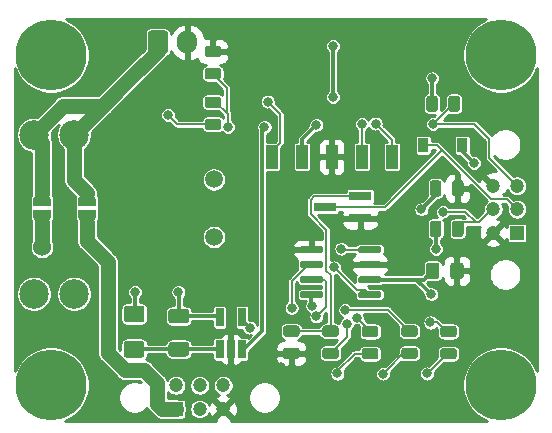
<source format=gbl>
G04 #@! TF.GenerationSoftware,KiCad,Pcbnew,(5.1.6)-1*
G04 #@! TF.CreationDate,2021-02-16T02:40:24-05:00*
G04 #@! TF.ProjectId,vent,76656e74-2e6b-4696-9361-645f70636258,rev?*
G04 #@! TF.SameCoordinates,Original*
G04 #@! TF.FileFunction,Copper,L2,Bot*
G04 #@! TF.FilePolarity,Positive*
%FSLAX46Y46*%
G04 Gerber Fmt 4.6, Leading zero omitted, Abs format (unit mm)*
G04 Created by KiCad (PCBNEW (5.1.6)-1) date 2021-02-16 02:40:24*
%MOMM*%
%LPD*%
G01*
G04 APERTURE LIST*
G04 #@! TA.AperFunction,ComponentPad*
%ADD10C,6.000000*%
G04 #@! TD*
G04 #@! TA.AperFunction,ComponentPad*
%ADD11C,2.500000*%
G04 #@! TD*
G04 #@! TA.AperFunction,SMDPad,CuDef*
%ADD12R,1.900000X0.800000*%
G04 #@! TD*
G04 #@! TA.AperFunction,ComponentPad*
%ADD13C,1.500000*%
G04 #@! TD*
G04 #@! TA.AperFunction,SMDPad,CuDef*
%ADD14R,0.650000X1.560000*%
G04 #@! TD*
G04 #@! TA.AperFunction,ComponentPad*
%ADD15C,1.200000*%
G04 #@! TD*
G04 #@! TA.AperFunction,ComponentPad*
%ADD16R,1.200000X1.200000*%
G04 #@! TD*
G04 #@! TA.AperFunction,SMDPad,CuDef*
%ADD17R,1.000000X2.000000*%
G04 #@! TD*
G04 #@! TA.AperFunction,ComponentPad*
%ADD18O,1.700000X2.000000*%
G04 #@! TD*
G04 #@! TA.AperFunction,SMDPad,CuDef*
%ADD19R,0.900000X1.200000*%
G04 #@! TD*
G04 #@! TA.AperFunction,SMDPad,CuDef*
%ADD20C,0.100000*%
G04 #@! TD*
G04 #@! TA.AperFunction,ViaPad*
%ADD21C,0.800000*%
G04 #@! TD*
G04 #@! TA.AperFunction,ViaPad*
%ADD22C,1.524000*%
G04 #@! TD*
G04 #@! TA.AperFunction,Conductor*
%ADD23C,0.304800*%
G04 #@! TD*
G04 #@! TA.AperFunction,Conductor*
%ADD24C,1.270000*%
G04 #@! TD*
G04 #@! TA.AperFunction,Conductor*
%ADD25C,0.203200*%
G04 #@! TD*
G04 #@! TA.AperFunction,Conductor*
%ADD26C,0.254000*%
G04 #@! TD*
G04 APERTURE END LIST*
D10*
X109220000Y-104140000D03*
G04 #@! TA.AperFunction,SMDPad,CuDef*
G36*
G01*
X123392250Y-104348100D02*
X122479750Y-104348100D01*
G75*
G02*
X122236000Y-104104350I0J243750D01*
G01*
X122236000Y-103616850D01*
G75*
G02*
X122479750Y-103373100I243750J0D01*
G01*
X123392250Y-103373100D01*
G75*
G02*
X123636000Y-103616850I0J-243750D01*
G01*
X123636000Y-104104350D01*
G75*
G02*
X123392250Y-104348100I-243750J0D01*
G01*
G37*
G04 #@! TD.AperFunction*
G04 #@! TA.AperFunction,SMDPad,CuDef*
G36*
G01*
X123392250Y-106223100D02*
X122479750Y-106223100D01*
G75*
G02*
X122236000Y-105979350I0J243750D01*
G01*
X122236000Y-105491850D01*
G75*
G02*
X122479750Y-105248100I243750J0D01*
G01*
X123392250Y-105248100D01*
G75*
G02*
X123636000Y-105491850I0J-243750D01*
G01*
X123636000Y-105979350D01*
G75*
G02*
X123392250Y-106223100I-243750J0D01*
G01*
G37*
G04 #@! TD.AperFunction*
D11*
X107775800Y-110896400D03*
X111175800Y-110896400D03*
X111175800Y-124366400D03*
X107775800Y-124366400D03*
D12*
X132407400Y-117033000D03*
X135407400Y-117983000D03*
X135407400Y-116083000D03*
D10*
X147320000Y-104140000D03*
X147320000Y-132080000D03*
X109220000Y-132080000D03*
D13*
X123012200Y-119561000D03*
X123012200Y-114681000D03*
G04 #@! TA.AperFunction,SMDPad,CuDef*
G36*
G01*
X132242200Y-120474600D02*
X132242200Y-120774600D01*
G75*
G02*
X132092200Y-120924600I-150000J0D01*
G01*
X130442200Y-120924600D01*
G75*
G02*
X130292200Y-120774600I0J150000D01*
G01*
X130292200Y-120474600D01*
G75*
G02*
X130442200Y-120324600I150000J0D01*
G01*
X132092200Y-120324600D01*
G75*
G02*
X132242200Y-120474600I0J-150000D01*
G01*
G37*
G04 #@! TD.AperFunction*
G04 #@! TA.AperFunction,SMDPad,CuDef*
G36*
G01*
X132242200Y-121744600D02*
X132242200Y-122044600D01*
G75*
G02*
X132092200Y-122194600I-150000J0D01*
G01*
X130442200Y-122194600D01*
G75*
G02*
X130292200Y-122044600I0J150000D01*
G01*
X130292200Y-121744600D01*
G75*
G02*
X130442200Y-121594600I150000J0D01*
G01*
X132092200Y-121594600D01*
G75*
G02*
X132242200Y-121744600I0J-150000D01*
G01*
G37*
G04 #@! TD.AperFunction*
G04 #@! TA.AperFunction,SMDPad,CuDef*
G36*
G01*
X132242200Y-123014600D02*
X132242200Y-123314600D01*
G75*
G02*
X132092200Y-123464600I-150000J0D01*
G01*
X130442200Y-123464600D01*
G75*
G02*
X130292200Y-123314600I0J150000D01*
G01*
X130292200Y-123014600D01*
G75*
G02*
X130442200Y-122864600I150000J0D01*
G01*
X132092200Y-122864600D01*
G75*
G02*
X132242200Y-123014600I0J-150000D01*
G01*
G37*
G04 #@! TD.AperFunction*
G04 #@! TA.AperFunction,SMDPad,CuDef*
G36*
G01*
X132242200Y-124284600D02*
X132242200Y-124584600D01*
G75*
G02*
X132092200Y-124734600I-150000J0D01*
G01*
X130442200Y-124734600D01*
G75*
G02*
X130292200Y-124584600I0J150000D01*
G01*
X130292200Y-124284600D01*
G75*
G02*
X130442200Y-124134600I150000J0D01*
G01*
X132092200Y-124134600D01*
G75*
G02*
X132242200Y-124284600I0J-150000D01*
G01*
G37*
G04 #@! TD.AperFunction*
G04 #@! TA.AperFunction,SMDPad,CuDef*
G36*
G01*
X137192200Y-124284600D02*
X137192200Y-124584600D01*
G75*
G02*
X137042200Y-124734600I-150000J0D01*
G01*
X135392200Y-124734600D01*
G75*
G02*
X135242200Y-124584600I0J150000D01*
G01*
X135242200Y-124284600D01*
G75*
G02*
X135392200Y-124134600I150000J0D01*
G01*
X137042200Y-124134600D01*
G75*
G02*
X137192200Y-124284600I0J-150000D01*
G01*
G37*
G04 #@! TD.AperFunction*
G04 #@! TA.AperFunction,SMDPad,CuDef*
G36*
G01*
X137192200Y-123014600D02*
X137192200Y-123314600D01*
G75*
G02*
X137042200Y-123464600I-150000J0D01*
G01*
X135392200Y-123464600D01*
G75*
G02*
X135242200Y-123314600I0J150000D01*
G01*
X135242200Y-123014600D01*
G75*
G02*
X135392200Y-122864600I150000J0D01*
G01*
X137042200Y-122864600D01*
G75*
G02*
X137192200Y-123014600I0J-150000D01*
G01*
G37*
G04 #@! TD.AperFunction*
G04 #@! TA.AperFunction,SMDPad,CuDef*
G36*
G01*
X137192200Y-121744600D02*
X137192200Y-122044600D01*
G75*
G02*
X137042200Y-122194600I-150000J0D01*
G01*
X135392200Y-122194600D01*
G75*
G02*
X135242200Y-122044600I0J150000D01*
G01*
X135242200Y-121744600D01*
G75*
G02*
X135392200Y-121594600I150000J0D01*
G01*
X137042200Y-121594600D01*
G75*
G02*
X137192200Y-121744600I0J-150000D01*
G01*
G37*
G04 #@! TD.AperFunction*
G04 #@! TA.AperFunction,SMDPad,CuDef*
G36*
G01*
X137192200Y-120474600D02*
X137192200Y-120774600D01*
G75*
G02*
X137042200Y-120924600I-150000J0D01*
G01*
X135392200Y-120924600D01*
G75*
G02*
X135242200Y-120774600I0J150000D01*
G01*
X135242200Y-120474600D01*
G75*
G02*
X135392200Y-120324600I150000J0D01*
G01*
X137042200Y-120324600D01*
G75*
G02*
X137192200Y-120474600I0J-150000D01*
G01*
G37*
G04 #@! TD.AperFunction*
D14*
X125399800Y-126357400D03*
X123499800Y-126357400D03*
X123499800Y-129057400D03*
X124449800Y-129057400D03*
X125399800Y-129057400D03*
G04 #@! TA.AperFunction,SMDPad,CuDef*
G36*
G01*
X143174900Y-119328250D02*
X143174900Y-118415750D01*
G75*
G02*
X143418650Y-118172000I243750J0D01*
G01*
X143906150Y-118172000D01*
G75*
G02*
X144149900Y-118415750I0J-243750D01*
G01*
X144149900Y-119328250D01*
G75*
G02*
X143906150Y-119572000I-243750J0D01*
G01*
X143418650Y-119572000D01*
G75*
G02*
X143174900Y-119328250I0J243750D01*
G01*
G37*
G04 #@! TD.AperFunction*
G04 #@! TA.AperFunction,SMDPad,CuDef*
G36*
G01*
X141299900Y-119328250D02*
X141299900Y-118415750D01*
G75*
G02*
X141543650Y-118172000I243750J0D01*
G01*
X142031150Y-118172000D01*
G75*
G02*
X142274900Y-118415750I0J-243750D01*
G01*
X142274900Y-119328250D01*
G75*
G02*
X142031150Y-119572000I-243750J0D01*
G01*
X141543650Y-119572000D01*
G75*
G02*
X141299900Y-119328250I0J243750D01*
G01*
G37*
G04 #@! TD.AperFunction*
G04 #@! TA.AperFunction,SMDPad,CuDef*
G36*
G01*
X142870100Y-108736450D02*
X142870100Y-107823950D01*
G75*
G02*
X143113850Y-107580200I243750J0D01*
G01*
X143601350Y-107580200D01*
G75*
G02*
X143845100Y-107823950I0J-243750D01*
G01*
X143845100Y-108736450D01*
G75*
G02*
X143601350Y-108980200I-243750J0D01*
G01*
X143113850Y-108980200D01*
G75*
G02*
X142870100Y-108736450I0J243750D01*
G01*
G37*
G04 #@! TD.AperFunction*
G04 #@! TA.AperFunction,SMDPad,CuDef*
G36*
G01*
X140995100Y-108736450D02*
X140995100Y-107823950D01*
G75*
G02*
X141238850Y-107580200I243750J0D01*
G01*
X141726350Y-107580200D01*
G75*
G02*
X141970100Y-107823950I0J-243750D01*
G01*
X141970100Y-108736450D01*
G75*
G02*
X141726350Y-108980200I-243750J0D01*
G01*
X141238850Y-108980200D01*
G75*
G02*
X140995100Y-108736450I0J243750D01*
G01*
G37*
G04 #@! TD.AperFunction*
G04 #@! TA.AperFunction,SMDPad,CuDef*
G36*
G01*
X129109150Y-128925500D02*
X130021650Y-128925500D01*
G75*
G02*
X130265400Y-129169250I0J-243750D01*
G01*
X130265400Y-129656750D01*
G75*
G02*
X130021650Y-129900500I-243750J0D01*
G01*
X129109150Y-129900500D01*
G75*
G02*
X128865400Y-129656750I0J243750D01*
G01*
X128865400Y-129169250D01*
G75*
G02*
X129109150Y-128925500I243750J0D01*
G01*
G37*
G04 #@! TD.AperFunction*
G04 #@! TA.AperFunction,SMDPad,CuDef*
G36*
G01*
X129109150Y-127050500D02*
X130021650Y-127050500D01*
G75*
G02*
X130265400Y-127294250I0J-243750D01*
G01*
X130265400Y-127781750D01*
G75*
G02*
X130021650Y-128025500I-243750J0D01*
G01*
X129109150Y-128025500D01*
G75*
G02*
X128865400Y-127781750I0J243750D01*
G01*
X128865400Y-127294250D01*
G75*
G02*
X129109150Y-127050500I243750J0D01*
G01*
G37*
G04 #@! TD.AperFunction*
G04 #@! TA.AperFunction,SMDPad,CuDef*
G36*
G01*
X132436550Y-128925500D02*
X133349050Y-128925500D01*
G75*
G02*
X133592800Y-129169250I0J-243750D01*
G01*
X133592800Y-129656750D01*
G75*
G02*
X133349050Y-129900500I-243750J0D01*
G01*
X132436550Y-129900500D01*
G75*
G02*
X132192800Y-129656750I0J243750D01*
G01*
X132192800Y-129169250D01*
G75*
G02*
X132436550Y-128925500I243750J0D01*
G01*
G37*
G04 #@! TD.AperFunction*
G04 #@! TA.AperFunction,SMDPad,CuDef*
G36*
G01*
X132436550Y-127050500D02*
X133349050Y-127050500D01*
G75*
G02*
X133592800Y-127294250I0J-243750D01*
G01*
X133592800Y-127781750D01*
G75*
G02*
X133349050Y-128025500I-243750J0D01*
G01*
X132436550Y-128025500D01*
G75*
G02*
X132192800Y-127781750I0J243750D01*
G01*
X132192800Y-127294250D01*
G75*
G02*
X132436550Y-127050500I243750J0D01*
G01*
G37*
G04 #@! TD.AperFunction*
G04 #@! TA.AperFunction,SMDPad,CuDef*
G36*
G01*
X136701850Y-128048600D02*
X135789350Y-128048600D01*
G75*
G02*
X135545600Y-127804850I0J243750D01*
G01*
X135545600Y-127317350D01*
G75*
G02*
X135789350Y-127073600I243750J0D01*
G01*
X136701850Y-127073600D01*
G75*
G02*
X136945600Y-127317350I0J-243750D01*
G01*
X136945600Y-127804850D01*
G75*
G02*
X136701850Y-128048600I-243750J0D01*
G01*
G37*
G04 #@! TD.AperFunction*
G04 #@! TA.AperFunction,SMDPad,CuDef*
G36*
G01*
X136701850Y-129923600D02*
X135789350Y-129923600D01*
G75*
G02*
X135545600Y-129679850I0J243750D01*
G01*
X135545600Y-129192350D01*
G75*
G02*
X135789350Y-128948600I243750J0D01*
G01*
X136701850Y-128948600D01*
G75*
G02*
X136945600Y-129192350I0J-243750D01*
G01*
X136945600Y-129679850D01*
G75*
G02*
X136701850Y-129923600I-243750J0D01*
G01*
G37*
G04 #@! TD.AperFunction*
G04 #@! TA.AperFunction,SMDPad,CuDef*
G36*
G01*
X140029250Y-128023200D02*
X139116750Y-128023200D01*
G75*
G02*
X138873000Y-127779450I0J243750D01*
G01*
X138873000Y-127291950D01*
G75*
G02*
X139116750Y-127048200I243750J0D01*
G01*
X140029250Y-127048200D01*
G75*
G02*
X140273000Y-127291950I0J-243750D01*
G01*
X140273000Y-127779450D01*
G75*
G02*
X140029250Y-128023200I-243750J0D01*
G01*
G37*
G04 #@! TD.AperFunction*
G04 #@! TA.AperFunction,SMDPad,CuDef*
G36*
G01*
X140029250Y-129898200D02*
X139116750Y-129898200D01*
G75*
G02*
X138873000Y-129654450I0J243750D01*
G01*
X138873000Y-129166950D01*
G75*
G02*
X139116750Y-128923200I243750J0D01*
G01*
X140029250Y-128923200D01*
G75*
G02*
X140273000Y-129166950I0J-243750D01*
G01*
X140273000Y-129654450D01*
G75*
G02*
X140029250Y-129898200I-243750J0D01*
G01*
G37*
G04 #@! TD.AperFunction*
G04 #@! TA.AperFunction,SMDPad,CuDef*
G36*
G01*
X143331250Y-128046300D02*
X142418750Y-128046300D01*
G75*
G02*
X142175000Y-127802550I0J243750D01*
G01*
X142175000Y-127315050D01*
G75*
G02*
X142418750Y-127071300I243750J0D01*
G01*
X143331250Y-127071300D01*
G75*
G02*
X143575000Y-127315050I0J-243750D01*
G01*
X143575000Y-127802550D01*
G75*
G02*
X143331250Y-128046300I-243750J0D01*
G01*
G37*
G04 #@! TD.AperFunction*
G04 #@! TA.AperFunction,SMDPad,CuDef*
G36*
G01*
X143331250Y-129921300D02*
X142418750Y-129921300D01*
G75*
G02*
X142175000Y-129677550I0J243750D01*
G01*
X142175000Y-129190050D01*
G75*
G02*
X142418750Y-128946300I243750J0D01*
G01*
X143331250Y-128946300D01*
G75*
G02*
X143575000Y-129190050I0J-243750D01*
G01*
X143575000Y-129677550D01*
G75*
G02*
X143331250Y-129921300I-243750J0D01*
G01*
G37*
G04 #@! TD.AperFunction*
G04 #@! TA.AperFunction,SMDPad,CuDef*
G36*
G01*
X123392250Y-108640700D02*
X122479750Y-108640700D01*
G75*
G02*
X122236000Y-108396950I0J243750D01*
G01*
X122236000Y-107909450D01*
G75*
G02*
X122479750Y-107665700I243750J0D01*
G01*
X123392250Y-107665700D01*
G75*
G02*
X123636000Y-107909450I0J-243750D01*
G01*
X123636000Y-108396950D01*
G75*
G02*
X123392250Y-108640700I-243750J0D01*
G01*
G37*
G04 #@! TD.AperFunction*
G04 #@! TA.AperFunction,SMDPad,CuDef*
G36*
G01*
X123392250Y-110515700D02*
X122479750Y-110515700D01*
G75*
G02*
X122236000Y-110271950I0J243750D01*
G01*
X122236000Y-109784450D01*
G75*
G02*
X122479750Y-109540700I243750J0D01*
G01*
X123392250Y-109540700D01*
G75*
G02*
X123636000Y-109784450I0J-243750D01*
G01*
X123636000Y-110271950D01*
G75*
G02*
X123392250Y-110515700I-243750J0D01*
G01*
G37*
G04 #@! TD.AperFunction*
G04 #@! TA.AperFunction,SMDPad,CuDef*
G36*
G01*
X119415400Y-128432400D02*
X120665400Y-128432400D01*
G75*
G02*
X120915400Y-128682400I0J-250000D01*
G01*
X120915400Y-129432400D01*
G75*
G02*
X120665400Y-129682400I-250000J0D01*
G01*
X119415400Y-129682400D01*
G75*
G02*
X119165400Y-129432400I0J250000D01*
G01*
X119165400Y-128682400D01*
G75*
G02*
X119415400Y-128432400I250000J0D01*
G01*
G37*
G04 #@! TD.AperFunction*
G04 #@! TA.AperFunction,SMDPad,CuDef*
G36*
G01*
X119415400Y-125632400D02*
X120665400Y-125632400D01*
G75*
G02*
X120915400Y-125882400I0J-250000D01*
G01*
X120915400Y-126632400D01*
G75*
G02*
X120665400Y-126882400I-250000J0D01*
G01*
X119415400Y-126882400D01*
G75*
G02*
X119165400Y-126632400I0J250000D01*
G01*
X119165400Y-125882400D01*
G75*
G02*
X119415400Y-125632400I250000J0D01*
G01*
G37*
G04 #@! TD.AperFunction*
D15*
X146675600Y-119221000D03*
X146675600Y-117221000D03*
X146675600Y-115221000D03*
X148675600Y-115221000D03*
D16*
X148675600Y-119221000D03*
D15*
X148675600Y-117221000D03*
D17*
X127914400Y-112776000D03*
X130454400Y-112776000D03*
X132994400Y-112776000D03*
X135534400Y-112776000D03*
X138074400Y-112776000D03*
D15*
X119799600Y-132130800D03*
X121799600Y-132130800D03*
X123799600Y-132130800D03*
X123799600Y-134130800D03*
D16*
X119799600Y-134130800D03*
D15*
X121799600Y-134130800D03*
D18*
X120777000Y-103073200D03*
G04 #@! TA.AperFunction,ComponentPad*
G36*
G01*
X117427000Y-103823200D02*
X117427000Y-102323200D01*
G75*
G02*
X117677000Y-102073200I250000J0D01*
G01*
X118877000Y-102073200D01*
G75*
G02*
X119127000Y-102323200I0J-250000D01*
G01*
X119127000Y-103823200D01*
G75*
G02*
X118877000Y-104073200I-250000J0D01*
G01*
X117677000Y-104073200D01*
G75*
G02*
X117427000Y-103823200I0J250000D01*
G01*
G37*
G04 #@! TD.AperFunction*
G04 #@! TA.AperFunction,SMDPad,CuDef*
G36*
G01*
X116880800Y-126794900D02*
X115630800Y-126794900D01*
G75*
G02*
X115380800Y-126544900I0J250000D01*
G01*
X115380800Y-125619900D01*
G75*
G02*
X115630800Y-125369900I250000J0D01*
G01*
X116880800Y-125369900D01*
G75*
G02*
X117130800Y-125619900I0J-250000D01*
G01*
X117130800Y-126544900D01*
G75*
G02*
X116880800Y-126794900I-250000J0D01*
G01*
G37*
G04 #@! TD.AperFunction*
G04 #@! TA.AperFunction,SMDPad,CuDef*
G36*
G01*
X116880800Y-129769900D02*
X115630800Y-129769900D01*
G75*
G02*
X115380800Y-129519900I0J250000D01*
G01*
X115380800Y-128594900D01*
G75*
G02*
X115630800Y-128344900I250000J0D01*
G01*
X116880800Y-128344900D01*
G75*
G02*
X117130800Y-128594900I0J-250000D01*
G01*
X117130800Y-129519900D01*
G75*
G02*
X116880800Y-129769900I-250000J0D01*
G01*
G37*
G04 #@! TD.AperFunction*
D19*
X144043400Y-111785400D03*
X140743400Y-111785400D03*
G04 #@! TA.AperFunction,SMDPad,CuDef*
G36*
G01*
X143011200Y-122878001D02*
X143011200Y-121977999D01*
G75*
G02*
X143261199Y-121728000I249999J0D01*
G01*
X143911201Y-121728000D01*
G75*
G02*
X144161200Y-121977999I0J-249999D01*
G01*
X144161200Y-122878001D01*
G75*
G02*
X143911201Y-123128000I-249999J0D01*
G01*
X143261199Y-123128000D01*
G75*
G02*
X143011200Y-122878001I0J249999D01*
G01*
G37*
G04 #@! TD.AperFunction*
G04 #@! TA.AperFunction,SMDPad,CuDef*
G36*
G01*
X140961200Y-122878001D02*
X140961200Y-121977999D01*
G75*
G02*
X141211199Y-121728000I249999J0D01*
G01*
X141861201Y-121728000D01*
G75*
G02*
X142111200Y-121977999I0J-249999D01*
G01*
X142111200Y-122878001D01*
G75*
G02*
X141861201Y-123128000I-249999J0D01*
G01*
X141211199Y-123128000D01*
G75*
G02*
X140961200Y-122878001I0J249999D01*
G01*
G37*
G04 #@! TD.AperFunction*
G04 #@! TA.AperFunction,SMDPad,CuDef*
G36*
G01*
X142274900Y-114986750D02*
X142274900Y-115899250D01*
G75*
G02*
X142031150Y-116143000I-243750J0D01*
G01*
X141543650Y-116143000D01*
G75*
G02*
X141299900Y-115899250I0J243750D01*
G01*
X141299900Y-114986750D01*
G75*
G02*
X141543650Y-114743000I243750J0D01*
G01*
X142031150Y-114743000D01*
G75*
G02*
X142274900Y-114986750I0J-243750D01*
G01*
G37*
G04 #@! TD.AperFunction*
G04 #@! TA.AperFunction,SMDPad,CuDef*
G36*
G01*
X144149900Y-114986750D02*
X144149900Y-115899250D01*
G75*
G02*
X143906150Y-116143000I-243750J0D01*
G01*
X143418650Y-116143000D01*
G75*
G02*
X143174900Y-115899250I0J243750D01*
G01*
X143174900Y-114986750D01*
G75*
G02*
X143418650Y-114743000I243750J0D01*
G01*
X143906150Y-114743000D01*
G75*
G02*
X144149900Y-114986750I0J-243750D01*
G01*
G37*
G04 #@! TD.AperFunction*
G04 #@! TA.AperFunction,SMDPad,CuDef*
D20*
G36*
X107708602Y-116444000D02*
G01*
X107708602Y-116419466D01*
X107713412Y-116370635D01*
X107722984Y-116322510D01*
X107737228Y-116275555D01*
X107756005Y-116230222D01*
X107779136Y-116186949D01*
X107806396Y-116146150D01*
X107837524Y-116108221D01*
X107872221Y-116073524D01*
X107910150Y-116042396D01*
X107950949Y-116015136D01*
X107994222Y-115992005D01*
X108039555Y-115973228D01*
X108086510Y-115958984D01*
X108134635Y-115949412D01*
X108183466Y-115944602D01*
X108208000Y-115944602D01*
X108208000Y-115944000D01*
X108708000Y-115944000D01*
X108708000Y-115944602D01*
X108732534Y-115944602D01*
X108781365Y-115949412D01*
X108829490Y-115958984D01*
X108876445Y-115973228D01*
X108921778Y-115992005D01*
X108965051Y-116015136D01*
X109005850Y-116042396D01*
X109043779Y-116073524D01*
X109078476Y-116108221D01*
X109109604Y-116146150D01*
X109136864Y-116186949D01*
X109159995Y-116230222D01*
X109178772Y-116275555D01*
X109193016Y-116322510D01*
X109202588Y-116370635D01*
X109207398Y-116419466D01*
X109207398Y-116444000D01*
X109208000Y-116444000D01*
X109208000Y-116944000D01*
X107708000Y-116944000D01*
X107708000Y-116444000D01*
X107708602Y-116444000D01*
G37*
G04 #@! TD.AperFunction*
G04 #@! TA.AperFunction,SMDPad,CuDef*
G36*
X109208000Y-117244000D02*
G01*
X109208000Y-117744000D01*
X109207398Y-117744000D01*
X109207398Y-117768534D01*
X109202588Y-117817365D01*
X109193016Y-117865490D01*
X109178772Y-117912445D01*
X109159995Y-117957778D01*
X109136864Y-118001051D01*
X109109604Y-118041850D01*
X109078476Y-118079779D01*
X109043779Y-118114476D01*
X109005850Y-118145604D01*
X108965051Y-118172864D01*
X108921778Y-118195995D01*
X108876445Y-118214772D01*
X108829490Y-118229016D01*
X108781365Y-118238588D01*
X108732534Y-118243398D01*
X108708000Y-118243398D01*
X108708000Y-118244000D01*
X108208000Y-118244000D01*
X108208000Y-118243398D01*
X108183466Y-118243398D01*
X108134635Y-118238588D01*
X108086510Y-118229016D01*
X108039555Y-118214772D01*
X107994222Y-118195995D01*
X107950949Y-118172864D01*
X107910150Y-118145604D01*
X107872221Y-118114476D01*
X107837524Y-118079779D01*
X107806396Y-118041850D01*
X107779136Y-118001051D01*
X107756005Y-117957778D01*
X107737228Y-117912445D01*
X107722984Y-117865490D01*
X107713412Y-117817365D01*
X107708602Y-117768534D01*
X107708602Y-117744000D01*
X107708000Y-117744000D01*
X107708000Y-117244000D01*
X109208000Y-117244000D01*
G37*
G04 #@! TD.AperFunction*
G04 #@! TA.AperFunction,SMDPad,CuDef*
G36*
X113018000Y-117244000D02*
G01*
X113018000Y-117744000D01*
X113017398Y-117744000D01*
X113017398Y-117768534D01*
X113012588Y-117817365D01*
X113003016Y-117865490D01*
X112988772Y-117912445D01*
X112969995Y-117957778D01*
X112946864Y-118001051D01*
X112919604Y-118041850D01*
X112888476Y-118079779D01*
X112853779Y-118114476D01*
X112815850Y-118145604D01*
X112775051Y-118172864D01*
X112731778Y-118195995D01*
X112686445Y-118214772D01*
X112639490Y-118229016D01*
X112591365Y-118238588D01*
X112542534Y-118243398D01*
X112518000Y-118243398D01*
X112518000Y-118244000D01*
X112018000Y-118244000D01*
X112018000Y-118243398D01*
X111993466Y-118243398D01*
X111944635Y-118238588D01*
X111896510Y-118229016D01*
X111849555Y-118214772D01*
X111804222Y-118195995D01*
X111760949Y-118172864D01*
X111720150Y-118145604D01*
X111682221Y-118114476D01*
X111647524Y-118079779D01*
X111616396Y-118041850D01*
X111589136Y-118001051D01*
X111566005Y-117957778D01*
X111547228Y-117912445D01*
X111532984Y-117865490D01*
X111523412Y-117817365D01*
X111518602Y-117768534D01*
X111518602Y-117744000D01*
X111518000Y-117744000D01*
X111518000Y-117244000D01*
X113018000Y-117244000D01*
G37*
G04 #@! TD.AperFunction*
G04 #@! TA.AperFunction,SMDPad,CuDef*
G36*
X111518602Y-116444000D02*
G01*
X111518602Y-116419466D01*
X111523412Y-116370635D01*
X111532984Y-116322510D01*
X111547228Y-116275555D01*
X111566005Y-116230222D01*
X111589136Y-116186949D01*
X111616396Y-116146150D01*
X111647524Y-116108221D01*
X111682221Y-116073524D01*
X111720150Y-116042396D01*
X111760949Y-116015136D01*
X111804222Y-115992005D01*
X111849555Y-115973228D01*
X111896510Y-115958984D01*
X111944635Y-115949412D01*
X111993466Y-115944602D01*
X112018000Y-115944602D01*
X112018000Y-115944000D01*
X112518000Y-115944000D01*
X112518000Y-115944602D01*
X112542534Y-115944602D01*
X112591365Y-115949412D01*
X112639490Y-115958984D01*
X112686445Y-115973228D01*
X112731778Y-115992005D01*
X112775051Y-116015136D01*
X112815850Y-116042396D01*
X112853779Y-116073524D01*
X112888476Y-116108221D01*
X112919604Y-116146150D01*
X112946864Y-116186949D01*
X112969995Y-116230222D01*
X112988772Y-116275555D01*
X113003016Y-116322510D01*
X113012588Y-116370635D01*
X113017398Y-116419466D01*
X113017398Y-116444000D01*
X113018000Y-116444000D01*
X113018000Y-116944000D01*
X111518000Y-116944000D01*
X111518000Y-116444000D01*
X111518602Y-116444000D01*
G37*
G04 #@! TD.AperFunction*
D21*
X133096000Y-107696000D03*
D22*
X108458000Y-120396000D03*
D21*
X141503400Y-106121200D03*
X141808200Y-120573800D03*
X131699000Y-110058200D03*
X131342397Y-125392660D03*
X141427200Y-124409200D03*
X140589000Y-117221000D03*
X120015000Y-124231400D03*
X126034800Y-127228600D03*
X133096000Y-103378000D03*
X136626600Y-119202200D03*
X119456200Y-111455200D03*
X118491000Y-111455200D03*
X117500400Y-111455200D03*
X117373400Y-122809000D03*
X118338600Y-122809000D03*
X119354600Y-122834400D03*
X120345200Y-122834400D03*
X121259600Y-122834400D03*
X124739400Y-122809000D03*
X125679200Y-122783600D03*
X120370600Y-111455200D03*
X121259600Y-111455200D03*
X124942600Y-111429800D03*
X125882400Y-111455200D03*
X128727204Y-130581400D03*
X141071600Y-131114800D03*
X137337800Y-131140200D03*
X133477000Y-131114800D03*
X116332000Y-124206000D03*
X129590800Y-125577600D03*
X131685286Y-126281207D03*
X127565416Y-108095784D03*
X135534400Y-110007400D03*
X136702800Y-109956600D03*
X142417800Y-117424198D03*
X141554200Y-110007400D03*
X124206000Y-110236000D03*
X141351000Y-126796800D03*
X134137400Y-125730000D03*
X135102600Y-126384000D03*
X127298709Y-110255309D03*
X133172200Y-122123200D03*
X133807200Y-120548400D03*
X134302183Y-126900141D03*
X119126000Y-109220000D03*
X145034000Y-113284000D03*
D23*
X141482600Y-108280200D02*
X141482600Y-106142000D01*
X141482600Y-106142000D02*
X141503400Y-106121200D01*
X141787400Y-118872000D02*
X141787400Y-120553000D01*
X141787400Y-120553000D02*
X141808200Y-120573800D01*
X130454400Y-112776000D02*
X130454400Y-111302800D01*
X130454400Y-111302800D02*
X131699000Y-110058200D01*
X131267200Y-124434600D02*
X131267200Y-125317463D01*
X131267200Y-125317463D02*
X131342397Y-125392660D01*
X136217200Y-123164600D02*
X136474200Y-123164600D01*
X141401800Y-124409200D02*
X141427200Y-124409200D01*
X140614400Y-123621800D02*
X141401800Y-124409200D01*
X140157200Y-123164600D02*
X140614400Y-123621800D01*
X141787400Y-115443000D02*
X141787400Y-116022600D01*
X141787400Y-116022600D02*
X140589000Y-117221000D01*
X120040400Y-126257400D02*
X120040400Y-124256800D01*
X120040400Y-124256800D02*
X120015000Y-124231400D01*
X120040400Y-126257400D02*
X123539600Y-126257400D01*
X139979400Y-123164600D02*
X140766800Y-123164600D01*
X139979400Y-123164600D02*
X140157200Y-123164600D01*
X136474200Y-123164600D02*
X139979400Y-123164600D01*
X140766800Y-123164600D02*
X141630400Y-122301000D01*
X125399800Y-126357400D02*
X125399800Y-126593600D01*
X125399800Y-126593600D02*
X126034800Y-127228600D01*
X108458000Y-118110000D02*
X108458000Y-117744000D01*
D24*
X108458000Y-120396000D02*
X108458000Y-118364000D01*
D23*
X133096000Y-107696000D02*
X133096000Y-103378000D01*
D25*
X148675600Y-117221000D02*
X147821599Y-116366999D01*
X146460799Y-116366999D02*
X146523001Y-116366999D01*
X147821599Y-116366999D02*
X146523001Y-116366999D01*
X142298178Y-112232500D02*
X142326300Y-112232500D01*
X137497678Y-117033000D02*
X142298178Y-112232500D01*
X132407400Y-117033000D02*
X137497678Y-117033000D01*
X141879200Y-111785400D02*
X142326300Y-112232500D01*
X142326300Y-112232500D02*
X146460799Y-116366999D01*
X140743400Y-111785400D02*
X141427200Y-111785400D01*
X141226000Y-111785400D02*
X141427200Y-111785400D01*
X141427200Y-111785400D02*
X141879200Y-111785400D01*
D24*
X118187001Y-131903001D02*
X117094000Y-130810000D01*
X119799600Y-134130800D02*
X118636800Y-134130800D01*
X118187001Y-133681001D02*
X118187001Y-131903001D01*
X118636800Y-134130800D02*
X118187001Y-133681001D01*
X115453778Y-130810000D02*
X114046000Y-129402222D01*
X117094000Y-130810000D02*
X115453778Y-130810000D01*
X114046000Y-129402222D02*
X114046000Y-121666000D01*
X114046000Y-121666000D02*
X112268000Y-119888000D01*
D23*
X112268000Y-117744000D02*
X112268000Y-118110000D01*
D24*
X112268000Y-119888000D02*
X112268000Y-118364000D01*
D23*
X112268000Y-117744000D02*
X112268000Y-118364000D01*
D25*
X141071600Y-131114800D02*
X141471599Y-130714801D01*
X141471599Y-130714801D02*
X142824200Y-129362200D01*
X137737799Y-130740201D02*
X137337800Y-131140200D01*
X139141200Y-129336800D02*
X137737799Y-130740201D01*
X139649200Y-129336800D02*
X139141200Y-129336800D01*
X136245600Y-129438400D02*
X134924800Y-129438400D01*
X134924800Y-129438400D02*
X133477000Y-130886200D01*
X133477000Y-130886200D02*
X133477000Y-131114800D01*
D23*
X111175800Y-110896400D02*
X111099600Y-110896400D01*
D24*
X118277000Y-103073200D02*
X118277000Y-103795200D01*
X107775800Y-110896400D02*
X110214200Y-108458000D01*
X113614200Y-108458000D02*
X115608100Y-106464100D01*
X110214200Y-108458000D02*
X113614200Y-108458000D01*
X118277000Y-103795200D02*
X115608100Y-106464100D01*
X115608100Y-106464100D02*
X111175800Y-110896400D01*
D23*
X108458000Y-116078000D02*
X108458000Y-116444000D01*
D24*
X107775800Y-110896400D02*
X108458000Y-111578600D01*
X108458000Y-111578600D02*
X108458000Y-115824000D01*
X111175800Y-110896400D02*
X111175800Y-114731800D01*
D23*
X112268000Y-116078000D02*
X112268000Y-116444000D01*
D24*
X111175800Y-114731800D02*
X112268000Y-115824000D01*
D23*
X116332000Y-126006200D02*
X116255800Y-126082400D01*
X116332000Y-124206000D02*
X116332000Y-126006200D01*
X116255800Y-129057400D02*
X123545600Y-129057400D01*
D25*
X129590800Y-123294642D02*
X129590800Y-125011915D01*
X130965442Y-121920000D02*
X129590800Y-123294642D01*
X129590800Y-125011915D02*
X129590800Y-125577600D01*
D23*
X131267200Y-123164600D02*
X131343400Y-123164600D01*
D25*
X132496210Y-123318610D02*
X132496210Y-125470283D01*
X132342200Y-123164600D02*
X132496210Y-123318610D01*
X132496210Y-125470283D02*
X132085285Y-125881208D01*
X131267200Y-123164600D02*
X132342200Y-123164600D01*
X132085285Y-125881208D02*
X131685286Y-126281207D01*
X128617600Y-109147968D02*
X127965415Y-108495783D01*
X128617600Y-111572800D02*
X128617600Y-109147968D01*
X127914400Y-112776000D02*
X127914400Y-112276000D01*
X127914400Y-112276000D02*
X128617600Y-111572800D01*
X127965415Y-108495783D02*
X127565416Y-108095784D01*
X135534400Y-110007400D02*
X135534400Y-110573085D01*
X135534400Y-110573085D02*
X135534400Y-112776000D01*
X138074400Y-112776000D02*
X138074400Y-111328200D01*
X138074400Y-111328200D02*
X136702800Y-109956600D01*
X143662400Y-118872000D02*
X144218637Y-118315763D01*
X145437837Y-118315763D02*
X146659600Y-117094000D01*
X144218637Y-118315763D02*
X144701237Y-118315763D01*
X144701237Y-118315763D02*
X145437837Y-118315763D01*
X144297398Y-117424198D02*
X142983485Y-117424198D01*
X142983485Y-117424198D02*
X142417800Y-117424198D01*
X145186400Y-118313200D02*
X144297398Y-117424198D01*
X145059400Y-110007400D02*
X142119885Y-110007400D01*
X142119885Y-110007400D02*
X141554200Y-110007400D01*
X146321599Y-111269599D02*
X145059400Y-110007400D01*
X146321599Y-112866999D02*
X146321599Y-111269599D01*
X148675600Y-115221000D02*
X146321599Y-112866999D01*
X141554200Y-110007400D02*
X143179800Y-108381800D01*
X130365400Y-127538000D02*
X130370000Y-127533400D01*
X129565400Y-127538000D02*
X130365400Y-127538000D01*
X130370000Y-127533400D02*
X132816600Y-127533400D01*
X131203399Y-116429799D02*
X131529798Y-116103400D01*
X131203399Y-117636201D02*
X131203399Y-116429799D01*
X132518199Y-118951001D02*
X131203399Y-117636201D01*
X132518199Y-122437121D02*
X132518199Y-118951001D01*
X132892800Y-127538000D02*
X132892800Y-122811722D01*
X132892800Y-122811722D02*
X132518199Y-122437121D01*
X131529798Y-116103400D02*
X135661400Y-116103400D01*
X123146085Y-108127800D02*
X124104400Y-109086115D01*
X124104400Y-109086115D02*
X124104400Y-106934000D01*
X124104400Y-106934000D02*
X122936000Y-105765600D01*
X124104400Y-109086115D02*
X124206000Y-109187715D01*
X124206000Y-109187715D02*
X124206000Y-109670315D01*
X124206000Y-109670315D02*
X124206000Y-110236000D01*
X141916685Y-126796800D02*
X142831085Y-127711200D01*
X141351000Y-126796800D02*
X141916685Y-126796800D01*
X139573000Y-127535700D02*
X137767300Y-125730000D01*
X137767300Y-125730000D02*
X134137400Y-125730000D01*
X136245600Y-127561100D02*
X136245600Y-127527000D01*
X136245600Y-127527000D02*
X135102600Y-126384000D01*
D23*
X125399800Y-129057400D02*
X125603000Y-129057400D01*
X125603000Y-129057400D02*
X127109599Y-127550801D01*
X127109599Y-110444419D02*
X127298709Y-110255309D01*
X127109599Y-127550801D02*
X127109599Y-110444419D01*
D25*
X133572199Y-122523199D02*
X133172200Y-122123200D01*
X135846490Y-124063890D02*
X135112890Y-124063890D01*
X135112890Y-124063890D02*
X133572199Y-122523199D01*
X136217200Y-124434600D02*
X135846490Y-124063890D01*
X133883400Y-120624600D02*
X133807200Y-120548400D01*
X136217200Y-120624600D02*
X133883400Y-120624600D01*
X132892800Y-129413000D02*
X134302183Y-128003617D01*
X134302183Y-128003617D02*
X134302183Y-126900141D01*
X122936000Y-110028200D02*
X119934200Y-110028200D01*
X119934200Y-110028200D02*
X119126000Y-109220000D01*
D23*
X144043400Y-111785400D02*
X144043400Y-112293400D01*
X144043400Y-112293400D02*
X145034000Y-113284000D01*
D26*
G36*
X145766621Y-101233833D02*
G01*
X145229504Y-101592723D01*
X144772723Y-102049504D01*
X144413833Y-102586621D01*
X144166625Y-103183434D01*
X144040600Y-103817007D01*
X144040600Y-104462993D01*
X144166625Y-105096566D01*
X144413833Y-105693379D01*
X144772723Y-106230496D01*
X145229504Y-106687277D01*
X145766621Y-107046167D01*
X146363434Y-107293375D01*
X146997007Y-107419400D01*
X147642993Y-107419400D01*
X148276566Y-107293375D01*
X148873379Y-107046167D01*
X149410496Y-106687277D01*
X149867277Y-106230496D01*
X150226167Y-105693379D01*
X150393800Y-105288677D01*
X150393801Y-130931325D01*
X150226167Y-130526621D01*
X149867277Y-129989504D01*
X149410496Y-129532723D01*
X148873379Y-129173833D01*
X148276566Y-128926625D01*
X147642993Y-128800600D01*
X146997007Y-128800600D01*
X146363434Y-128926625D01*
X145766621Y-129173833D01*
X145229504Y-129532723D01*
X144772723Y-129989504D01*
X144413833Y-130526621D01*
X144166625Y-131123434D01*
X144040600Y-131757007D01*
X144040600Y-132402993D01*
X144166625Y-133036566D01*
X144413833Y-133633379D01*
X144772723Y-134170496D01*
X145229504Y-134627277D01*
X145766621Y-134986167D01*
X146171323Y-135153800D01*
X124433105Y-135153800D01*
X124469759Y-134980564D01*
X123799600Y-134310405D01*
X123129441Y-134980564D01*
X123166095Y-135153800D01*
X110368677Y-135153800D01*
X110773379Y-134986167D01*
X111310496Y-134627277D01*
X111767277Y-134170496D01*
X112126167Y-133633379D01*
X112373375Y-133036566D01*
X112499400Y-132402993D01*
X112499400Y-131757007D01*
X112373375Y-131123434D01*
X112126167Y-130526621D01*
X111767277Y-129989504D01*
X111310496Y-129532723D01*
X110773379Y-129173833D01*
X110176566Y-128926625D01*
X109542993Y-128800600D01*
X108897007Y-128800600D01*
X108263434Y-128926625D01*
X107666621Y-129173833D01*
X107129504Y-129532723D01*
X106672723Y-129989504D01*
X106313833Y-130526621D01*
X106146200Y-130931323D01*
X106146200Y-124215767D01*
X106246400Y-124215767D01*
X106246400Y-124517033D01*
X106305174Y-124812509D01*
X106420463Y-125090843D01*
X106587838Y-125341336D01*
X106800864Y-125554362D01*
X107051357Y-125721737D01*
X107329691Y-125837026D01*
X107625167Y-125895800D01*
X107926433Y-125895800D01*
X108221909Y-125837026D01*
X108500243Y-125721737D01*
X108750736Y-125554362D01*
X108963762Y-125341336D01*
X109131137Y-125090843D01*
X109246426Y-124812509D01*
X109305200Y-124517033D01*
X109305200Y-124215767D01*
X109646400Y-124215767D01*
X109646400Y-124517033D01*
X109705174Y-124812509D01*
X109820463Y-125090843D01*
X109987838Y-125341336D01*
X110200864Y-125554362D01*
X110451357Y-125721737D01*
X110729691Y-125837026D01*
X111025167Y-125895800D01*
X111326433Y-125895800D01*
X111621909Y-125837026D01*
X111900243Y-125721737D01*
X112150736Y-125554362D01*
X112363762Y-125341336D01*
X112531137Y-125090843D01*
X112646426Y-124812509D01*
X112705200Y-124517033D01*
X112705200Y-124215767D01*
X112646426Y-123920291D01*
X112531137Y-123641957D01*
X112363762Y-123391464D01*
X112150736Y-123178438D01*
X111900243Y-123011063D01*
X111621909Y-122895774D01*
X111326433Y-122837000D01*
X111025167Y-122837000D01*
X110729691Y-122895774D01*
X110451357Y-123011063D01*
X110200864Y-123178438D01*
X109987838Y-123391464D01*
X109820463Y-123641957D01*
X109705174Y-123920291D01*
X109646400Y-124215767D01*
X109305200Y-124215767D01*
X109246426Y-123920291D01*
X109131137Y-123641957D01*
X108963762Y-123391464D01*
X108750736Y-123178438D01*
X108500243Y-123011063D01*
X108221909Y-122895774D01*
X107926433Y-122837000D01*
X107625167Y-122837000D01*
X107329691Y-122895774D01*
X107051357Y-123011063D01*
X106800864Y-123178438D01*
X106587838Y-123391464D01*
X106420463Y-123641957D01*
X106305174Y-123920291D01*
X106246400Y-124215767D01*
X106146200Y-124215767D01*
X106146200Y-110745767D01*
X106246400Y-110745767D01*
X106246400Y-111047033D01*
X106305174Y-111342509D01*
X106420463Y-111620843D01*
X106587838Y-111871336D01*
X106800864Y-112084362D01*
X107051357Y-112251737D01*
X107329691Y-112367026D01*
X107543600Y-112409575D01*
X107543601Y-115868918D01*
X107556832Y-116003254D01*
X107559816Y-116013092D01*
X107533602Y-116052324D01*
X107507657Y-116100864D01*
X107470148Y-116191420D01*
X107454173Y-116244086D01*
X107435051Y-116340219D01*
X107429656Y-116394991D01*
X107429656Y-116419553D01*
X107427248Y-116444000D01*
X107427248Y-116944000D01*
X107432643Y-116998772D01*
X107448619Y-117051439D01*
X107471368Y-117094000D01*
X107448619Y-117136561D01*
X107432643Y-117189228D01*
X107427248Y-117244000D01*
X107427248Y-117744000D01*
X107429656Y-117768447D01*
X107429656Y-117793009D01*
X107435051Y-117847781D01*
X107454173Y-117943914D01*
X107470148Y-117996580D01*
X107507657Y-118087136D01*
X107533602Y-118135676D01*
X107559816Y-118174908D01*
X107556832Y-118184746D01*
X107543601Y-118319082D01*
X107543600Y-119890025D01*
X107535123Y-119902712D01*
X107456620Y-120092235D01*
X107416600Y-120293431D01*
X107416600Y-120498569D01*
X107456620Y-120699765D01*
X107535123Y-120889288D01*
X107649092Y-121059854D01*
X107794146Y-121204908D01*
X107964712Y-121318877D01*
X108154235Y-121397380D01*
X108355431Y-121437400D01*
X108560569Y-121437400D01*
X108761765Y-121397380D01*
X108951288Y-121318877D01*
X109121854Y-121204908D01*
X109266908Y-121059854D01*
X109380877Y-120889288D01*
X109459380Y-120699765D01*
X109499400Y-120498569D01*
X109499400Y-120293431D01*
X109459380Y-120092235D01*
X109380877Y-119902712D01*
X109372400Y-119890025D01*
X109372400Y-118319082D01*
X109359169Y-118184746D01*
X109356184Y-118174907D01*
X109382398Y-118135676D01*
X109408343Y-118087136D01*
X109445852Y-117996580D01*
X109461827Y-117943914D01*
X109480949Y-117847781D01*
X109486344Y-117793009D01*
X109486344Y-117768447D01*
X109488752Y-117744000D01*
X109488752Y-117244000D01*
X109483357Y-117189228D01*
X109467381Y-117136561D01*
X109444632Y-117094000D01*
X109467381Y-117051439D01*
X109483357Y-116998772D01*
X109488752Y-116944000D01*
X109488752Y-116444000D01*
X109486344Y-116419553D01*
X109486344Y-116394991D01*
X109480949Y-116340219D01*
X109461827Y-116244086D01*
X109445852Y-116191420D01*
X109408343Y-116100864D01*
X109382398Y-116052324D01*
X109356184Y-116013093D01*
X109359169Y-116003254D01*
X109372400Y-115868918D01*
X109372400Y-111623514D01*
X109376824Y-111578599D01*
X109372400Y-111533682D01*
X109359169Y-111399346D01*
X109306883Y-111226981D01*
X109279570Y-111175883D01*
X109305200Y-111047033D01*
X109305200Y-110745767D01*
X109290996Y-110674360D01*
X109874961Y-110090396D01*
X109820463Y-110171957D01*
X109705174Y-110450291D01*
X109646400Y-110745767D01*
X109646400Y-111047033D01*
X109705174Y-111342509D01*
X109820463Y-111620843D01*
X109987838Y-111871336D01*
X110200864Y-112084362D01*
X110261400Y-112124811D01*
X110261401Y-114686875D01*
X110256976Y-114731800D01*
X110274632Y-114911053D01*
X110326917Y-115083418D01*
X110400457Y-115221000D01*
X110411827Y-115242271D01*
X110526094Y-115381507D01*
X110560985Y-115410141D01*
X111298341Y-116147498D01*
X111280148Y-116191420D01*
X111264173Y-116244086D01*
X111245051Y-116340219D01*
X111239656Y-116394991D01*
X111239656Y-116419553D01*
X111237248Y-116444000D01*
X111237248Y-116944000D01*
X111242643Y-116998772D01*
X111258619Y-117051439D01*
X111281368Y-117094000D01*
X111258619Y-117136561D01*
X111242643Y-117189228D01*
X111237248Y-117244000D01*
X111237248Y-117744000D01*
X111239656Y-117768447D01*
X111239656Y-117793009D01*
X111245051Y-117847781D01*
X111264173Y-117943914D01*
X111280148Y-117996580D01*
X111317657Y-118087136D01*
X111343602Y-118135676D01*
X111369816Y-118174908D01*
X111366832Y-118184746D01*
X111353601Y-118319082D01*
X111353600Y-119843085D01*
X111349176Y-119888000D01*
X111353600Y-119932915D01*
X111353600Y-119932917D01*
X111366831Y-120067253D01*
X111419117Y-120239618D01*
X111504026Y-120398470D01*
X111618293Y-120537707D01*
X111653190Y-120566346D01*
X113131601Y-122044758D01*
X113131600Y-129357307D01*
X113127176Y-129402222D01*
X113131600Y-129447137D01*
X113131600Y-129447139D01*
X113144831Y-129581475D01*
X113197117Y-129753840D01*
X113282026Y-129912692D01*
X113396293Y-130051929D01*
X113431190Y-130080568D01*
X114775437Y-131424816D01*
X114804071Y-131459707D01*
X114943307Y-131573974D01*
X115102159Y-131658883D01*
X115274524Y-131711169D01*
X115408860Y-131724400D01*
X115408863Y-131724400D01*
X115453778Y-131728824D01*
X115498693Y-131724400D01*
X116715244Y-131724400D01*
X116861225Y-131870381D01*
X116701956Y-131804410D01*
X116435459Y-131751400D01*
X116163741Y-131751400D01*
X115897244Y-131804410D01*
X115646209Y-131908392D01*
X115420284Y-132059350D01*
X115228150Y-132251484D01*
X115077192Y-132477409D01*
X114973210Y-132728444D01*
X114920200Y-132994941D01*
X114920200Y-133266659D01*
X114973210Y-133533156D01*
X115077192Y-133784191D01*
X115228150Y-134010116D01*
X115420284Y-134202250D01*
X115646209Y-134353208D01*
X115897244Y-134457190D01*
X116163741Y-134510200D01*
X116435459Y-134510200D01*
X116701956Y-134457190D01*
X116952991Y-134353208D01*
X117178916Y-134202250D01*
X117341751Y-134039415D01*
X117423027Y-134191471D01*
X117537294Y-134330708D01*
X117572191Y-134359347D01*
X117958454Y-134745610D01*
X117987093Y-134780507D01*
X118126329Y-134894774D01*
X118285181Y-134979683D01*
X118457546Y-135031969D01*
X118591882Y-135045200D01*
X118591885Y-135045200D01*
X118636800Y-135049624D01*
X118681715Y-135045200D01*
X119844518Y-135045200D01*
X119978854Y-135031969D01*
X120046164Y-135011551D01*
X120399600Y-135011551D01*
X120454372Y-135006156D01*
X120507039Y-134990180D01*
X120555577Y-134964236D01*
X120598121Y-134929321D01*
X120633036Y-134886777D01*
X120658980Y-134838239D01*
X120674956Y-134785572D01*
X120680351Y-134730800D01*
X120680351Y-134377364D01*
X120700769Y-134310054D01*
X120718424Y-134130800D01*
X120709894Y-134044187D01*
X120920200Y-134044187D01*
X120920200Y-134217413D01*
X120953995Y-134387312D01*
X121020286Y-134547352D01*
X121116525Y-134691385D01*
X121239015Y-134813875D01*
X121383048Y-134910114D01*
X121543088Y-134976405D01*
X121712987Y-135010200D01*
X121886213Y-135010200D01*
X122056112Y-134976405D01*
X122216152Y-134910114D01*
X122360185Y-134813875D01*
X122482675Y-134691385D01*
X122578914Y-134547352D01*
X122609363Y-134473843D01*
X122685398Y-134677218D01*
X122726252Y-134753652D01*
X122949836Y-134800959D01*
X123619995Y-134130800D01*
X123979205Y-134130800D01*
X124649364Y-134800959D01*
X124872948Y-134753652D01*
X124973837Y-134532284D01*
X125029600Y-134295487D01*
X125038095Y-134052362D01*
X124998995Y-133812251D01*
X124913802Y-133584382D01*
X124872948Y-133507948D01*
X124649364Y-133460641D01*
X123979205Y-134130800D01*
X123619995Y-134130800D01*
X122949836Y-133460641D01*
X122726252Y-133507948D01*
X122625363Y-133729316D01*
X122610790Y-133791202D01*
X122578914Y-133714248D01*
X122482675Y-133570215D01*
X122360185Y-133447725D01*
X122216152Y-133351486D01*
X122056112Y-133285195D01*
X121886213Y-133251400D01*
X121712987Y-133251400D01*
X121543088Y-133285195D01*
X121383048Y-133351486D01*
X121239015Y-133447725D01*
X121116525Y-133570215D01*
X121020286Y-133714248D01*
X120953995Y-133874288D01*
X120920200Y-134044187D01*
X120709894Y-134044187D01*
X120700769Y-133951546D01*
X120680351Y-133884236D01*
X120680351Y-133530800D01*
X120674956Y-133476028D01*
X120658980Y-133423361D01*
X120633036Y-133374823D01*
X120598121Y-133332279D01*
X120555577Y-133297364D01*
X120507039Y-133271420D01*
X120454372Y-133255444D01*
X120399600Y-133250049D01*
X120046164Y-133250049D01*
X119978854Y-133229631D01*
X119844518Y-133216400D01*
X119101401Y-133216400D01*
X119101401Y-132668750D01*
X119116525Y-132691385D01*
X119239015Y-132813875D01*
X119383048Y-132910114D01*
X119543088Y-132976405D01*
X119712987Y-133010200D01*
X119886213Y-133010200D01*
X120056112Y-132976405D01*
X120216152Y-132910114D01*
X120360185Y-132813875D01*
X120482675Y-132691385D01*
X120578914Y-132547352D01*
X120645205Y-132387312D01*
X120679000Y-132217413D01*
X120679000Y-132044187D01*
X120920200Y-132044187D01*
X120920200Y-132217413D01*
X120953995Y-132387312D01*
X121020286Y-132547352D01*
X121116525Y-132691385D01*
X121239015Y-132813875D01*
X121383048Y-132910114D01*
X121543088Y-132976405D01*
X121712987Y-133010200D01*
X121886213Y-133010200D01*
X122056112Y-132976405D01*
X122216152Y-132910114D01*
X122360185Y-132813875D01*
X122482675Y-132691385D01*
X122578914Y-132547352D01*
X122645205Y-132387312D01*
X122679000Y-132217413D01*
X122679000Y-132044187D01*
X122920200Y-132044187D01*
X122920200Y-132217413D01*
X122953995Y-132387312D01*
X123020286Y-132547352D01*
X123116525Y-132691385D01*
X123239015Y-132813875D01*
X123383048Y-132910114D01*
X123456557Y-132940563D01*
X123253182Y-133016598D01*
X123176748Y-133057452D01*
X123129441Y-133281036D01*
X123799600Y-133951195D01*
X124469759Y-133281036D01*
X124422452Y-133057452D01*
X124285293Y-132994941D01*
X125920200Y-132994941D01*
X125920200Y-133266659D01*
X125973210Y-133533156D01*
X126077192Y-133784191D01*
X126228150Y-134010116D01*
X126420284Y-134202250D01*
X126646209Y-134353208D01*
X126897244Y-134457190D01*
X127163741Y-134510200D01*
X127435459Y-134510200D01*
X127701956Y-134457190D01*
X127952991Y-134353208D01*
X128178916Y-134202250D01*
X128371050Y-134010116D01*
X128522008Y-133784191D01*
X128625990Y-133533156D01*
X128679000Y-133266659D01*
X128679000Y-132994941D01*
X128625990Y-132728444D01*
X128522008Y-132477409D01*
X128371050Y-132251484D01*
X128178916Y-132059350D01*
X127952991Y-131908392D01*
X127701956Y-131804410D01*
X127435459Y-131751400D01*
X127163741Y-131751400D01*
X126897244Y-131804410D01*
X126646209Y-131908392D01*
X126420284Y-132059350D01*
X126228150Y-132251484D01*
X126077192Y-132477409D01*
X125973210Y-132728444D01*
X125920200Y-132994941D01*
X124285293Y-132994941D01*
X124201084Y-132956563D01*
X124139198Y-132941990D01*
X124216152Y-132910114D01*
X124360185Y-132813875D01*
X124482675Y-132691385D01*
X124578914Y-132547352D01*
X124645205Y-132387312D01*
X124679000Y-132217413D01*
X124679000Y-132044187D01*
X124645205Y-131874288D01*
X124578914Y-131714248D01*
X124482675Y-131570215D01*
X124360185Y-131447725D01*
X124216152Y-131351486D01*
X124056112Y-131285195D01*
X123886213Y-131251400D01*
X123712987Y-131251400D01*
X123543088Y-131285195D01*
X123383048Y-131351486D01*
X123239015Y-131447725D01*
X123116525Y-131570215D01*
X123020286Y-131714248D01*
X122953995Y-131874288D01*
X122920200Y-132044187D01*
X122679000Y-132044187D01*
X122645205Y-131874288D01*
X122578914Y-131714248D01*
X122482675Y-131570215D01*
X122360185Y-131447725D01*
X122216152Y-131351486D01*
X122056112Y-131285195D01*
X121886213Y-131251400D01*
X121712987Y-131251400D01*
X121543088Y-131285195D01*
X121383048Y-131351486D01*
X121239015Y-131447725D01*
X121116525Y-131570215D01*
X121020286Y-131714248D01*
X120953995Y-131874288D01*
X120920200Y-132044187D01*
X120679000Y-132044187D01*
X120645205Y-131874288D01*
X120578914Y-131714248D01*
X120482675Y-131570215D01*
X120360185Y-131447725D01*
X120216152Y-131351486D01*
X120056112Y-131285195D01*
X119886213Y-131251400D01*
X119712987Y-131251400D01*
X119543088Y-131285195D01*
X119383048Y-131351486D01*
X119239015Y-131447725D01*
X119116525Y-131570215D01*
X119064992Y-131647340D01*
X119035884Y-131551382D01*
X118950975Y-131392530D01*
X118836708Y-131253294D01*
X118801816Y-131224659D01*
X118625042Y-131047885D01*
X132797600Y-131047885D01*
X132797600Y-131181715D01*
X132823709Y-131312974D01*
X132874924Y-131436616D01*
X132949276Y-131547892D01*
X133043908Y-131642524D01*
X133155184Y-131716876D01*
X133278826Y-131768091D01*
X133410085Y-131794200D01*
X133543915Y-131794200D01*
X133675174Y-131768091D01*
X133798816Y-131716876D01*
X133910092Y-131642524D01*
X134004724Y-131547892D01*
X134079076Y-131436616D01*
X134130291Y-131312974D01*
X134156400Y-131181715D01*
X134156400Y-131073285D01*
X136658400Y-131073285D01*
X136658400Y-131207115D01*
X136684509Y-131338374D01*
X136735724Y-131462016D01*
X136810076Y-131573292D01*
X136904708Y-131667924D01*
X137015984Y-131742276D01*
X137139626Y-131793491D01*
X137270885Y-131819600D01*
X137404715Y-131819600D01*
X137535974Y-131793491D01*
X137659616Y-131742276D01*
X137770892Y-131667924D01*
X137865524Y-131573292D01*
X137939876Y-131462016D01*
X137991091Y-131338374D01*
X138017200Y-131207115D01*
X138017200Y-131073285D01*
X138012148Y-131047885D01*
X140392200Y-131047885D01*
X140392200Y-131181715D01*
X140418309Y-131312974D01*
X140469524Y-131436616D01*
X140543876Y-131547892D01*
X140638508Y-131642524D01*
X140749784Y-131716876D01*
X140873426Y-131768091D01*
X141004685Y-131794200D01*
X141138515Y-131794200D01*
X141269774Y-131768091D01*
X141393416Y-131716876D01*
X141504692Y-131642524D01*
X141599324Y-131547892D01*
X141673676Y-131436616D01*
X141724891Y-131312974D01*
X141751000Y-131181715D01*
X141751000Y-131047885D01*
X141738777Y-130986438D01*
X141754238Y-130970977D01*
X141754242Y-130970972D01*
X142523164Y-130202051D01*
X143331250Y-130202051D01*
X143433575Y-130191973D01*
X143531968Y-130162126D01*
X143622647Y-130113657D01*
X143702128Y-130048428D01*
X143767357Y-129968947D01*
X143815826Y-129878268D01*
X143845673Y-129779875D01*
X143855751Y-129677550D01*
X143855751Y-129190050D01*
X143845673Y-129087725D01*
X143815826Y-128989332D01*
X143767357Y-128898653D01*
X143702128Y-128819172D01*
X143622647Y-128753943D01*
X143531968Y-128705474D01*
X143433575Y-128675627D01*
X143331250Y-128665549D01*
X142418750Y-128665549D01*
X142316425Y-128675627D01*
X142218032Y-128705474D01*
X142127353Y-128753943D01*
X142047872Y-128819172D01*
X141982643Y-128898653D01*
X141934174Y-128989332D01*
X141904327Y-129087725D01*
X141894249Y-129190050D01*
X141894249Y-129677550D01*
X141901044Y-129746541D01*
X141215428Y-130432158D01*
X141215423Y-130432162D01*
X141199962Y-130447623D01*
X141138515Y-130435400D01*
X141004685Y-130435400D01*
X140873426Y-130461509D01*
X140749784Y-130512724D01*
X140638508Y-130587076D01*
X140543876Y-130681708D01*
X140469524Y-130792984D01*
X140418309Y-130916626D01*
X140392200Y-131047885D01*
X138012148Y-131047885D01*
X138004977Y-131011838D01*
X138020438Y-130996377D01*
X138020442Y-130996372D01*
X138891110Y-130125705D01*
X138916032Y-130139026D01*
X139014425Y-130168873D01*
X139116750Y-130178951D01*
X140029250Y-130178951D01*
X140131575Y-130168873D01*
X140229968Y-130139026D01*
X140320647Y-130090557D01*
X140400128Y-130025328D01*
X140465357Y-129945847D01*
X140513826Y-129855168D01*
X140543673Y-129756775D01*
X140553751Y-129654450D01*
X140553751Y-129166950D01*
X140543673Y-129064625D01*
X140513826Y-128966232D01*
X140465357Y-128875553D01*
X140400128Y-128796072D01*
X140320647Y-128730843D01*
X140229968Y-128682374D01*
X140131575Y-128652527D01*
X140029250Y-128642449D01*
X139116750Y-128642449D01*
X139014425Y-128652527D01*
X138916032Y-128682374D01*
X138825353Y-128730843D01*
X138745872Y-128796072D01*
X138680643Y-128875553D01*
X138632174Y-128966232D01*
X138602327Y-129064625D01*
X138592249Y-129166950D01*
X138592249Y-129346936D01*
X137481628Y-130457558D01*
X137481623Y-130457562D01*
X137466162Y-130473023D01*
X137404715Y-130460800D01*
X137270885Y-130460800D01*
X137139626Y-130486909D01*
X137015984Y-130538124D01*
X136904708Y-130612476D01*
X136810076Y-130707108D01*
X136735724Y-130818384D01*
X136684509Y-130942026D01*
X136658400Y-131073285D01*
X134156400Y-131073285D01*
X134156400Y-131047885D01*
X134130291Y-130916626D01*
X134087849Y-130814165D01*
X135082615Y-129819400D01*
X135286219Y-129819400D01*
X135304774Y-129880568D01*
X135353243Y-129971247D01*
X135418472Y-130050728D01*
X135497953Y-130115957D01*
X135588632Y-130164426D01*
X135687025Y-130194273D01*
X135789350Y-130204351D01*
X136701850Y-130204351D01*
X136804175Y-130194273D01*
X136902568Y-130164426D01*
X136993247Y-130115957D01*
X137072728Y-130050728D01*
X137137957Y-129971247D01*
X137186426Y-129880568D01*
X137216273Y-129782175D01*
X137226351Y-129679850D01*
X137226351Y-129192350D01*
X137216273Y-129090025D01*
X137186426Y-128991632D01*
X137137957Y-128900953D01*
X137072728Y-128821472D01*
X136993247Y-128756243D01*
X136902568Y-128707774D01*
X136804175Y-128677927D01*
X136701850Y-128667849D01*
X135789350Y-128667849D01*
X135687025Y-128677927D01*
X135588632Y-128707774D01*
X135497953Y-128756243D01*
X135418472Y-128821472D01*
X135353243Y-128900953D01*
X135304774Y-128991632D01*
X135284824Y-129057400D01*
X134943502Y-129057400D01*
X134924799Y-129055558D01*
X134906096Y-129057400D01*
X134906087Y-129057400D01*
X134850111Y-129062913D01*
X134778292Y-129084699D01*
X134735159Y-129107755D01*
X134712103Y-129120078D01*
X134685334Y-129142047D01*
X134654089Y-129167689D01*
X134642159Y-129182226D01*
X133383747Y-130440639D01*
X133278826Y-130461509D01*
X133155184Y-130512724D01*
X133043908Y-130587076D01*
X132949276Y-130681708D01*
X132874924Y-130792984D01*
X132823709Y-130916626D01*
X132797600Y-131047885D01*
X118625042Y-131047885D01*
X117772346Y-130195190D01*
X117743707Y-130160293D01*
X117604471Y-130046026D01*
X117445619Y-129961117D01*
X117273254Y-129908831D01*
X117243104Y-129905861D01*
X117256098Y-129895198D01*
X117322103Y-129814769D01*
X117371150Y-129723010D01*
X117401353Y-129623444D01*
X117411551Y-129519900D01*
X117411551Y-129489200D01*
X118890243Y-129489200D01*
X118894847Y-129535944D01*
X118925050Y-129635510D01*
X118974097Y-129727269D01*
X119040102Y-129807698D01*
X119120531Y-129873703D01*
X119212290Y-129922750D01*
X119311856Y-129952953D01*
X119415400Y-129963151D01*
X120665400Y-129963151D01*
X120768944Y-129952953D01*
X120868510Y-129922750D01*
X120960269Y-129873703D01*
X121040698Y-129807698D01*
X121106703Y-129727269D01*
X121155750Y-129635510D01*
X121185953Y-129535944D01*
X121190557Y-129489200D01*
X122894049Y-129489200D01*
X122894049Y-129837400D01*
X122899444Y-129892172D01*
X122915420Y-129944839D01*
X122941364Y-129993377D01*
X122976279Y-130035921D01*
X123018823Y-130070836D01*
X123067361Y-130096780D01*
X123120028Y-130112756D01*
X123174800Y-130118151D01*
X123554846Y-130118151D01*
X123594263Y-130191894D01*
X123673615Y-130288585D01*
X123770306Y-130367937D01*
X123880620Y-130426902D01*
X124000318Y-130463212D01*
X124124800Y-130475472D01*
X124164050Y-130472400D01*
X124322800Y-130313650D01*
X124322800Y-129184400D01*
X124302800Y-129184400D01*
X124302800Y-128930400D01*
X124322800Y-128930400D01*
X124322800Y-127801150D01*
X124576800Y-127801150D01*
X124576800Y-128930400D01*
X124596800Y-128930400D01*
X124596800Y-129184400D01*
X124576800Y-129184400D01*
X124576800Y-130313650D01*
X124735550Y-130472400D01*
X124774800Y-130475472D01*
X124899282Y-130463212D01*
X125018980Y-130426902D01*
X125129294Y-130367937D01*
X125225985Y-130288585D01*
X125305337Y-130191894D01*
X125344754Y-130118151D01*
X125724800Y-130118151D01*
X125779572Y-130112756D01*
X125832239Y-130096780D01*
X125880777Y-130070836D01*
X125923321Y-130035921D01*
X125958236Y-129993377D01*
X125984180Y-129944839D01*
X125997629Y-129900500D01*
X128227328Y-129900500D01*
X128239588Y-130024982D01*
X128275898Y-130144680D01*
X128334863Y-130254994D01*
X128414215Y-130351685D01*
X128510906Y-130431037D01*
X128621220Y-130490002D01*
X128740918Y-130526312D01*
X128865400Y-130538572D01*
X129279650Y-130535500D01*
X129438400Y-130376750D01*
X129438400Y-129540000D01*
X129692400Y-129540000D01*
X129692400Y-130376750D01*
X129851150Y-130535500D01*
X130265400Y-130538572D01*
X130389882Y-130526312D01*
X130509580Y-130490002D01*
X130619894Y-130431037D01*
X130716585Y-130351685D01*
X130795937Y-130254994D01*
X130854902Y-130144680D01*
X130891212Y-130024982D01*
X130903472Y-129900500D01*
X130900400Y-129698750D01*
X130741650Y-129540000D01*
X129692400Y-129540000D01*
X129438400Y-129540000D01*
X128389150Y-129540000D01*
X128230400Y-129698750D01*
X128227328Y-129900500D01*
X125997629Y-129900500D01*
X126000156Y-129892172D01*
X126005551Y-129837400D01*
X126005551Y-129265505D01*
X126345556Y-128925500D01*
X128227328Y-128925500D01*
X128230400Y-129127250D01*
X128389150Y-129286000D01*
X129438400Y-129286000D01*
X129438400Y-129266000D01*
X129692400Y-129266000D01*
X129692400Y-129286000D01*
X130741650Y-129286000D01*
X130900400Y-129127250D01*
X130903472Y-128925500D01*
X130891212Y-128801018D01*
X130854902Y-128681320D01*
X130795937Y-128571006D01*
X130716585Y-128474315D01*
X130619894Y-128394963D01*
X130509580Y-128335998D01*
X130389882Y-128299688D01*
X130265400Y-128287428D01*
X130149982Y-128288284D01*
X130222368Y-128266326D01*
X130313047Y-128217857D01*
X130392528Y-128152628D01*
X130457757Y-128073147D01*
X130506226Y-127982468D01*
X130526874Y-127914400D01*
X131931326Y-127914400D01*
X131951974Y-127982468D01*
X132000443Y-128073147D01*
X132065672Y-128152628D01*
X132145153Y-128217857D01*
X132235832Y-128266326D01*
X132334225Y-128296173D01*
X132436550Y-128306251D01*
X133349050Y-128306251D01*
X133451375Y-128296173D01*
X133479275Y-128287710D01*
X133122236Y-128644749D01*
X132436550Y-128644749D01*
X132334225Y-128654827D01*
X132235832Y-128684674D01*
X132145153Y-128733143D01*
X132065672Y-128798372D01*
X132000443Y-128877853D01*
X131951974Y-128968532D01*
X131922127Y-129066925D01*
X131912049Y-129169250D01*
X131912049Y-129656750D01*
X131922127Y-129759075D01*
X131951974Y-129857468D01*
X132000443Y-129948147D01*
X132065672Y-130027628D01*
X132145153Y-130092857D01*
X132235832Y-130141326D01*
X132334225Y-130171173D01*
X132436550Y-130181251D01*
X133349050Y-130181251D01*
X133451375Y-130171173D01*
X133549768Y-130141326D01*
X133640447Y-130092857D01*
X133719928Y-130027628D01*
X133785157Y-129948147D01*
X133833626Y-129857468D01*
X133863473Y-129759075D01*
X133873551Y-129656750D01*
X133873551Y-129169250D01*
X133863473Y-129066925D01*
X133843508Y-129001107D01*
X134558363Y-128286253D01*
X134572894Y-128274328D01*
X134584820Y-128259796D01*
X134584823Y-128259793D01*
X134620505Y-128216313D01*
X134655884Y-128150125D01*
X134655884Y-128150124D01*
X134677670Y-128078306D01*
X134683183Y-128022330D01*
X134683183Y-128022327D01*
X134685026Y-128003617D01*
X134683183Y-127984907D01*
X134683183Y-127462672D01*
X134735275Y-127427865D01*
X134829907Y-127333233D01*
X134904259Y-127221957D01*
X134955474Y-127098315D01*
X134965208Y-127049381D01*
X135035685Y-127063400D01*
X135169515Y-127063400D01*
X135230963Y-127051177D01*
X135302829Y-127123044D01*
X135274927Y-127215025D01*
X135264849Y-127317350D01*
X135264849Y-127804850D01*
X135274927Y-127907175D01*
X135304774Y-128005568D01*
X135353243Y-128096247D01*
X135418472Y-128175728D01*
X135497953Y-128240957D01*
X135588632Y-128289426D01*
X135687025Y-128319273D01*
X135789350Y-128329351D01*
X136701850Y-128329351D01*
X136804175Y-128319273D01*
X136902568Y-128289426D01*
X136993247Y-128240957D01*
X137072728Y-128175728D01*
X137137957Y-128096247D01*
X137186426Y-128005568D01*
X137216273Y-127907175D01*
X137226351Y-127804850D01*
X137226351Y-127317350D01*
X137216273Y-127215025D01*
X137186426Y-127116632D01*
X137137957Y-127025953D01*
X137072728Y-126946472D01*
X136993247Y-126881243D01*
X136902568Y-126832774D01*
X136804175Y-126802927D01*
X136701850Y-126792849D01*
X136050264Y-126792849D01*
X135769777Y-126512363D01*
X135782000Y-126450915D01*
X135782000Y-126317085D01*
X135755891Y-126185826D01*
X135724897Y-126111000D01*
X137609486Y-126111000D01*
X138622293Y-127123807D01*
X138602327Y-127189625D01*
X138592249Y-127291950D01*
X138592249Y-127779450D01*
X138602327Y-127881775D01*
X138632174Y-127980168D01*
X138680643Y-128070847D01*
X138745872Y-128150328D01*
X138825353Y-128215557D01*
X138916032Y-128264026D01*
X139014425Y-128293873D01*
X139116750Y-128303951D01*
X140029250Y-128303951D01*
X140131575Y-128293873D01*
X140229968Y-128264026D01*
X140320647Y-128215557D01*
X140400128Y-128150328D01*
X140465357Y-128070847D01*
X140513826Y-127980168D01*
X140543673Y-127881775D01*
X140553751Y-127779450D01*
X140553751Y-127291950D01*
X140543673Y-127189625D01*
X140513826Y-127091232D01*
X140465357Y-127000553D01*
X140400128Y-126921072D01*
X140320647Y-126855843D01*
X140229968Y-126807374D01*
X140131575Y-126777527D01*
X140029250Y-126767449D01*
X139343564Y-126767449D01*
X139306000Y-126729885D01*
X140671600Y-126729885D01*
X140671600Y-126863715D01*
X140697709Y-126994974D01*
X140748924Y-127118616D01*
X140823276Y-127229892D01*
X140917908Y-127324524D01*
X141029184Y-127398876D01*
X141152826Y-127450091D01*
X141284085Y-127476200D01*
X141417915Y-127476200D01*
X141549174Y-127450091D01*
X141672816Y-127398876D01*
X141784092Y-127324524D01*
X141844843Y-127263773D01*
X141894417Y-127313346D01*
X141894249Y-127315050D01*
X141894249Y-127802550D01*
X141904327Y-127904875D01*
X141934174Y-128003268D01*
X141982643Y-128093947D01*
X142047872Y-128173428D01*
X142127353Y-128238657D01*
X142218032Y-128287126D01*
X142316425Y-128316973D01*
X142418750Y-128327051D01*
X143331250Y-128327051D01*
X143433575Y-128316973D01*
X143531968Y-128287126D01*
X143622647Y-128238657D01*
X143702128Y-128173428D01*
X143767357Y-128093947D01*
X143815826Y-128003268D01*
X143845673Y-127904875D01*
X143855751Y-127802550D01*
X143855751Y-127315050D01*
X143845673Y-127212725D01*
X143815826Y-127114332D01*
X143767357Y-127023653D01*
X143702128Y-126944172D01*
X143622647Y-126878943D01*
X143531968Y-126830474D01*
X143433575Y-126800627D01*
X143331250Y-126790549D01*
X142449248Y-126790549D01*
X142199331Y-126540632D01*
X142187396Y-126526089D01*
X142129381Y-126478478D01*
X142063193Y-126443099D01*
X141991374Y-126421313D01*
X141935398Y-126415800D01*
X141935395Y-126415800D01*
X141916685Y-126413957D01*
X141912570Y-126414362D01*
X141878724Y-126363708D01*
X141784092Y-126269076D01*
X141672816Y-126194724D01*
X141549174Y-126143509D01*
X141417915Y-126117400D01*
X141284085Y-126117400D01*
X141152826Y-126143509D01*
X141029184Y-126194724D01*
X140917908Y-126269076D01*
X140823276Y-126363708D01*
X140748924Y-126474984D01*
X140697709Y-126598626D01*
X140671600Y-126729885D01*
X139306000Y-126729885D01*
X138049946Y-125473832D01*
X138038011Y-125459289D01*
X137979996Y-125411678D01*
X137913808Y-125376299D01*
X137841989Y-125354513D01*
X137786013Y-125349000D01*
X137786010Y-125349000D01*
X137767300Y-125347157D01*
X137748590Y-125349000D01*
X134699931Y-125349000D01*
X134665124Y-125296908D01*
X134570492Y-125202276D01*
X134459216Y-125127924D01*
X134335574Y-125076709D01*
X134204315Y-125050600D01*
X134070485Y-125050600D01*
X133939226Y-125076709D01*
X133815584Y-125127924D01*
X133704308Y-125202276D01*
X133609676Y-125296908D01*
X133535324Y-125408184D01*
X133484109Y-125531826D01*
X133458000Y-125663085D01*
X133458000Y-125796915D01*
X133484109Y-125928174D01*
X133535324Y-126051816D01*
X133609676Y-126163092D01*
X133704308Y-126257724D01*
X133815584Y-126332076D01*
X133885885Y-126361196D01*
X133869091Y-126372417D01*
X133774459Y-126467049D01*
X133700107Y-126578325D01*
X133648892Y-126701967D01*
X133622783Y-126833226D01*
X133622783Y-126848701D01*
X133549768Y-126809674D01*
X133451375Y-126779827D01*
X133349050Y-126769749D01*
X133273800Y-126769749D01*
X133273800Y-122830432D01*
X133275643Y-122811722D01*
X133274060Y-122795649D01*
X133300562Y-122790377D01*
X133316023Y-122805838D01*
X133316028Y-122805842D01*
X134830249Y-124320064D01*
X134842179Y-124334601D01*
X134856714Y-124346529D01*
X134900193Y-124382212D01*
X134961449Y-124414954D01*
X134961449Y-124584600D01*
X134969726Y-124668635D01*
X134994238Y-124749441D01*
X135034044Y-124823912D01*
X135087613Y-124889187D01*
X135152888Y-124942756D01*
X135227359Y-124982562D01*
X135308165Y-125007074D01*
X135392200Y-125015351D01*
X137042200Y-125015351D01*
X137126235Y-125007074D01*
X137207041Y-124982562D01*
X137281512Y-124942756D01*
X137346787Y-124889187D01*
X137400356Y-124823912D01*
X137440162Y-124749441D01*
X137464674Y-124668635D01*
X137472951Y-124584600D01*
X137472951Y-124284600D01*
X137464674Y-124200565D01*
X137440162Y-124119759D01*
X137400356Y-124045288D01*
X137346787Y-123980013D01*
X137281512Y-123926444D01*
X137207041Y-123886638D01*
X137126235Y-123862126D01*
X137042200Y-123853849D01*
X136175263Y-123853849D01*
X136129135Y-123807721D01*
X136117201Y-123793179D01*
X136059186Y-123745568D01*
X136058780Y-123745351D01*
X137042200Y-123745351D01*
X137126235Y-123737074D01*
X137207041Y-123712562D01*
X137281512Y-123672756D01*
X137346787Y-123619187D01*
X137365488Y-123596400D01*
X139978343Y-123596400D01*
X140324068Y-123942126D01*
X140324079Y-123942135D01*
X140747800Y-124365857D01*
X140747800Y-124476115D01*
X140773909Y-124607374D01*
X140825124Y-124731016D01*
X140899476Y-124842292D01*
X140994108Y-124936924D01*
X141105384Y-125011276D01*
X141229026Y-125062491D01*
X141360285Y-125088600D01*
X141494115Y-125088600D01*
X141625374Y-125062491D01*
X141749016Y-125011276D01*
X141860292Y-124936924D01*
X141954924Y-124842292D01*
X142029276Y-124731016D01*
X142080491Y-124607374D01*
X142106600Y-124476115D01*
X142106600Y-124342285D01*
X142080491Y-124211026D01*
X142029276Y-124087384D01*
X141954924Y-123976108D01*
X141860292Y-123881476D01*
X141749016Y-123807124D01*
X141625374Y-123755909D01*
X141494115Y-123729800D01*
X141360285Y-123729800D01*
X141337574Y-123734317D01*
X141074082Y-123470826D01*
X141087135Y-123454921D01*
X141140289Y-123401767D01*
X141211199Y-123408751D01*
X141861201Y-123408751D01*
X141964745Y-123398553D01*
X142064310Y-123368350D01*
X142156070Y-123319303D01*
X142236498Y-123253298D01*
X142302503Y-123172870D01*
X142351550Y-123081110D01*
X142374025Y-123007020D01*
X142373128Y-123128000D01*
X142385388Y-123252482D01*
X142421698Y-123372180D01*
X142480663Y-123482494D01*
X142560015Y-123579185D01*
X142656706Y-123658537D01*
X142767020Y-123717502D01*
X142886718Y-123753812D01*
X143011200Y-123766072D01*
X143300450Y-123763000D01*
X143459200Y-123604250D01*
X143459200Y-122555000D01*
X143713200Y-122555000D01*
X143713200Y-123604250D01*
X143871950Y-123763000D01*
X144161200Y-123766072D01*
X144285682Y-123753812D01*
X144405380Y-123717502D01*
X144515694Y-123658537D01*
X144612385Y-123579185D01*
X144691737Y-123482494D01*
X144750702Y-123372180D01*
X144787012Y-123252482D01*
X144799272Y-123128000D01*
X144796200Y-122713750D01*
X144667591Y-122585141D01*
X146296200Y-122585141D01*
X146296200Y-122856859D01*
X146349210Y-123123356D01*
X146453192Y-123374391D01*
X146604150Y-123600316D01*
X146796284Y-123792450D01*
X147022209Y-123943408D01*
X147273244Y-124047390D01*
X147539741Y-124100400D01*
X147811459Y-124100400D01*
X148077956Y-124047390D01*
X148328991Y-123943408D01*
X148554916Y-123792450D01*
X148747050Y-123600316D01*
X148898008Y-123374391D01*
X149001990Y-123123356D01*
X149055000Y-122856859D01*
X149055000Y-122585141D01*
X149001990Y-122318644D01*
X148898008Y-122067609D01*
X148747050Y-121841684D01*
X148554916Y-121649550D01*
X148328991Y-121498592D01*
X148077956Y-121394610D01*
X147811459Y-121341600D01*
X147539741Y-121341600D01*
X147273244Y-121394610D01*
X147022209Y-121498592D01*
X146796284Y-121649550D01*
X146604150Y-121841684D01*
X146453192Y-122067609D01*
X146349210Y-122318644D01*
X146296200Y-122585141D01*
X144667591Y-122585141D01*
X144637450Y-122555000D01*
X143713200Y-122555000D01*
X143459200Y-122555000D01*
X143439200Y-122555000D01*
X143439200Y-122301000D01*
X143459200Y-122301000D01*
X143459200Y-121251750D01*
X143713200Y-121251750D01*
X143713200Y-122301000D01*
X144637450Y-122301000D01*
X144796200Y-122142250D01*
X144799272Y-121728000D01*
X144787012Y-121603518D01*
X144750702Y-121483820D01*
X144691737Y-121373506D01*
X144612385Y-121276815D01*
X144515694Y-121197463D01*
X144405380Y-121138498D01*
X144285682Y-121102188D01*
X144161200Y-121089928D01*
X143871950Y-121093000D01*
X143713200Y-121251750D01*
X143459200Y-121251750D01*
X143300450Y-121093000D01*
X143011200Y-121089928D01*
X142886718Y-121102188D01*
X142767020Y-121138498D01*
X142656706Y-121197463D01*
X142560015Y-121276815D01*
X142480663Y-121373506D01*
X142421698Y-121483820D01*
X142385388Y-121603518D01*
X142373128Y-121728000D01*
X142374025Y-121848980D01*
X142351550Y-121774890D01*
X142302503Y-121683130D01*
X142236498Y-121602702D01*
X142156070Y-121536697D01*
X142064310Y-121487650D01*
X141964745Y-121457447D01*
X141861201Y-121447249D01*
X141211199Y-121447249D01*
X141107655Y-121457447D01*
X141008090Y-121487650D01*
X140916330Y-121536697D01*
X140835902Y-121602702D01*
X140769897Y-121683130D01*
X140720850Y-121774890D01*
X140690647Y-121874455D01*
X140680449Y-121977999D01*
X140680449Y-122640295D01*
X140587944Y-122732800D01*
X140178410Y-122732800D01*
X140157200Y-122730711D01*
X140135990Y-122732800D01*
X137532358Y-122732800D01*
X137546694Y-122725137D01*
X137643385Y-122645785D01*
X137722737Y-122549094D01*
X137781702Y-122438780D01*
X137818012Y-122319082D01*
X137830272Y-122194600D01*
X137827200Y-122180350D01*
X137668450Y-122021600D01*
X136344200Y-122021600D01*
X136344200Y-122041600D01*
X136090200Y-122041600D01*
X136090200Y-122021600D01*
X134765950Y-122021600D01*
X134607200Y-122180350D01*
X134604128Y-122194600D01*
X134616388Y-122319082D01*
X134652698Y-122438780D01*
X134711663Y-122549094D01*
X134791015Y-122645785D01*
X134887706Y-122725137D01*
X134998020Y-122784102D01*
X135024964Y-122792275D01*
X134994238Y-122849759D01*
X134969726Y-122930565D01*
X134961449Y-123014600D01*
X134961449Y-123314600D01*
X134967899Y-123380084D01*
X133854842Y-122267028D01*
X133854838Y-122267023D01*
X133839377Y-122251562D01*
X133851600Y-122190115D01*
X133851600Y-122056285D01*
X133825491Y-121925026D01*
X133774276Y-121801384D01*
X133699924Y-121690108D01*
X133605292Y-121595476D01*
X133494016Y-121521124D01*
X133370374Y-121469909D01*
X133239115Y-121443800D01*
X133105285Y-121443800D01*
X132974026Y-121469909D01*
X132899199Y-121500904D01*
X132899199Y-120481485D01*
X133127800Y-120481485D01*
X133127800Y-120615315D01*
X133153909Y-120746574D01*
X133205124Y-120870216D01*
X133279476Y-120981492D01*
X133374108Y-121076124D01*
X133485384Y-121150476D01*
X133609026Y-121201691D01*
X133740285Y-121227800D01*
X133874115Y-121227800D01*
X134005374Y-121201691D01*
X134129016Y-121150476D01*
X134240292Y-121076124D01*
X134310816Y-121005600D01*
X134997081Y-121005600D01*
X134887706Y-121064063D01*
X134791015Y-121143415D01*
X134711663Y-121240106D01*
X134652698Y-121350420D01*
X134616388Y-121470118D01*
X134604128Y-121594600D01*
X134607200Y-121608850D01*
X134765950Y-121767600D01*
X136090200Y-121767600D01*
X136090200Y-121747600D01*
X136344200Y-121747600D01*
X136344200Y-121767600D01*
X137668450Y-121767600D01*
X137827200Y-121608850D01*
X137830272Y-121594600D01*
X137818012Y-121470118D01*
X137781702Y-121350420D01*
X137722737Y-121240106D01*
X137643385Y-121143415D01*
X137546694Y-121064063D01*
X137436380Y-121005098D01*
X137409436Y-120996925D01*
X137440162Y-120939441D01*
X137464674Y-120858635D01*
X137472951Y-120774600D01*
X137472951Y-120474600D01*
X137464674Y-120390565D01*
X137440162Y-120309759D01*
X137400356Y-120235288D01*
X137346787Y-120170013D01*
X137281512Y-120116444D01*
X137207041Y-120076638D01*
X137126235Y-120052126D01*
X137042200Y-120043849D01*
X135392200Y-120043849D01*
X135308165Y-120052126D01*
X135227359Y-120076638D01*
X135152888Y-120116444D01*
X135087613Y-120170013D01*
X135034044Y-120235288D01*
X135029601Y-120243600D01*
X134416324Y-120243600D01*
X134409276Y-120226584D01*
X134334924Y-120115308D01*
X134240292Y-120020676D01*
X134129016Y-119946324D01*
X134005374Y-119895109D01*
X133874115Y-119869000D01*
X133740285Y-119869000D01*
X133609026Y-119895109D01*
X133485384Y-119946324D01*
X133374108Y-120020676D01*
X133279476Y-120115308D01*
X133205124Y-120226584D01*
X133153909Y-120350226D01*
X133127800Y-120481485D01*
X132899199Y-120481485D01*
X132899199Y-118969711D01*
X132901042Y-118951001D01*
X132896260Y-118902451D01*
X132893686Y-118876312D01*
X132871900Y-118804493D01*
X132848873Y-118761413D01*
X132836521Y-118738304D01*
X132800838Y-118694825D01*
X132788910Y-118680290D01*
X132774373Y-118668360D01*
X132489013Y-118383000D01*
X133819328Y-118383000D01*
X133831588Y-118507482D01*
X133867898Y-118627180D01*
X133926863Y-118737494D01*
X134006215Y-118834185D01*
X134102906Y-118913537D01*
X134213220Y-118972502D01*
X134332918Y-119008812D01*
X134457400Y-119021072D01*
X135121650Y-119018000D01*
X135280400Y-118859250D01*
X135280400Y-118110000D01*
X135534400Y-118110000D01*
X135534400Y-118859250D01*
X135693150Y-119018000D01*
X136357400Y-119021072D01*
X136481882Y-119008812D01*
X136601580Y-118972502D01*
X136711894Y-118913537D01*
X136808585Y-118834185D01*
X136887937Y-118737494D01*
X136946902Y-118627180D01*
X136983212Y-118507482D01*
X136995472Y-118383000D01*
X136992400Y-118268750D01*
X136833650Y-118110000D01*
X135534400Y-118110000D01*
X135280400Y-118110000D01*
X133981150Y-118110000D01*
X133822400Y-118268750D01*
X133819328Y-118383000D01*
X132489013Y-118383000D01*
X131819763Y-117713751D01*
X133357400Y-117713751D01*
X133412172Y-117708356D01*
X133464839Y-117692380D01*
X133513377Y-117666436D01*
X133555921Y-117631521D01*
X133590836Y-117588977D01*
X133616780Y-117540439D01*
X133632756Y-117487772D01*
X133638151Y-117433000D01*
X133638151Y-117414000D01*
X133845092Y-117414000D01*
X133831588Y-117458518D01*
X133819328Y-117583000D01*
X133822400Y-117697250D01*
X133981150Y-117856000D01*
X135280400Y-117856000D01*
X135280400Y-117836000D01*
X135534400Y-117836000D01*
X135534400Y-117856000D01*
X136833650Y-117856000D01*
X136992400Y-117697250D01*
X136995472Y-117583000D01*
X136983212Y-117458518D01*
X136969708Y-117414000D01*
X137478968Y-117414000D01*
X137497678Y-117415843D01*
X137516388Y-117414000D01*
X137516391Y-117414000D01*
X137572367Y-117408487D01*
X137644186Y-117386701D01*
X137710374Y-117351322D01*
X137768389Y-117303711D01*
X137780324Y-117289168D01*
X137915407Y-117154085D01*
X139909600Y-117154085D01*
X139909600Y-117287915D01*
X139935709Y-117419174D01*
X139986924Y-117542816D01*
X140061276Y-117654092D01*
X140155908Y-117748724D01*
X140267184Y-117823076D01*
X140390826Y-117874291D01*
X140522085Y-117900400D01*
X140655915Y-117900400D01*
X140787174Y-117874291D01*
X140910816Y-117823076D01*
X141022092Y-117748724D01*
X141116724Y-117654092D01*
X141191076Y-117542816D01*
X141242291Y-117419174D01*
X141268400Y-117287915D01*
X141268400Y-117154085D01*
X141268097Y-117152560D01*
X141996906Y-116423751D01*
X142031150Y-116423751D01*
X142133475Y-116413673D01*
X142231868Y-116383826D01*
X142322547Y-116335357D01*
X142402028Y-116270128D01*
X142467257Y-116190647D01*
X142515726Y-116099968D01*
X142537684Y-116027582D01*
X142536828Y-116143000D01*
X142549088Y-116267482D01*
X142585398Y-116387180D01*
X142644363Y-116497494D01*
X142723715Y-116594185D01*
X142820406Y-116673537D01*
X142930720Y-116732502D01*
X143050418Y-116768812D01*
X143174900Y-116781072D01*
X143376650Y-116778000D01*
X143535400Y-116619250D01*
X143535400Y-115570000D01*
X143789400Y-115570000D01*
X143789400Y-116619250D01*
X143948150Y-116778000D01*
X144149900Y-116781072D01*
X144274382Y-116768812D01*
X144394080Y-116732502D01*
X144504394Y-116673537D01*
X144601085Y-116594185D01*
X144680437Y-116497494D01*
X144739402Y-116387180D01*
X144775712Y-116267482D01*
X144787972Y-116143000D01*
X144784900Y-115728750D01*
X144626150Y-115570000D01*
X143789400Y-115570000D01*
X143535400Y-115570000D01*
X143515400Y-115570000D01*
X143515400Y-115316000D01*
X143535400Y-115316000D01*
X143535400Y-114266750D01*
X143376650Y-114108000D01*
X143174900Y-114104928D01*
X143050418Y-114117188D01*
X142930720Y-114153498D01*
X142820406Y-114212463D01*
X142723715Y-114291815D01*
X142644363Y-114388506D01*
X142585398Y-114498820D01*
X142549088Y-114618518D01*
X142536828Y-114743000D01*
X142537684Y-114858418D01*
X142515726Y-114786032D01*
X142467257Y-114695353D01*
X142402028Y-114615872D01*
X142322547Y-114550643D01*
X142231868Y-114502174D01*
X142133475Y-114472327D01*
X142031150Y-114462249D01*
X141543650Y-114462249D01*
X141441325Y-114472327D01*
X141342932Y-114502174D01*
X141252253Y-114550643D01*
X141172772Y-114615872D01*
X141107543Y-114695353D01*
X141059074Y-114786032D01*
X141029227Y-114884425D01*
X141019149Y-114986750D01*
X141019149Y-115899250D01*
X141029227Y-116001575D01*
X141059074Y-116099968D01*
X141073112Y-116126231D01*
X140657440Y-116541903D01*
X140655915Y-116541600D01*
X140522085Y-116541600D01*
X140390826Y-116567709D01*
X140267184Y-116618924D01*
X140155908Y-116693276D01*
X140061276Y-116787908D01*
X139986924Y-116899184D01*
X139935709Y-117022826D01*
X139909600Y-117154085D01*
X137915407Y-117154085D01*
X142312239Y-112757254D01*
X143805568Y-114250582D01*
X143789400Y-114266750D01*
X143789400Y-115316000D01*
X144626150Y-115316000D01*
X144748567Y-115193583D01*
X146103962Y-116548978D01*
X145992525Y-116660415D01*
X145896286Y-116804448D01*
X145829995Y-116964488D01*
X145796200Y-117134387D01*
X145796200Y-117307613D01*
X145814612Y-117400174D01*
X145313400Y-117901386D01*
X144580044Y-117168030D01*
X144568109Y-117153487D01*
X144510094Y-117105876D01*
X144443906Y-117070497D01*
X144372087Y-117048711D01*
X144316111Y-117043198D01*
X144316108Y-117043198D01*
X144297398Y-117041355D01*
X144278688Y-117043198D01*
X142980331Y-117043198D01*
X142945524Y-116991106D01*
X142850892Y-116896474D01*
X142739616Y-116822122D01*
X142615974Y-116770907D01*
X142484715Y-116744798D01*
X142350885Y-116744798D01*
X142219626Y-116770907D01*
X142095984Y-116822122D01*
X141984708Y-116896474D01*
X141890076Y-116991106D01*
X141815724Y-117102382D01*
X141764509Y-117226024D01*
X141738400Y-117357283D01*
X141738400Y-117491113D01*
X141764509Y-117622372D01*
X141815724Y-117746014D01*
X141890076Y-117857290D01*
X141924035Y-117891249D01*
X141543650Y-117891249D01*
X141441325Y-117901327D01*
X141342932Y-117931174D01*
X141252253Y-117979643D01*
X141172772Y-118044872D01*
X141107543Y-118124353D01*
X141059074Y-118215032D01*
X141029227Y-118313425D01*
X141019149Y-118415750D01*
X141019149Y-119328250D01*
X141029227Y-119430575D01*
X141059074Y-119528968D01*
X141107543Y-119619647D01*
X141172772Y-119699128D01*
X141252253Y-119764357D01*
X141342932Y-119812826D01*
X141355601Y-119816669D01*
X141355601Y-120065583D01*
X141280476Y-120140708D01*
X141206124Y-120251984D01*
X141154909Y-120375626D01*
X141128800Y-120506885D01*
X141128800Y-120640715D01*
X141154909Y-120771974D01*
X141206124Y-120895616D01*
X141280476Y-121006892D01*
X141375108Y-121101524D01*
X141486384Y-121175876D01*
X141610026Y-121227091D01*
X141741285Y-121253200D01*
X141875115Y-121253200D01*
X142006374Y-121227091D01*
X142130016Y-121175876D01*
X142241292Y-121101524D01*
X142335924Y-121006892D01*
X142410276Y-120895616D01*
X142461491Y-120771974D01*
X142487600Y-120640715D01*
X142487600Y-120506885D01*
X142461491Y-120375626D01*
X142410276Y-120251984D01*
X142335924Y-120140708D01*
X142265980Y-120070764D01*
X146005441Y-120070764D01*
X146052748Y-120294348D01*
X146274116Y-120395237D01*
X146510913Y-120451000D01*
X146754038Y-120459495D01*
X146994149Y-120420395D01*
X147222018Y-120335202D01*
X147298452Y-120294348D01*
X147345759Y-120070764D01*
X146675600Y-119400605D01*
X146005441Y-120070764D01*
X142265980Y-120070764D01*
X142241292Y-120046076D01*
X142219200Y-120031315D01*
X142219200Y-119816669D01*
X142231868Y-119812826D01*
X142322547Y-119764357D01*
X142402028Y-119699128D01*
X142467257Y-119619647D01*
X142515726Y-119528968D01*
X142545573Y-119430575D01*
X142555651Y-119328250D01*
X142555651Y-118415750D01*
X142545573Y-118313425D01*
X142515726Y-118215032D01*
X142467257Y-118124353D01*
X142450224Y-118103598D01*
X142484715Y-118103598D01*
X142615974Y-118077489D01*
X142739616Y-118026274D01*
X142850892Y-117951922D01*
X142945524Y-117857290D01*
X142980331Y-117805198D01*
X144139584Y-117805198D01*
X144269149Y-117934763D01*
X144237347Y-117934763D01*
X144218637Y-117932920D01*
X144199927Y-117934763D01*
X144199924Y-117934763D01*
X144143948Y-117940276D01*
X144131156Y-117944156D01*
X144106868Y-117931174D01*
X144008475Y-117901327D01*
X143906150Y-117891249D01*
X143418650Y-117891249D01*
X143316325Y-117901327D01*
X143217932Y-117931174D01*
X143127253Y-117979643D01*
X143047772Y-118044872D01*
X142982543Y-118124353D01*
X142934074Y-118215032D01*
X142904227Y-118313425D01*
X142894149Y-118415750D01*
X142894149Y-119328250D01*
X142904227Y-119430575D01*
X142934074Y-119528968D01*
X142982543Y-119619647D01*
X143047772Y-119699128D01*
X143127253Y-119764357D01*
X143217932Y-119812826D01*
X143316325Y-119842673D01*
X143418650Y-119852751D01*
X143906150Y-119852751D01*
X144008475Y-119842673D01*
X144106868Y-119812826D01*
X144197547Y-119764357D01*
X144277028Y-119699128D01*
X144342257Y-119619647D01*
X144390726Y-119528968D01*
X144420573Y-119430575D01*
X144430651Y-119328250D01*
X144430651Y-118696763D01*
X145419127Y-118696763D01*
X145437837Y-118698606D01*
X145456547Y-118696763D01*
X145456550Y-118696763D01*
X145512526Y-118691250D01*
X145567408Y-118674602D01*
X145501363Y-118819516D01*
X145445600Y-119056313D01*
X145437105Y-119299438D01*
X145476205Y-119539549D01*
X145561398Y-119767418D01*
X145602252Y-119843852D01*
X145825836Y-119891159D01*
X146495995Y-119221000D01*
X146855205Y-119221000D01*
X147525364Y-119891159D01*
X147748948Y-119843852D01*
X147794849Y-119743137D01*
X147794849Y-119821000D01*
X147800244Y-119875772D01*
X147816220Y-119928439D01*
X147842164Y-119976977D01*
X147877079Y-120019521D01*
X147919623Y-120054436D01*
X147968161Y-120080380D01*
X148020828Y-120096356D01*
X148075600Y-120101751D01*
X149275600Y-120101751D01*
X149330372Y-120096356D01*
X149383039Y-120080380D01*
X149431577Y-120054436D01*
X149474121Y-120019521D01*
X149509036Y-119976977D01*
X149534980Y-119928439D01*
X149550956Y-119875772D01*
X149556351Y-119821000D01*
X149556351Y-118621000D01*
X149550956Y-118566228D01*
X149534980Y-118513561D01*
X149509036Y-118465023D01*
X149474121Y-118422479D01*
X149431577Y-118387564D01*
X149383039Y-118361620D01*
X149330372Y-118345644D01*
X149275600Y-118340249D01*
X148075600Y-118340249D01*
X148020828Y-118345644D01*
X147968161Y-118361620D01*
X147919623Y-118387564D01*
X147877079Y-118422479D01*
X147842164Y-118465023D01*
X147816220Y-118513561D01*
X147800244Y-118566228D01*
X147794849Y-118621000D01*
X147794849Y-118688081D01*
X147789802Y-118674582D01*
X147748948Y-118598148D01*
X147525364Y-118550841D01*
X146855205Y-119221000D01*
X146495995Y-119221000D01*
X146481853Y-119206858D01*
X146661458Y-119027253D01*
X146675600Y-119041395D01*
X147345759Y-118371236D01*
X147298452Y-118147652D01*
X147077084Y-118046763D01*
X147015198Y-118032190D01*
X147092152Y-118000314D01*
X147236185Y-117904075D01*
X147358675Y-117781585D01*
X147454914Y-117637552D01*
X147521205Y-117477512D01*
X147555000Y-117307613D01*
X147555000Y-117134387D01*
X147521205Y-116964488D01*
X147454914Y-116804448D01*
X147417196Y-116747999D01*
X147663785Y-116747999D01*
X147844721Y-116928936D01*
X147829995Y-116964488D01*
X147796200Y-117134387D01*
X147796200Y-117307613D01*
X147829995Y-117477512D01*
X147896286Y-117637552D01*
X147992525Y-117781585D01*
X148115015Y-117904075D01*
X148259048Y-118000314D01*
X148419088Y-118066605D01*
X148588987Y-118100400D01*
X148762213Y-118100400D01*
X148932112Y-118066605D01*
X149092152Y-118000314D01*
X149236185Y-117904075D01*
X149358675Y-117781585D01*
X149454914Y-117637552D01*
X149521205Y-117477512D01*
X149555000Y-117307613D01*
X149555000Y-117134387D01*
X149521205Y-116964488D01*
X149454914Y-116804448D01*
X149358675Y-116660415D01*
X149236185Y-116537925D01*
X149092152Y-116441686D01*
X148932112Y-116375395D01*
X148762213Y-116341600D01*
X148588987Y-116341600D01*
X148419088Y-116375395D01*
X148383536Y-116390121D01*
X148104245Y-116110831D01*
X148092310Y-116096288D01*
X148034295Y-116048677D01*
X147968107Y-116013298D01*
X147896288Y-115991512D01*
X147840312Y-115985999D01*
X147840309Y-115985999D01*
X147821599Y-115984156D01*
X147802889Y-115985999D01*
X147620207Y-115985999D01*
X147525366Y-115891158D01*
X147748948Y-115843852D01*
X147849837Y-115622484D01*
X147864410Y-115560598D01*
X147896286Y-115637552D01*
X147992525Y-115781585D01*
X148115015Y-115904075D01*
X148259048Y-116000314D01*
X148419088Y-116066605D01*
X148588987Y-116100400D01*
X148762213Y-116100400D01*
X148932112Y-116066605D01*
X149092152Y-116000314D01*
X149236185Y-115904075D01*
X149358675Y-115781585D01*
X149454914Y-115637552D01*
X149521205Y-115477512D01*
X149555000Y-115307613D01*
X149555000Y-115134387D01*
X149521205Y-114964488D01*
X149454914Y-114804448D01*
X149358675Y-114660415D01*
X149236185Y-114537925D01*
X149092152Y-114441686D01*
X148932112Y-114375395D01*
X148762213Y-114341600D01*
X148588987Y-114341600D01*
X148419088Y-114375395D01*
X148383536Y-114390121D01*
X146702599Y-112709185D01*
X146702599Y-112698765D01*
X146796284Y-112792450D01*
X147022209Y-112943408D01*
X147273244Y-113047390D01*
X147539741Y-113100400D01*
X147811459Y-113100400D01*
X148077956Y-113047390D01*
X148328991Y-112943408D01*
X148554916Y-112792450D01*
X148747050Y-112600316D01*
X148898008Y-112374391D01*
X149001990Y-112123356D01*
X149055000Y-111856859D01*
X149055000Y-111585141D01*
X149001990Y-111318644D01*
X148898008Y-111067609D01*
X148747050Y-110841684D01*
X148554916Y-110649550D01*
X148328991Y-110498592D01*
X148077956Y-110394610D01*
X147811459Y-110341600D01*
X147539741Y-110341600D01*
X147273244Y-110394610D01*
X147022209Y-110498592D01*
X146796284Y-110649550D01*
X146604150Y-110841684D01*
X146535396Y-110944581D01*
X145342046Y-109751232D01*
X145330111Y-109736689D01*
X145272096Y-109689078D01*
X145205908Y-109653699D01*
X145134089Y-109631913D01*
X145078113Y-109626400D01*
X145078110Y-109626400D01*
X145059400Y-109624557D01*
X145040690Y-109626400D01*
X142474015Y-109626400D01*
X142891143Y-109209273D01*
X142913132Y-109221026D01*
X143011525Y-109250873D01*
X143113850Y-109260951D01*
X143601350Y-109260951D01*
X143703675Y-109250873D01*
X143802068Y-109221026D01*
X143892747Y-109172557D01*
X143972228Y-109107328D01*
X144037457Y-109027847D01*
X144085926Y-108937168D01*
X144115773Y-108838775D01*
X144125851Y-108736450D01*
X144125851Y-107823950D01*
X144115773Y-107721625D01*
X144085926Y-107623232D01*
X144037457Y-107532553D01*
X143972228Y-107453072D01*
X143892747Y-107387843D01*
X143802068Y-107339374D01*
X143703675Y-107309527D01*
X143601350Y-107299449D01*
X143113850Y-107299449D01*
X143011525Y-107309527D01*
X142913132Y-107339374D01*
X142822453Y-107387843D01*
X142742972Y-107453072D01*
X142677743Y-107532553D01*
X142629274Y-107623232D01*
X142599427Y-107721625D01*
X142589349Y-107823950D01*
X142589349Y-108433435D01*
X142246974Y-108775810D01*
X142250851Y-108736450D01*
X142250851Y-107823950D01*
X142240773Y-107721625D01*
X142210926Y-107623232D01*
X142162457Y-107532553D01*
X142097228Y-107453072D01*
X142017747Y-107387843D01*
X141927068Y-107339374D01*
X141914400Y-107335531D01*
X141914400Y-106663685D01*
X141936492Y-106648924D01*
X142031124Y-106554292D01*
X142105476Y-106443016D01*
X142156691Y-106319374D01*
X142182800Y-106188115D01*
X142182800Y-106054285D01*
X142156691Y-105923026D01*
X142105476Y-105799384D01*
X142031124Y-105688108D01*
X141936492Y-105593476D01*
X141825216Y-105519124D01*
X141701574Y-105467909D01*
X141570315Y-105441800D01*
X141436485Y-105441800D01*
X141305226Y-105467909D01*
X141181584Y-105519124D01*
X141070308Y-105593476D01*
X140975676Y-105688108D01*
X140901324Y-105799384D01*
X140850109Y-105923026D01*
X140824000Y-106054285D01*
X140824000Y-106188115D01*
X140850109Y-106319374D01*
X140901324Y-106443016D01*
X140975676Y-106554292D01*
X141050801Y-106629417D01*
X141050800Y-107335531D01*
X141038132Y-107339374D01*
X140947453Y-107387843D01*
X140867972Y-107453072D01*
X140802743Y-107532553D01*
X140754274Y-107623232D01*
X140724427Y-107721625D01*
X140714349Y-107823950D01*
X140714349Y-108736450D01*
X140724427Y-108838775D01*
X140754274Y-108937168D01*
X140802743Y-109027847D01*
X140867972Y-109107328D01*
X140947453Y-109172557D01*
X141038132Y-109221026D01*
X141136525Y-109250873D01*
X141238850Y-109260951D01*
X141726350Y-109260951D01*
X141765711Y-109257074D01*
X141682563Y-109340223D01*
X141621115Y-109328000D01*
X141487285Y-109328000D01*
X141356026Y-109354109D01*
X141232384Y-109405324D01*
X141121108Y-109479676D01*
X141026476Y-109574308D01*
X140952124Y-109685584D01*
X140900909Y-109809226D01*
X140874800Y-109940485D01*
X140874800Y-110074315D01*
X140900909Y-110205574D01*
X140952124Y-110329216D01*
X141026476Y-110440492D01*
X141121108Y-110535124D01*
X141232384Y-110609476D01*
X141356026Y-110660691D01*
X141487285Y-110686800D01*
X141621115Y-110686800D01*
X141752374Y-110660691D01*
X141876016Y-110609476D01*
X141987292Y-110535124D01*
X142081924Y-110440492D01*
X142116731Y-110388400D01*
X144901586Y-110388400D01*
X145940600Y-111427415D01*
X145940599Y-112848289D01*
X145938756Y-112866999D01*
X145940599Y-112885709D01*
X145940599Y-112885711D01*
X145946112Y-112941687D01*
X145952330Y-112962184D01*
X145967898Y-113013506D01*
X146003277Y-113079695D01*
X146019265Y-113099176D01*
X146050888Y-113137710D01*
X146065431Y-113149645D01*
X146927269Y-114011483D01*
X146840287Y-113991000D01*
X146597162Y-113982505D01*
X146357051Y-114021605D01*
X146129182Y-114106798D01*
X146052748Y-114147652D01*
X146005441Y-114371236D01*
X146675600Y-115041395D01*
X146689743Y-115027253D01*
X146869348Y-115206858D01*
X146855205Y-115221000D01*
X146869348Y-115235143D01*
X146689743Y-115414748D01*
X146675600Y-115400605D01*
X146661458Y-115414748D01*
X146481853Y-115235143D01*
X146495995Y-115221000D01*
X145825836Y-114550841D01*
X145602252Y-114598148D01*
X145501363Y-114819516D01*
X145491979Y-114859364D01*
X142608944Y-111976330D01*
X142608939Y-111976324D01*
X142597011Y-111961789D01*
X142582473Y-111949859D01*
X142161846Y-111529231D01*
X142149911Y-111514689D01*
X142091896Y-111467078D01*
X142025708Y-111431699D01*
X141953889Y-111409913D01*
X141897913Y-111404400D01*
X141897910Y-111404400D01*
X141879200Y-111402557D01*
X141860490Y-111404400D01*
X141474151Y-111404400D01*
X141474151Y-111185400D01*
X143312649Y-111185400D01*
X143312649Y-112385400D01*
X143318044Y-112440172D01*
X143334020Y-112492839D01*
X143359964Y-112541377D01*
X143394879Y-112583921D01*
X143437423Y-112618836D01*
X143485961Y-112644780D01*
X143538628Y-112660756D01*
X143593400Y-112666151D01*
X143805495Y-112666151D01*
X144354903Y-113215560D01*
X144354600Y-113217085D01*
X144354600Y-113350915D01*
X144380709Y-113482174D01*
X144431924Y-113605816D01*
X144506276Y-113717092D01*
X144600908Y-113811724D01*
X144712184Y-113886076D01*
X144835826Y-113937291D01*
X144967085Y-113963400D01*
X145100915Y-113963400D01*
X145232174Y-113937291D01*
X145355816Y-113886076D01*
X145467092Y-113811724D01*
X145561724Y-113717092D01*
X145636076Y-113605816D01*
X145687291Y-113482174D01*
X145713400Y-113350915D01*
X145713400Y-113217085D01*
X145687291Y-113085826D01*
X145636076Y-112962184D01*
X145561724Y-112850908D01*
X145467092Y-112756276D01*
X145355816Y-112681924D01*
X145232174Y-112630709D01*
X145100915Y-112604600D01*
X144967085Y-112604600D01*
X144965560Y-112604903D01*
X144771632Y-112410975D01*
X144774151Y-112385400D01*
X144774151Y-111185400D01*
X144768756Y-111130628D01*
X144752780Y-111077961D01*
X144726836Y-111029423D01*
X144691921Y-110986879D01*
X144649377Y-110951964D01*
X144600839Y-110926020D01*
X144548172Y-110910044D01*
X144493400Y-110904649D01*
X143593400Y-110904649D01*
X143538628Y-110910044D01*
X143485961Y-110926020D01*
X143437423Y-110951964D01*
X143394879Y-110986879D01*
X143359964Y-111029423D01*
X143334020Y-111077961D01*
X143318044Y-111130628D01*
X143312649Y-111185400D01*
X141474151Y-111185400D01*
X141468756Y-111130628D01*
X141452780Y-111077961D01*
X141426836Y-111029423D01*
X141391921Y-110986879D01*
X141349377Y-110951964D01*
X141300839Y-110926020D01*
X141248172Y-110910044D01*
X141193400Y-110904649D01*
X140293400Y-110904649D01*
X140238628Y-110910044D01*
X140185961Y-110926020D01*
X140137423Y-110951964D01*
X140094879Y-110986879D01*
X140059964Y-111029423D01*
X140034020Y-111077961D01*
X140018044Y-111130628D01*
X140012649Y-111185400D01*
X140012649Y-112385400D01*
X140018044Y-112440172D01*
X140034020Y-112492839D01*
X140059964Y-112541377D01*
X140094879Y-112583921D01*
X140137423Y-112618836D01*
X140185961Y-112644780D01*
X140238628Y-112660756D01*
X140293400Y-112666151D01*
X141193400Y-112666151D01*
X141248172Y-112660756D01*
X141300839Y-112644780D01*
X141349377Y-112618836D01*
X141391921Y-112583921D01*
X141426836Y-112541377D01*
X141452780Y-112492839D01*
X141468756Y-112440172D01*
X141474151Y-112385400D01*
X141474151Y-112166400D01*
X141721386Y-112166400D01*
X141773424Y-112218439D01*
X137339864Y-116652000D01*
X136580148Y-116652000D01*
X136590836Y-116638977D01*
X136616780Y-116590439D01*
X136632756Y-116537772D01*
X136638151Y-116483000D01*
X136638151Y-115683000D01*
X136632756Y-115628228D01*
X136616780Y-115575561D01*
X136590836Y-115527023D01*
X136555921Y-115484479D01*
X136513377Y-115449564D01*
X136464839Y-115423620D01*
X136412172Y-115407644D01*
X136357400Y-115402249D01*
X134457400Y-115402249D01*
X134402628Y-115407644D01*
X134349961Y-115423620D01*
X134301423Y-115449564D01*
X134258879Y-115484479D01*
X134223964Y-115527023D01*
X134198020Y-115575561D01*
X134182044Y-115628228D01*
X134176649Y-115683000D01*
X134176649Y-115722400D01*
X131548508Y-115722400D01*
X131529798Y-115720557D01*
X131511088Y-115722400D01*
X131511085Y-115722400D01*
X131455109Y-115727913D01*
X131383290Y-115749699D01*
X131317101Y-115785078D01*
X131287770Y-115809150D01*
X131259087Y-115832689D01*
X131247156Y-115847227D01*
X130947226Y-116147158D01*
X130932689Y-116159088D01*
X130919123Y-116175619D01*
X130885077Y-116217103D01*
X130849698Y-116283292D01*
X130827913Y-116355111D01*
X130820556Y-116429799D01*
X130822400Y-116448519D01*
X130822399Y-117617491D01*
X130820556Y-117636201D01*
X130822399Y-117654911D01*
X130822399Y-117654913D01*
X130827912Y-117710889D01*
X130845372Y-117768447D01*
X130849698Y-117782708D01*
X130885077Y-117848897D01*
X130901065Y-117868378D01*
X130932688Y-117906912D01*
X130947231Y-117918847D01*
X132137200Y-119108817D01*
X132137200Y-119686996D01*
X131552950Y-119689600D01*
X131394200Y-119848350D01*
X131394200Y-120497600D01*
X131414200Y-120497600D01*
X131414200Y-120751600D01*
X131394200Y-120751600D01*
X131394200Y-120771600D01*
X131140200Y-120771600D01*
X131140200Y-120751600D01*
X129815950Y-120751600D01*
X129657200Y-120910350D01*
X129654128Y-120924600D01*
X129666388Y-121049082D01*
X129702698Y-121168780D01*
X129761663Y-121279094D01*
X129841015Y-121375785D01*
X129937706Y-121455137D01*
X130048020Y-121514102D01*
X130074964Y-121522275D01*
X130044238Y-121579759D01*
X130019726Y-121660565D01*
X130011449Y-121744600D01*
X130011449Y-122044600D01*
X130019726Y-122128635D01*
X130044238Y-122209441D01*
X130076615Y-122270013D01*
X129334632Y-123011996D01*
X129320089Y-123023931D01*
X129300420Y-123047899D01*
X129272478Y-123081946D01*
X129246769Y-123130044D01*
X129237099Y-123148135D01*
X129215313Y-123219954D01*
X129211267Y-123261035D01*
X129207957Y-123294642D01*
X129209800Y-123313352D01*
X129209801Y-124993193D01*
X129209800Y-124993203D01*
X129209800Y-125015069D01*
X129157708Y-125049876D01*
X129063076Y-125144508D01*
X128988724Y-125255784D01*
X128937509Y-125379426D01*
X128911400Y-125510685D01*
X128911400Y-125644515D01*
X128937509Y-125775774D01*
X128988724Y-125899416D01*
X129063076Y-126010692D01*
X129157708Y-126105324D01*
X129268984Y-126179676D01*
X129392626Y-126230891D01*
X129523885Y-126257000D01*
X129657715Y-126257000D01*
X129788974Y-126230891D01*
X129912616Y-126179676D01*
X130023892Y-126105324D01*
X130118524Y-126010692D01*
X130192876Y-125899416D01*
X130244091Y-125775774D01*
X130270200Y-125644515D01*
X130270200Y-125510685D01*
X130244091Y-125379426D01*
X130192876Y-125255784D01*
X130118524Y-125144508D01*
X130023892Y-125049876D01*
X129971800Y-125015069D01*
X129971800Y-123452456D01*
X130021098Y-123403158D01*
X130044238Y-123479441D01*
X130084044Y-123553912D01*
X130137613Y-123619187D01*
X130202888Y-123672756D01*
X130277359Y-123712562D01*
X130358165Y-123737074D01*
X130442200Y-123745351D01*
X132092200Y-123745351D01*
X132115210Y-123743085D01*
X132115210Y-123856115D01*
X132092200Y-123853849D01*
X130442200Y-123853849D01*
X130358165Y-123862126D01*
X130277359Y-123886638D01*
X130202888Y-123926444D01*
X130137613Y-123980013D01*
X130084044Y-124045288D01*
X130044238Y-124119759D01*
X130019726Y-124200565D01*
X130011449Y-124284600D01*
X130011449Y-124584600D01*
X130019726Y-124668635D01*
X130044238Y-124749441D01*
X130084044Y-124823912D01*
X130137613Y-124889187D01*
X130202888Y-124942756D01*
X130277359Y-124982562D01*
X130358165Y-125007074D01*
X130442200Y-125015351D01*
X130777400Y-125015351D01*
X130740321Y-125070844D01*
X130689106Y-125194486D01*
X130662997Y-125325745D01*
X130662997Y-125459575D01*
X130689106Y-125590834D01*
X130740321Y-125714476D01*
X130814673Y-125825752D01*
X130909305Y-125920384D01*
X131020581Y-125994736D01*
X131061541Y-126011703D01*
X131031995Y-126083033D01*
X131005886Y-126214292D01*
X131005886Y-126348122D01*
X131031995Y-126479381D01*
X131083210Y-126603023D01*
X131157562Y-126714299D01*
X131252194Y-126808931D01*
X131363470Y-126883283D01*
X131487112Y-126934498D01*
X131618371Y-126960607D01*
X131752201Y-126960607D01*
X131883460Y-126934498D01*
X132007102Y-126883283D01*
X132118378Y-126808931D01*
X132213010Y-126714299D01*
X132287362Y-126603023D01*
X132338577Y-126479381D01*
X132364686Y-126348122D01*
X132364686Y-126214292D01*
X132352463Y-126152845D01*
X132367924Y-126137384D01*
X132367928Y-126137379D01*
X132511800Y-125993507D01*
X132511800Y-126769749D01*
X132436550Y-126769749D01*
X132334225Y-126779827D01*
X132235832Y-126809674D01*
X132145153Y-126858143D01*
X132065672Y-126923372D01*
X132000443Y-127002853D01*
X131951974Y-127093532D01*
X131934117Y-127152400D01*
X130524083Y-127152400D01*
X130506226Y-127093532D01*
X130457757Y-127002853D01*
X130392528Y-126923372D01*
X130313047Y-126858143D01*
X130222368Y-126809674D01*
X130123975Y-126779827D01*
X130021650Y-126769749D01*
X129109150Y-126769749D01*
X129006825Y-126779827D01*
X128908432Y-126809674D01*
X128817753Y-126858143D01*
X128738272Y-126923372D01*
X128673043Y-127002853D01*
X128624574Y-127093532D01*
X128594727Y-127191925D01*
X128584649Y-127294250D01*
X128584649Y-127781750D01*
X128594727Y-127884075D01*
X128624574Y-127982468D01*
X128673043Y-128073147D01*
X128738272Y-128152628D01*
X128817753Y-128217857D01*
X128908432Y-128266326D01*
X128980818Y-128288284D01*
X128865400Y-128287428D01*
X128740918Y-128299688D01*
X128621220Y-128335998D01*
X128510906Y-128394963D01*
X128414215Y-128474315D01*
X128334863Y-128571006D01*
X128275898Y-128681320D01*
X128239588Y-128801018D01*
X128227328Y-128925500D01*
X126345556Y-128925500D01*
X127399927Y-127871130D01*
X127416405Y-127857607D01*
X127470365Y-127791857D01*
X127510460Y-127716843D01*
X127535151Y-127635449D01*
X127541399Y-127572011D01*
X127541399Y-127572010D01*
X127543488Y-127550801D01*
X127541399Y-127529591D01*
X127541399Y-120324600D01*
X129654128Y-120324600D01*
X129657200Y-120338850D01*
X129815950Y-120497600D01*
X131140200Y-120497600D01*
X131140200Y-119848350D01*
X130981450Y-119689600D01*
X130292200Y-119686528D01*
X130167718Y-119698788D01*
X130048020Y-119735098D01*
X129937706Y-119794063D01*
X129841015Y-119873415D01*
X129761663Y-119970106D01*
X129702698Y-120080420D01*
X129666388Y-120200118D01*
X129654128Y-120324600D01*
X127541399Y-120324600D01*
X127541399Y-114056751D01*
X128414400Y-114056751D01*
X128469172Y-114051356D01*
X128521839Y-114035380D01*
X128570377Y-114009436D01*
X128612921Y-113974521D01*
X128647836Y-113931977D01*
X128673780Y-113883439D01*
X128689756Y-113830772D01*
X128695151Y-113776000D01*
X128695151Y-112034064D01*
X128873775Y-111855440D01*
X128888311Y-111843511D01*
X128926015Y-111797568D01*
X128935922Y-111785497D01*
X128940998Y-111776000D01*
X129673649Y-111776000D01*
X129673649Y-113776000D01*
X129679044Y-113830772D01*
X129695020Y-113883439D01*
X129720964Y-113931977D01*
X129755879Y-113974521D01*
X129798423Y-114009436D01*
X129846961Y-114035380D01*
X129899628Y-114051356D01*
X129954400Y-114056751D01*
X130954400Y-114056751D01*
X131009172Y-114051356D01*
X131061839Y-114035380D01*
X131110377Y-114009436D01*
X131152921Y-113974521D01*
X131187836Y-113931977D01*
X131213780Y-113883439D01*
X131229756Y-113830772D01*
X131235151Y-113776000D01*
X131856328Y-113776000D01*
X131868588Y-113900482D01*
X131904898Y-114020180D01*
X131963863Y-114130494D01*
X132043215Y-114227185D01*
X132139906Y-114306537D01*
X132250220Y-114365502D01*
X132369918Y-114401812D01*
X132494400Y-114414072D01*
X132708650Y-114411000D01*
X132867400Y-114252250D01*
X132867400Y-112903000D01*
X133121400Y-112903000D01*
X133121400Y-114252250D01*
X133280150Y-114411000D01*
X133494400Y-114414072D01*
X133618882Y-114401812D01*
X133738580Y-114365502D01*
X133848894Y-114306537D01*
X133945585Y-114227185D01*
X134024937Y-114130494D01*
X134083902Y-114020180D01*
X134120212Y-113900482D01*
X134132472Y-113776000D01*
X134129400Y-113061750D01*
X133970650Y-112903000D01*
X133121400Y-112903000D01*
X132867400Y-112903000D01*
X132018150Y-112903000D01*
X131859400Y-113061750D01*
X131856328Y-113776000D01*
X131235151Y-113776000D01*
X131235151Y-111776000D01*
X131856328Y-111776000D01*
X131859400Y-112490250D01*
X132018150Y-112649000D01*
X132867400Y-112649000D01*
X132867400Y-111299750D01*
X133121400Y-111299750D01*
X133121400Y-112649000D01*
X133970650Y-112649000D01*
X134129400Y-112490250D01*
X134132472Y-111776000D01*
X134753649Y-111776000D01*
X134753649Y-113776000D01*
X134759044Y-113830772D01*
X134775020Y-113883439D01*
X134800964Y-113931977D01*
X134835879Y-113974521D01*
X134878423Y-114009436D01*
X134926961Y-114035380D01*
X134979628Y-114051356D01*
X135034400Y-114056751D01*
X136034400Y-114056751D01*
X136089172Y-114051356D01*
X136141839Y-114035380D01*
X136190377Y-114009436D01*
X136232921Y-113974521D01*
X136267836Y-113931977D01*
X136293780Y-113883439D01*
X136309756Y-113830772D01*
X136315151Y-113776000D01*
X136315151Y-111776000D01*
X136309756Y-111721228D01*
X136293780Y-111668561D01*
X136267836Y-111620023D01*
X136232921Y-111577479D01*
X136190377Y-111542564D01*
X136141839Y-111516620D01*
X136089172Y-111500644D01*
X136034400Y-111495249D01*
X135915400Y-111495249D01*
X135915400Y-110569931D01*
X135967492Y-110535124D01*
X136062124Y-110440492D01*
X136135572Y-110330569D01*
X136175076Y-110389692D01*
X136269708Y-110484324D01*
X136380984Y-110558676D01*
X136504626Y-110609891D01*
X136635885Y-110636000D01*
X136769715Y-110636000D01*
X136831163Y-110623777D01*
X137693401Y-111486016D01*
X137693401Y-111495249D01*
X137574400Y-111495249D01*
X137519628Y-111500644D01*
X137466961Y-111516620D01*
X137418423Y-111542564D01*
X137375879Y-111577479D01*
X137340964Y-111620023D01*
X137315020Y-111668561D01*
X137299044Y-111721228D01*
X137293649Y-111776000D01*
X137293649Y-113776000D01*
X137299044Y-113830772D01*
X137315020Y-113883439D01*
X137340964Y-113931977D01*
X137375879Y-113974521D01*
X137418423Y-114009436D01*
X137466961Y-114035380D01*
X137519628Y-114051356D01*
X137574400Y-114056751D01*
X138574400Y-114056751D01*
X138629172Y-114051356D01*
X138681839Y-114035380D01*
X138730377Y-114009436D01*
X138772921Y-113974521D01*
X138807836Y-113931977D01*
X138833780Y-113883439D01*
X138849756Y-113830772D01*
X138855151Y-113776000D01*
X138855151Y-111776000D01*
X138849756Y-111721228D01*
X138833780Y-111668561D01*
X138807836Y-111620023D01*
X138772921Y-111577479D01*
X138730377Y-111542564D01*
X138681839Y-111516620D01*
X138629172Y-111500644D01*
X138574400Y-111495249D01*
X138455400Y-111495249D01*
X138455400Y-111346902D01*
X138457242Y-111328199D01*
X138455400Y-111309496D01*
X138455400Y-111309487D01*
X138449887Y-111253511D01*
X138428101Y-111181692D01*
X138400806Y-111130628D01*
X138392722Y-111115503D01*
X138368650Y-111086172D01*
X138345111Y-111057489D01*
X138330574Y-111045559D01*
X137369977Y-110084963D01*
X137382200Y-110023515D01*
X137382200Y-109889685D01*
X137356091Y-109758426D01*
X137304876Y-109634784D01*
X137230524Y-109523508D01*
X137135892Y-109428876D01*
X137024616Y-109354524D01*
X136900974Y-109303309D01*
X136769715Y-109277200D01*
X136635885Y-109277200D01*
X136504626Y-109303309D01*
X136380984Y-109354524D01*
X136269708Y-109428876D01*
X136175076Y-109523508D01*
X136101628Y-109633431D01*
X136062124Y-109574308D01*
X135967492Y-109479676D01*
X135856216Y-109405324D01*
X135732574Y-109354109D01*
X135601315Y-109328000D01*
X135467485Y-109328000D01*
X135336226Y-109354109D01*
X135212584Y-109405324D01*
X135101308Y-109479676D01*
X135006676Y-109574308D01*
X134932324Y-109685584D01*
X134881109Y-109809226D01*
X134855000Y-109940485D01*
X134855000Y-110074315D01*
X134881109Y-110205574D01*
X134932324Y-110329216D01*
X135006676Y-110440492D01*
X135101308Y-110535124D01*
X135153400Y-110569931D01*
X135153400Y-111495249D01*
X135034400Y-111495249D01*
X134979628Y-111500644D01*
X134926961Y-111516620D01*
X134878423Y-111542564D01*
X134835879Y-111577479D01*
X134800964Y-111620023D01*
X134775020Y-111668561D01*
X134759044Y-111721228D01*
X134753649Y-111776000D01*
X134132472Y-111776000D01*
X134120212Y-111651518D01*
X134083902Y-111531820D01*
X134024937Y-111421506D01*
X133945585Y-111324815D01*
X133848894Y-111245463D01*
X133738580Y-111186498D01*
X133618882Y-111150188D01*
X133494400Y-111137928D01*
X133280150Y-111141000D01*
X133121400Y-111299750D01*
X132867400Y-111299750D01*
X132708650Y-111141000D01*
X132494400Y-111137928D01*
X132369918Y-111150188D01*
X132250220Y-111186498D01*
X132139906Y-111245463D01*
X132043215Y-111324815D01*
X131963863Y-111421506D01*
X131904898Y-111531820D01*
X131868588Y-111651518D01*
X131856328Y-111776000D01*
X131235151Y-111776000D01*
X131229756Y-111721228D01*
X131213780Y-111668561D01*
X131187836Y-111620023D01*
X131152921Y-111577479D01*
X131110377Y-111542564D01*
X131061839Y-111516620D01*
X131009172Y-111500644D01*
X130954400Y-111495249D01*
X130886200Y-111495249D01*
X130886200Y-111481656D01*
X131630561Y-110737297D01*
X131632085Y-110737600D01*
X131765915Y-110737600D01*
X131897174Y-110711491D01*
X132020816Y-110660276D01*
X132132092Y-110585924D01*
X132226724Y-110491292D01*
X132301076Y-110380016D01*
X132352291Y-110256374D01*
X132378400Y-110125115D01*
X132378400Y-109991285D01*
X132352291Y-109860026D01*
X132301076Y-109736384D01*
X132226724Y-109625108D01*
X132132092Y-109530476D01*
X132020816Y-109456124D01*
X131897174Y-109404909D01*
X131765915Y-109378800D01*
X131632085Y-109378800D01*
X131500826Y-109404909D01*
X131377184Y-109456124D01*
X131265908Y-109530476D01*
X131171276Y-109625108D01*
X131096924Y-109736384D01*
X131045709Y-109860026D01*
X131019600Y-109991285D01*
X131019600Y-110125115D01*
X131019903Y-110126639D01*
X130164074Y-110982470D01*
X130147595Y-110995994D01*
X130093635Y-111061744D01*
X130053540Y-111136758D01*
X130028848Y-111218153D01*
X130020511Y-111302800D01*
X130022601Y-111324020D01*
X130022601Y-111495249D01*
X129954400Y-111495249D01*
X129899628Y-111500644D01*
X129846961Y-111516620D01*
X129798423Y-111542564D01*
X129755879Y-111577479D01*
X129720964Y-111620023D01*
X129695020Y-111668561D01*
X129679044Y-111721228D01*
X129673649Y-111776000D01*
X128940998Y-111776000D01*
X128971301Y-111719308D01*
X128973808Y-111711042D01*
X128993087Y-111647489D01*
X128998600Y-111591513D01*
X128998600Y-111591510D01*
X129000443Y-111572800D01*
X128998600Y-111554090D01*
X128998600Y-109166678D01*
X129000443Y-109147968D01*
X128998600Y-109129255D01*
X128993087Y-109073279D01*
X128971301Y-109001460D01*
X128938240Y-108939608D01*
X128935922Y-108935271D01*
X128911850Y-108905940D01*
X128888311Y-108877257D01*
X128873774Y-108865327D01*
X128248058Y-108239612D01*
X128248054Y-108239607D01*
X128232593Y-108224146D01*
X128244816Y-108162699D01*
X128244816Y-108028869D01*
X128218707Y-107897610D01*
X128167492Y-107773968D01*
X128093140Y-107662692D01*
X127998508Y-107568060D01*
X127887232Y-107493708D01*
X127763590Y-107442493D01*
X127632331Y-107416384D01*
X127498501Y-107416384D01*
X127367242Y-107442493D01*
X127243600Y-107493708D01*
X127132324Y-107568060D01*
X127037692Y-107662692D01*
X126963340Y-107773968D01*
X126912125Y-107897610D01*
X126886016Y-108028869D01*
X126886016Y-108162699D01*
X126912125Y-108293958D01*
X126963340Y-108417600D01*
X127037692Y-108528876D01*
X127132324Y-108623508D01*
X127243600Y-108697860D01*
X127367242Y-108749075D01*
X127498501Y-108775184D01*
X127632331Y-108775184D01*
X127693778Y-108762961D01*
X127709239Y-108778422D01*
X127709244Y-108778426D01*
X128236601Y-109305784D01*
X128236600Y-111414985D01*
X128156336Y-111495249D01*
X127541399Y-111495249D01*
X127541399Y-110890161D01*
X127620525Y-110857385D01*
X127731801Y-110783033D01*
X127826433Y-110688401D01*
X127900785Y-110577125D01*
X127952000Y-110453483D01*
X127978109Y-110322224D01*
X127978109Y-110188394D01*
X127952000Y-110057135D01*
X127900785Y-109933493D01*
X127826433Y-109822217D01*
X127731801Y-109727585D01*
X127620525Y-109653233D01*
X127496883Y-109602018D01*
X127365624Y-109575909D01*
X127231794Y-109575909D01*
X127100535Y-109602018D01*
X126976893Y-109653233D01*
X126865617Y-109727585D01*
X126770985Y-109822217D01*
X126696633Y-109933493D01*
X126645418Y-110057135D01*
X126619309Y-110188394D01*
X126619309Y-110322224D01*
X126645418Y-110453483D01*
X126677800Y-110531659D01*
X126677799Y-127005579D01*
X126636876Y-126906784D01*
X126562524Y-126795508D01*
X126467892Y-126700876D01*
X126356616Y-126626524D01*
X126232974Y-126575309D01*
X126101715Y-126549200D01*
X126005551Y-126549200D01*
X126005551Y-125577400D01*
X126000156Y-125522628D01*
X125984180Y-125469961D01*
X125958236Y-125421423D01*
X125923321Y-125378879D01*
X125880777Y-125343964D01*
X125832239Y-125318020D01*
X125779572Y-125302044D01*
X125724800Y-125296649D01*
X125074800Y-125296649D01*
X125020028Y-125302044D01*
X124967361Y-125318020D01*
X124918823Y-125343964D01*
X124876279Y-125378879D01*
X124841364Y-125421423D01*
X124815420Y-125469961D01*
X124799444Y-125522628D01*
X124794049Y-125577400D01*
X124794049Y-127137400D01*
X124799444Y-127192172D01*
X124815420Y-127244839D01*
X124841364Y-127293377D01*
X124876279Y-127335921D01*
X124918823Y-127370836D01*
X124967361Y-127396780D01*
X125020028Y-127412756D01*
X125074800Y-127418151D01*
X125379794Y-127418151D01*
X125381509Y-127426774D01*
X125432724Y-127550416D01*
X125507076Y-127661692D01*
X125601708Y-127756324D01*
X125712984Y-127830676D01*
X125836626Y-127881891D01*
X125967885Y-127908000D01*
X126101715Y-127908000D01*
X126151683Y-127898061D01*
X125944751Y-128104992D01*
X125923321Y-128078879D01*
X125880777Y-128043964D01*
X125832239Y-128018020D01*
X125779572Y-128002044D01*
X125724800Y-127996649D01*
X125344754Y-127996649D01*
X125305337Y-127922906D01*
X125225985Y-127826215D01*
X125129294Y-127746863D01*
X125018980Y-127687898D01*
X124899282Y-127651588D01*
X124774800Y-127639328D01*
X124735550Y-127642400D01*
X124576800Y-127801150D01*
X124322800Y-127801150D01*
X124164050Y-127642400D01*
X124124800Y-127639328D01*
X124000318Y-127651588D01*
X123880620Y-127687898D01*
X123770306Y-127746863D01*
X123673615Y-127826215D01*
X123594263Y-127922906D01*
X123554846Y-127996649D01*
X123174800Y-127996649D01*
X123120028Y-128002044D01*
X123067361Y-128018020D01*
X123018823Y-128043964D01*
X122976279Y-128078879D01*
X122941364Y-128121423D01*
X122915420Y-128169961D01*
X122899444Y-128222628D01*
X122894049Y-128277400D01*
X122894049Y-128625600D01*
X121190557Y-128625600D01*
X121185953Y-128578856D01*
X121155750Y-128479290D01*
X121106703Y-128387531D01*
X121040698Y-128307102D01*
X120960269Y-128241097D01*
X120868510Y-128192050D01*
X120768944Y-128161847D01*
X120665400Y-128151649D01*
X119415400Y-128151649D01*
X119311856Y-128161847D01*
X119212290Y-128192050D01*
X119120531Y-128241097D01*
X119040102Y-128307102D01*
X118974097Y-128387531D01*
X118925050Y-128479290D01*
X118894847Y-128578856D01*
X118890243Y-128625600D01*
X117411551Y-128625600D01*
X117411551Y-128594900D01*
X117401353Y-128491356D01*
X117371150Y-128391790D01*
X117322103Y-128300031D01*
X117256098Y-128219602D01*
X117175669Y-128153597D01*
X117083910Y-128104550D01*
X116984344Y-128074347D01*
X116880800Y-128064149D01*
X115630800Y-128064149D01*
X115527256Y-128074347D01*
X115427690Y-128104550D01*
X115335931Y-128153597D01*
X115255502Y-128219602D01*
X115189497Y-128300031D01*
X115140450Y-128391790D01*
X115110247Y-128491356D01*
X115100049Y-128594900D01*
X115100049Y-129163115D01*
X114960400Y-129023466D01*
X114960400Y-125619900D01*
X115100049Y-125619900D01*
X115100049Y-126544900D01*
X115110247Y-126648444D01*
X115140450Y-126748010D01*
X115189497Y-126839769D01*
X115255502Y-126920198D01*
X115335931Y-126986203D01*
X115427690Y-127035250D01*
X115527256Y-127065453D01*
X115630800Y-127075651D01*
X116880800Y-127075651D01*
X116984344Y-127065453D01*
X117083910Y-127035250D01*
X117175669Y-126986203D01*
X117256098Y-126920198D01*
X117322103Y-126839769D01*
X117371150Y-126748010D01*
X117401353Y-126648444D01*
X117411551Y-126544900D01*
X117411551Y-125882400D01*
X118884649Y-125882400D01*
X118884649Y-126632400D01*
X118894847Y-126735944D01*
X118925050Y-126835510D01*
X118974097Y-126927269D01*
X119040102Y-127007698D01*
X119120531Y-127073703D01*
X119212290Y-127122750D01*
X119311856Y-127152953D01*
X119415400Y-127163151D01*
X120665400Y-127163151D01*
X120768944Y-127152953D01*
X120868510Y-127122750D01*
X120960269Y-127073703D01*
X121040698Y-127007698D01*
X121106703Y-126927269D01*
X121155750Y-126835510D01*
X121185953Y-126735944D01*
X121190557Y-126689200D01*
X122894049Y-126689200D01*
X122894049Y-127137400D01*
X122899444Y-127192172D01*
X122915420Y-127244839D01*
X122941364Y-127293377D01*
X122976279Y-127335921D01*
X123018823Y-127370836D01*
X123067361Y-127396780D01*
X123120028Y-127412756D01*
X123174800Y-127418151D01*
X123824800Y-127418151D01*
X123879572Y-127412756D01*
X123932239Y-127396780D01*
X123980777Y-127370836D01*
X124023321Y-127335921D01*
X124058236Y-127293377D01*
X124084180Y-127244839D01*
X124100156Y-127192172D01*
X124105551Y-127137400D01*
X124105551Y-125577400D01*
X124100156Y-125522628D01*
X124084180Y-125469961D01*
X124058236Y-125421423D01*
X124023321Y-125378879D01*
X123980777Y-125343964D01*
X123932239Y-125318020D01*
X123879572Y-125302044D01*
X123824800Y-125296649D01*
X123174800Y-125296649D01*
X123120028Y-125302044D01*
X123067361Y-125318020D01*
X123018823Y-125343964D01*
X122976279Y-125378879D01*
X122941364Y-125421423D01*
X122915420Y-125469961D01*
X122899444Y-125522628D01*
X122894049Y-125577400D01*
X122894049Y-125825600D01*
X121190557Y-125825600D01*
X121185953Y-125778856D01*
X121155750Y-125679290D01*
X121106703Y-125587531D01*
X121040698Y-125507102D01*
X120960269Y-125441097D01*
X120868510Y-125392050D01*
X120768944Y-125361847D01*
X120665400Y-125351649D01*
X120472200Y-125351649D01*
X120472200Y-124735016D01*
X120542724Y-124664492D01*
X120617076Y-124553216D01*
X120668291Y-124429574D01*
X120694400Y-124298315D01*
X120694400Y-124164485D01*
X120668291Y-124033226D01*
X120617076Y-123909584D01*
X120542724Y-123798308D01*
X120448092Y-123703676D01*
X120336816Y-123629324D01*
X120213174Y-123578109D01*
X120081915Y-123552000D01*
X119948085Y-123552000D01*
X119816826Y-123578109D01*
X119693184Y-123629324D01*
X119581908Y-123703676D01*
X119487276Y-123798308D01*
X119412924Y-123909584D01*
X119361709Y-124033226D01*
X119335600Y-124164485D01*
X119335600Y-124298315D01*
X119361709Y-124429574D01*
X119412924Y-124553216D01*
X119487276Y-124664492D01*
X119581908Y-124759124D01*
X119608601Y-124776959D01*
X119608600Y-125351649D01*
X119415400Y-125351649D01*
X119311856Y-125361847D01*
X119212290Y-125392050D01*
X119120531Y-125441097D01*
X119040102Y-125507102D01*
X118974097Y-125587531D01*
X118925050Y-125679290D01*
X118894847Y-125778856D01*
X118884649Y-125882400D01*
X117411551Y-125882400D01*
X117411551Y-125619900D01*
X117401353Y-125516356D01*
X117371150Y-125416790D01*
X117322103Y-125325031D01*
X117256098Y-125244602D01*
X117175669Y-125178597D01*
X117083910Y-125129550D01*
X116984344Y-125099347D01*
X116880800Y-125089149D01*
X116763800Y-125089149D01*
X116763800Y-124734587D01*
X116765092Y-124733724D01*
X116859724Y-124639092D01*
X116934076Y-124527816D01*
X116985291Y-124404174D01*
X117011400Y-124272915D01*
X117011400Y-124139085D01*
X116985291Y-124007826D01*
X116934076Y-123884184D01*
X116859724Y-123772908D01*
X116765092Y-123678276D01*
X116653816Y-123603924D01*
X116530174Y-123552709D01*
X116398915Y-123526600D01*
X116265085Y-123526600D01*
X116133826Y-123552709D01*
X116010184Y-123603924D01*
X115898908Y-123678276D01*
X115804276Y-123772908D01*
X115729924Y-123884184D01*
X115678709Y-124007826D01*
X115652600Y-124139085D01*
X115652600Y-124272915D01*
X115678709Y-124404174D01*
X115729924Y-124527816D01*
X115804276Y-124639092D01*
X115898908Y-124733724D01*
X115900200Y-124734587D01*
X115900200Y-125089149D01*
X115630800Y-125089149D01*
X115527256Y-125099347D01*
X115427690Y-125129550D01*
X115335931Y-125178597D01*
X115255502Y-125244602D01*
X115189497Y-125325031D01*
X115140450Y-125416790D01*
X115110247Y-125516356D01*
X115100049Y-125619900D01*
X114960400Y-125619900D01*
X114960400Y-121710915D01*
X114964824Y-121666000D01*
X114958670Y-121603518D01*
X114947169Y-121486746D01*
X114894883Y-121314381D01*
X114809974Y-121155529D01*
X114695707Y-121016293D01*
X114660816Y-120987659D01*
X113182400Y-119509244D01*
X113182400Y-119459613D01*
X121982800Y-119459613D01*
X121982800Y-119662387D01*
X122022359Y-119861265D01*
X122099957Y-120048604D01*
X122212613Y-120217204D01*
X122355996Y-120360587D01*
X122524596Y-120473243D01*
X122711935Y-120550841D01*
X122910813Y-120590400D01*
X123113587Y-120590400D01*
X123312465Y-120550841D01*
X123499804Y-120473243D01*
X123668404Y-120360587D01*
X123811787Y-120217204D01*
X123924443Y-120048604D01*
X124002041Y-119861265D01*
X124041600Y-119662387D01*
X124041600Y-119459613D01*
X124002041Y-119260735D01*
X123924443Y-119073396D01*
X123811787Y-118904796D01*
X123668404Y-118761413D01*
X123499804Y-118648757D01*
X123312465Y-118571159D01*
X123113587Y-118531600D01*
X122910813Y-118531600D01*
X122711935Y-118571159D01*
X122524596Y-118648757D01*
X122355996Y-118761413D01*
X122212613Y-118904796D01*
X122099957Y-119073396D01*
X122022359Y-119260735D01*
X121982800Y-119459613D01*
X113182400Y-119459613D01*
X113182400Y-118319082D01*
X113169169Y-118184746D01*
X113166184Y-118174907D01*
X113192398Y-118135676D01*
X113218343Y-118087136D01*
X113255852Y-117996580D01*
X113271827Y-117943914D01*
X113290949Y-117847781D01*
X113296344Y-117793009D01*
X113296344Y-117768447D01*
X113298752Y-117744000D01*
X113298752Y-117244000D01*
X113293357Y-117189228D01*
X113277381Y-117136561D01*
X113254632Y-117094000D01*
X113277381Y-117051439D01*
X113293357Y-116998772D01*
X113298752Y-116944000D01*
X113298752Y-116444000D01*
X113296344Y-116419553D01*
X113296344Y-116394991D01*
X113290949Y-116340219D01*
X113271827Y-116244086D01*
X113255852Y-116191420D01*
X113218343Y-116100864D01*
X113192398Y-116052324D01*
X113166184Y-116013091D01*
X113169168Y-116003253D01*
X113186824Y-115823999D01*
X113169168Y-115644746D01*
X113116883Y-115472381D01*
X113031974Y-115313528D01*
X112946340Y-115209183D01*
X112316770Y-114579613D01*
X121982800Y-114579613D01*
X121982800Y-114782387D01*
X122022359Y-114981265D01*
X122099957Y-115168604D01*
X122212613Y-115337204D01*
X122355996Y-115480587D01*
X122524596Y-115593243D01*
X122711935Y-115670841D01*
X122910813Y-115710400D01*
X123113587Y-115710400D01*
X123312465Y-115670841D01*
X123499804Y-115593243D01*
X123668404Y-115480587D01*
X123811787Y-115337204D01*
X123924443Y-115168604D01*
X124002041Y-114981265D01*
X124041600Y-114782387D01*
X124041600Y-114579613D01*
X124002041Y-114380735D01*
X123924443Y-114193396D01*
X123811787Y-114024796D01*
X123668404Y-113881413D01*
X123499804Y-113768757D01*
X123312465Y-113691159D01*
X123113587Y-113651600D01*
X122910813Y-113651600D01*
X122711935Y-113691159D01*
X122524596Y-113768757D01*
X122355996Y-113881413D01*
X122212613Y-114024796D01*
X122099957Y-114193396D01*
X122022359Y-114380735D01*
X121982800Y-114579613D01*
X112316770Y-114579613D01*
X112090200Y-114353044D01*
X112090200Y-112124811D01*
X112150736Y-112084362D01*
X112363762Y-111871336D01*
X112531137Y-111620843D01*
X112646426Y-111342509D01*
X112705200Y-111047033D01*
X112705200Y-110745767D01*
X112690996Y-110674360D01*
X114212271Y-109153085D01*
X118446600Y-109153085D01*
X118446600Y-109286915D01*
X118472709Y-109418174D01*
X118523924Y-109541816D01*
X118598276Y-109653092D01*
X118692908Y-109747724D01*
X118804184Y-109822076D01*
X118927826Y-109873291D01*
X119059085Y-109899400D01*
X119192915Y-109899400D01*
X119254363Y-109887177D01*
X119651559Y-110284374D01*
X119663489Y-110298911D01*
X119678024Y-110310839D01*
X119721503Y-110346522D01*
X119725264Y-110348532D01*
X119787692Y-110381901D01*
X119859511Y-110403687D01*
X119915487Y-110409200D01*
X119915496Y-110409200D01*
X119934199Y-110411042D01*
X119952902Y-110409200D01*
X121975921Y-110409200D01*
X121995174Y-110472668D01*
X122043643Y-110563347D01*
X122108872Y-110642828D01*
X122188353Y-110708057D01*
X122279032Y-110756526D01*
X122377425Y-110786373D01*
X122479750Y-110796451D01*
X123392250Y-110796451D01*
X123494575Y-110786373D01*
X123592968Y-110756526D01*
X123683647Y-110708057D01*
X123702098Y-110692914D01*
X123772908Y-110763724D01*
X123884184Y-110838076D01*
X124007826Y-110889291D01*
X124139085Y-110915400D01*
X124272915Y-110915400D01*
X124404174Y-110889291D01*
X124527816Y-110838076D01*
X124639092Y-110763724D01*
X124733724Y-110669092D01*
X124808076Y-110557816D01*
X124859291Y-110434174D01*
X124885400Y-110302915D01*
X124885400Y-110169085D01*
X124859291Y-110037826D01*
X124808076Y-109914184D01*
X124733724Y-109802908D01*
X124639092Y-109708276D01*
X124587000Y-109673469D01*
X124587000Y-109206424D01*
X124588843Y-109187714D01*
X124587000Y-109169002D01*
X124581487Y-109113026D01*
X124559701Y-109041207D01*
X124524322Y-108975019D01*
X124485400Y-108927592D01*
X124485400Y-106952709D01*
X124487243Y-106933999D01*
X124485400Y-106915287D01*
X124479887Y-106859311D01*
X124458101Y-106787492D01*
X124451152Y-106774491D01*
X124422722Y-106721303D01*
X124387039Y-106677824D01*
X124375111Y-106663289D01*
X124360574Y-106651359D01*
X123879725Y-106170511D01*
X123906673Y-106081675D01*
X123916751Y-105979350D01*
X123916751Y-105491850D01*
X123906673Y-105389525D01*
X123876826Y-105291132D01*
X123828357Y-105200453D01*
X123763128Y-105120972D01*
X123683647Y-105055743D01*
X123592968Y-105007274D01*
X123520582Y-104985316D01*
X123636000Y-104986172D01*
X123760482Y-104973912D01*
X123880180Y-104937602D01*
X123990494Y-104878637D01*
X124087185Y-104799285D01*
X124166537Y-104702594D01*
X124225502Y-104592280D01*
X124261812Y-104472582D01*
X124274072Y-104348100D01*
X124271000Y-104146350D01*
X124112250Y-103987600D01*
X123063000Y-103987600D01*
X123063000Y-104007600D01*
X122809000Y-104007600D01*
X122809000Y-103987600D01*
X122789000Y-103987600D01*
X122789000Y-103733600D01*
X122809000Y-103733600D01*
X122809000Y-102896850D01*
X123063000Y-102896850D01*
X123063000Y-103733600D01*
X124112250Y-103733600D01*
X124271000Y-103574850D01*
X124274072Y-103373100D01*
X124267965Y-103311085D01*
X132416600Y-103311085D01*
X132416600Y-103444915D01*
X132442709Y-103576174D01*
X132493924Y-103699816D01*
X132568276Y-103811092D01*
X132662908Y-103905724D01*
X132664201Y-103906588D01*
X132664200Y-107167413D01*
X132662908Y-107168276D01*
X132568276Y-107262908D01*
X132493924Y-107374184D01*
X132442709Y-107497826D01*
X132416600Y-107629085D01*
X132416600Y-107762915D01*
X132442709Y-107894174D01*
X132493924Y-108017816D01*
X132568276Y-108129092D01*
X132662908Y-108223724D01*
X132774184Y-108298076D01*
X132897826Y-108349291D01*
X133029085Y-108375400D01*
X133162915Y-108375400D01*
X133294174Y-108349291D01*
X133417816Y-108298076D01*
X133529092Y-108223724D01*
X133623724Y-108129092D01*
X133698076Y-108017816D01*
X133749291Y-107894174D01*
X133775400Y-107762915D01*
X133775400Y-107629085D01*
X133749291Y-107497826D01*
X133698076Y-107374184D01*
X133623724Y-107262908D01*
X133529092Y-107168276D01*
X133527800Y-107167413D01*
X133527800Y-103906587D01*
X133529092Y-103905724D01*
X133623724Y-103811092D01*
X133698076Y-103699816D01*
X133749291Y-103576174D01*
X133775400Y-103444915D01*
X133775400Y-103311085D01*
X133749291Y-103179826D01*
X133698076Y-103056184D01*
X133623724Y-102944908D01*
X133529092Y-102850276D01*
X133417816Y-102775924D01*
X133294174Y-102724709D01*
X133162915Y-102698600D01*
X133029085Y-102698600D01*
X132897826Y-102724709D01*
X132774184Y-102775924D01*
X132662908Y-102850276D01*
X132568276Y-102944908D01*
X132493924Y-103056184D01*
X132442709Y-103179826D01*
X132416600Y-103311085D01*
X124267965Y-103311085D01*
X124261812Y-103248618D01*
X124225502Y-103128920D01*
X124166537Y-103018606D01*
X124087185Y-102921915D01*
X123990494Y-102842563D01*
X123880180Y-102783598D01*
X123760482Y-102747288D01*
X123636000Y-102735028D01*
X123221750Y-102738100D01*
X123063000Y-102896850D01*
X122809000Y-102896850D01*
X122650250Y-102738100D01*
X122236000Y-102735028D01*
X122234865Y-102735140D01*
X122248285Y-102713458D01*
X122179096Y-102430455D01*
X122056025Y-102166388D01*
X121883802Y-101931405D01*
X121669046Y-101734536D01*
X121420009Y-101583346D01*
X121146261Y-101483646D01*
X121133890Y-101481724D01*
X120904000Y-101603045D01*
X120904000Y-102946200D01*
X120924000Y-102946200D01*
X120924000Y-103200200D01*
X120904000Y-103200200D01*
X120904000Y-104543355D01*
X121133890Y-104664676D01*
X121146261Y-104662754D01*
X121420009Y-104563054D01*
X121607866Y-104449006D01*
X121610188Y-104472582D01*
X121646498Y-104592280D01*
X121705463Y-104702594D01*
X121784815Y-104799285D01*
X121881506Y-104878637D01*
X121991820Y-104937602D01*
X122111518Y-104973912D01*
X122236000Y-104986172D01*
X122351418Y-104985316D01*
X122279032Y-105007274D01*
X122188353Y-105055743D01*
X122108872Y-105120972D01*
X122043643Y-105200453D01*
X121995174Y-105291132D01*
X121965327Y-105389525D01*
X121955249Y-105491850D01*
X121955249Y-105979350D01*
X121965327Y-106081675D01*
X121995174Y-106180068D01*
X122043643Y-106270747D01*
X122108872Y-106350228D01*
X122188353Y-106415457D01*
X122279032Y-106463926D01*
X122377425Y-106493773D01*
X122479750Y-106503851D01*
X123135437Y-106503851D01*
X123723401Y-107091816D01*
X123723401Y-107505968D01*
X123683647Y-107473343D01*
X123592968Y-107424874D01*
X123494575Y-107395027D01*
X123392250Y-107384949D01*
X122479750Y-107384949D01*
X122377425Y-107395027D01*
X122279032Y-107424874D01*
X122188353Y-107473343D01*
X122108872Y-107538572D01*
X122043643Y-107618053D01*
X121995174Y-107708732D01*
X121965327Y-107807125D01*
X121955249Y-107909450D01*
X121955249Y-108396950D01*
X121965327Y-108499275D01*
X121995174Y-108597668D01*
X122043643Y-108688347D01*
X122108872Y-108767828D01*
X122188353Y-108833057D01*
X122279032Y-108881526D01*
X122377425Y-108911373D01*
X122479750Y-108921451D01*
X123392250Y-108921451D01*
X123400144Y-108920674D01*
X123821760Y-109342290D01*
X123825000Y-109346239D01*
X123825001Y-109488963D01*
X123763128Y-109413572D01*
X123683647Y-109348343D01*
X123592968Y-109299874D01*
X123494575Y-109270027D01*
X123392250Y-109259949D01*
X122479750Y-109259949D01*
X122377425Y-109270027D01*
X122279032Y-109299874D01*
X122188353Y-109348343D01*
X122108872Y-109413572D01*
X122043643Y-109493053D01*
X121995174Y-109583732D01*
X121975921Y-109647200D01*
X120092015Y-109647200D01*
X119793177Y-109348363D01*
X119805400Y-109286915D01*
X119805400Y-109153085D01*
X119779291Y-109021826D01*
X119728076Y-108898184D01*
X119653724Y-108786908D01*
X119559092Y-108692276D01*
X119447816Y-108617924D01*
X119324174Y-108566709D01*
X119192915Y-108540600D01*
X119059085Y-108540600D01*
X118927826Y-108566709D01*
X118804184Y-108617924D01*
X118692908Y-108692276D01*
X118598276Y-108786908D01*
X118523924Y-108898184D01*
X118472709Y-109021826D01*
X118446600Y-109153085D01*
X114212271Y-109153085D01*
X114229017Y-109136340D01*
X114263907Y-109107707D01*
X114292543Y-109072813D01*
X116286440Y-107078917D01*
X116286444Y-107078912D01*
X118891816Y-104473541D01*
X118926707Y-104444907D01*
X119019392Y-104331968D01*
X119080110Y-104313550D01*
X119171869Y-104264503D01*
X119252298Y-104198498D01*
X119318303Y-104118069D01*
X119367350Y-104026310D01*
X119397553Y-103926744D01*
X119407751Y-103823200D01*
X119407751Y-103786423D01*
X119497975Y-103980012D01*
X119670198Y-104214995D01*
X119884954Y-104411864D01*
X120133991Y-104563054D01*
X120407739Y-104662754D01*
X120420110Y-104664676D01*
X120650000Y-104543355D01*
X120650000Y-103200200D01*
X120630000Y-103200200D01*
X120630000Y-102946200D01*
X120650000Y-102946200D01*
X120650000Y-101603045D01*
X120420110Y-101481724D01*
X120407739Y-101483646D01*
X120133991Y-101583346D01*
X119884954Y-101734536D01*
X119670198Y-101931405D01*
X119497975Y-102166388D01*
X119407751Y-102359977D01*
X119407751Y-102323200D01*
X119397553Y-102219656D01*
X119367350Y-102120090D01*
X119318303Y-102028331D01*
X119252298Y-101947902D01*
X119171869Y-101881897D01*
X119080110Y-101832850D01*
X118980544Y-101802647D01*
X118877000Y-101792449D01*
X117677000Y-101792449D01*
X117573456Y-101802647D01*
X117473890Y-101832850D01*
X117382131Y-101881897D01*
X117301702Y-101947902D01*
X117235697Y-102028331D01*
X117186650Y-102120090D01*
X117156447Y-102219656D01*
X117146249Y-102323200D01*
X117146249Y-103632794D01*
X114993288Y-105785756D01*
X114993283Y-105785760D01*
X113235443Y-107543600D01*
X110259114Y-107543600D01*
X110214199Y-107539176D01*
X110169284Y-107543600D01*
X110169282Y-107543600D01*
X110034946Y-107556831D01*
X109862581Y-107609117D01*
X109762350Y-107662692D01*
X109703728Y-107694026D01*
X109671716Y-107720298D01*
X109564493Y-107808293D01*
X109535859Y-107843184D01*
X107997840Y-109381204D01*
X107926433Y-109367000D01*
X107625167Y-109367000D01*
X107329691Y-109425774D01*
X107051357Y-109541063D01*
X106800864Y-109708438D01*
X106587838Y-109921464D01*
X106420463Y-110171957D01*
X106305174Y-110450291D01*
X106246400Y-110745767D01*
X106146200Y-110745767D01*
X106146200Y-105288677D01*
X106313833Y-105693379D01*
X106672723Y-106230496D01*
X107129504Y-106687277D01*
X107666621Y-107046167D01*
X108263434Y-107293375D01*
X108897007Y-107419400D01*
X109542993Y-107419400D01*
X110176566Y-107293375D01*
X110773379Y-107046167D01*
X111310496Y-106687277D01*
X111767277Y-106230496D01*
X112126167Y-105693379D01*
X112373375Y-105096566D01*
X112499400Y-104462993D01*
X112499400Y-103817007D01*
X112373375Y-103183434D01*
X112126167Y-102586621D01*
X111767277Y-102049504D01*
X111310496Y-101592723D01*
X110773379Y-101233833D01*
X110491319Y-101117000D01*
X146048681Y-101117000D01*
X145766621Y-101233833D01*
G37*
X145766621Y-101233833D02*
X145229504Y-101592723D01*
X144772723Y-102049504D01*
X144413833Y-102586621D01*
X144166625Y-103183434D01*
X144040600Y-103817007D01*
X144040600Y-104462993D01*
X144166625Y-105096566D01*
X144413833Y-105693379D01*
X144772723Y-106230496D01*
X145229504Y-106687277D01*
X145766621Y-107046167D01*
X146363434Y-107293375D01*
X146997007Y-107419400D01*
X147642993Y-107419400D01*
X148276566Y-107293375D01*
X148873379Y-107046167D01*
X149410496Y-106687277D01*
X149867277Y-106230496D01*
X150226167Y-105693379D01*
X150393800Y-105288677D01*
X150393801Y-130931325D01*
X150226167Y-130526621D01*
X149867277Y-129989504D01*
X149410496Y-129532723D01*
X148873379Y-129173833D01*
X148276566Y-128926625D01*
X147642993Y-128800600D01*
X146997007Y-128800600D01*
X146363434Y-128926625D01*
X145766621Y-129173833D01*
X145229504Y-129532723D01*
X144772723Y-129989504D01*
X144413833Y-130526621D01*
X144166625Y-131123434D01*
X144040600Y-131757007D01*
X144040600Y-132402993D01*
X144166625Y-133036566D01*
X144413833Y-133633379D01*
X144772723Y-134170496D01*
X145229504Y-134627277D01*
X145766621Y-134986167D01*
X146171323Y-135153800D01*
X124433105Y-135153800D01*
X124469759Y-134980564D01*
X123799600Y-134310405D01*
X123129441Y-134980564D01*
X123166095Y-135153800D01*
X110368677Y-135153800D01*
X110773379Y-134986167D01*
X111310496Y-134627277D01*
X111767277Y-134170496D01*
X112126167Y-133633379D01*
X112373375Y-133036566D01*
X112499400Y-132402993D01*
X112499400Y-131757007D01*
X112373375Y-131123434D01*
X112126167Y-130526621D01*
X111767277Y-129989504D01*
X111310496Y-129532723D01*
X110773379Y-129173833D01*
X110176566Y-128926625D01*
X109542993Y-128800600D01*
X108897007Y-128800600D01*
X108263434Y-128926625D01*
X107666621Y-129173833D01*
X107129504Y-129532723D01*
X106672723Y-129989504D01*
X106313833Y-130526621D01*
X106146200Y-130931323D01*
X106146200Y-124215767D01*
X106246400Y-124215767D01*
X106246400Y-124517033D01*
X106305174Y-124812509D01*
X106420463Y-125090843D01*
X106587838Y-125341336D01*
X106800864Y-125554362D01*
X107051357Y-125721737D01*
X107329691Y-125837026D01*
X107625167Y-125895800D01*
X107926433Y-125895800D01*
X108221909Y-125837026D01*
X108500243Y-125721737D01*
X108750736Y-125554362D01*
X108963762Y-125341336D01*
X109131137Y-125090843D01*
X109246426Y-124812509D01*
X109305200Y-124517033D01*
X109305200Y-124215767D01*
X109646400Y-124215767D01*
X109646400Y-124517033D01*
X109705174Y-124812509D01*
X109820463Y-125090843D01*
X109987838Y-125341336D01*
X110200864Y-125554362D01*
X110451357Y-125721737D01*
X110729691Y-125837026D01*
X111025167Y-125895800D01*
X111326433Y-125895800D01*
X111621909Y-125837026D01*
X111900243Y-125721737D01*
X112150736Y-125554362D01*
X112363762Y-125341336D01*
X112531137Y-125090843D01*
X112646426Y-124812509D01*
X112705200Y-124517033D01*
X112705200Y-124215767D01*
X112646426Y-123920291D01*
X112531137Y-123641957D01*
X112363762Y-123391464D01*
X112150736Y-123178438D01*
X111900243Y-123011063D01*
X111621909Y-122895774D01*
X111326433Y-122837000D01*
X111025167Y-122837000D01*
X110729691Y-122895774D01*
X110451357Y-123011063D01*
X110200864Y-123178438D01*
X109987838Y-123391464D01*
X109820463Y-123641957D01*
X109705174Y-123920291D01*
X109646400Y-124215767D01*
X109305200Y-124215767D01*
X109246426Y-123920291D01*
X109131137Y-123641957D01*
X108963762Y-123391464D01*
X108750736Y-123178438D01*
X108500243Y-123011063D01*
X108221909Y-122895774D01*
X107926433Y-122837000D01*
X107625167Y-122837000D01*
X107329691Y-122895774D01*
X107051357Y-123011063D01*
X106800864Y-123178438D01*
X106587838Y-123391464D01*
X106420463Y-123641957D01*
X106305174Y-123920291D01*
X106246400Y-124215767D01*
X106146200Y-124215767D01*
X106146200Y-110745767D01*
X106246400Y-110745767D01*
X106246400Y-111047033D01*
X106305174Y-111342509D01*
X106420463Y-111620843D01*
X106587838Y-111871336D01*
X106800864Y-112084362D01*
X107051357Y-112251737D01*
X107329691Y-112367026D01*
X107543600Y-112409575D01*
X107543601Y-115868918D01*
X107556832Y-116003254D01*
X107559816Y-116013092D01*
X107533602Y-116052324D01*
X107507657Y-116100864D01*
X107470148Y-116191420D01*
X107454173Y-116244086D01*
X107435051Y-116340219D01*
X107429656Y-116394991D01*
X107429656Y-116419553D01*
X107427248Y-116444000D01*
X107427248Y-116944000D01*
X107432643Y-116998772D01*
X107448619Y-117051439D01*
X107471368Y-117094000D01*
X107448619Y-117136561D01*
X107432643Y-117189228D01*
X107427248Y-117244000D01*
X107427248Y-117744000D01*
X107429656Y-117768447D01*
X107429656Y-117793009D01*
X107435051Y-117847781D01*
X107454173Y-117943914D01*
X107470148Y-117996580D01*
X107507657Y-118087136D01*
X107533602Y-118135676D01*
X107559816Y-118174908D01*
X107556832Y-118184746D01*
X107543601Y-118319082D01*
X107543600Y-119890025D01*
X107535123Y-119902712D01*
X107456620Y-120092235D01*
X107416600Y-120293431D01*
X107416600Y-120498569D01*
X107456620Y-120699765D01*
X107535123Y-120889288D01*
X107649092Y-121059854D01*
X107794146Y-121204908D01*
X107964712Y-121318877D01*
X108154235Y-121397380D01*
X108355431Y-121437400D01*
X108560569Y-121437400D01*
X108761765Y-121397380D01*
X108951288Y-121318877D01*
X109121854Y-121204908D01*
X109266908Y-121059854D01*
X109380877Y-120889288D01*
X109459380Y-120699765D01*
X109499400Y-120498569D01*
X109499400Y-120293431D01*
X109459380Y-120092235D01*
X109380877Y-119902712D01*
X109372400Y-119890025D01*
X109372400Y-118319082D01*
X109359169Y-118184746D01*
X109356184Y-118174907D01*
X109382398Y-118135676D01*
X109408343Y-118087136D01*
X109445852Y-117996580D01*
X109461827Y-117943914D01*
X109480949Y-117847781D01*
X109486344Y-117793009D01*
X109486344Y-117768447D01*
X109488752Y-117744000D01*
X109488752Y-117244000D01*
X109483357Y-117189228D01*
X109467381Y-117136561D01*
X109444632Y-117094000D01*
X109467381Y-117051439D01*
X109483357Y-116998772D01*
X109488752Y-116944000D01*
X109488752Y-116444000D01*
X109486344Y-116419553D01*
X109486344Y-116394991D01*
X109480949Y-116340219D01*
X109461827Y-116244086D01*
X109445852Y-116191420D01*
X109408343Y-116100864D01*
X109382398Y-116052324D01*
X109356184Y-116013093D01*
X109359169Y-116003254D01*
X109372400Y-115868918D01*
X109372400Y-111623514D01*
X109376824Y-111578599D01*
X109372400Y-111533682D01*
X109359169Y-111399346D01*
X109306883Y-111226981D01*
X109279570Y-111175883D01*
X109305200Y-111047033D01*
X109305200Y-110745767D01*
X109290996Y-110674360D01*
X109874961Y-110090396D01*
X109820463Y-110171957D01*
X109705174Y-110450291D01*
X109646400Y-110745767D01*
X109646400Y-111047033D01*
X109705174Y-111342509D01*
X109820463Y-111620843D01*
X109987838Y-111871336D01*
X110200864Y-112084362D01*
X110261400Y-112124811D01*
X110261401Y-114686875D01*
X110256976Y-114731800D01*
X110274632Y-114911053D01*
X110326917Y-115083418D01*
X110400457Y-115221000D01*
X110411827Y-115242271D01*
X110526094Y-115381507D01*
X110560985Y-115410141D01*
X111298341Y-116147498D01*
X111280148Y-116191420D01*
X111264173Y-116244086D01*
X111245051Y-116340219D01*
X111239656Y-116394991D01*
X111239656Y-116419553D01*
X111237248Y-116444000D01*
X111237248Y-116944000D01*
X111242643Y-116998772D01*
X111258619Y-117051439D01*
X111281368Y-117094000D01*
X111258619Y-117136561D01*
X111242643Y-117189228D01*
X111237248Y-117244000D01*
X111237248Y-117744000D01*
X111239656Y-117768447D01*
X111239656Y-117793009D01*
X111245051Y-117847781D01*
X111264173Y-117943914D01*
X111280148Y-117996580D01*
X111317657Y-118087136D01*
X111343602Y-118135676D01*
X111369816Y-118174908D01*
X111366832Y-118184746D01*
X111353601Y-118319082D01*
X111353600Y-119843085D01*
X111349176Y-119888000D01*
X111353600Y-119932915D01*
X111353600Y-119932917D01*
X111366831Y-120067253D01*
X111419117Y-120239618D01*
X111504026Y-120398470D01*
X111618293Y-120537707D01*
X111653190Y-120566346D01*
X113131601Y-122044758D01*
X113131600Y-129357307D01*
X113127176Y-129402222D01*
X113131600Y-129447137D01*
X113131600Y-129447139D01*
X113144831Y-129581475D01*
X113197117Y-129753840D01*
X113282026Y-129912692D01*
X113396293Y-130051929D01*
X113431190Y-130080568D01*
X114775437Y-131424816D01*
X114804071Y-131459707D01*
X114943307Y-131573974D01*
X115102159Y-131658883D01*
X115274524Y-131711169D01*
X115408860Y-131724400D01*
X115408863Y-131724400D01*
X115453778Y-131728824D01*
X115498693Y-131724400D01*
X116715244Y-131724400D01*
X116861225Y-131870381D01*
X116701956Y-131804410D01*
X116435459Y-131751400D01*
X116163741Y-131751400D01*
X115897244Y-131804410D01*
X115646209Y-131908392D01*
X115420284Y-132059350D01*
X115228150Y-132251484D01*
X115077192Y-132477409D01*
X114973210Y-132728444D01*
X114920200Y-132994941D01*
X114920200Y-133266659D01*
X114973210Y-133533156D01*
X115077192Y-133784191D01*
X115228150Y-134010116D01*
X115420284Y-134202250D01*
X115646209Y-134353208D01*
X115897244Y-134457190D01*
X116163741Y-134510200D01*
X116435459Y-134510200D01*
X116701956Y-134457190D01*
X116952991Y-134353208D01*
X117178916Y-134202250D01*
X117341751Y-134039415D01*
X117423027Y-134191471D01*
X117537294Y-134330708D01*
X117572191Y-134359347D01*
X117958454Y-134745610D01*
X117987093Y-134780507D01*
X118126329Y-134894774D01*
X118285181Y-134979683D01*
X118457546Y-135031969D01*
X118591882Y-135045200D01*
X118591885Y-135045200D01*
X118636800Y-135049624D01*
X118681715Y-135045200D01*
X119844518Y-135045200D01*
X119978854Y-135031969D01*
X120046164Y-135011551D01*
X120399600Y-135011551D01*
X120454372Y-135006156D01*
X120507039Y-134990180D01*
X120555577Y-134964236D01*
X120598121Y-134929321D01*
X120633036Y-134886777D01*
X120658980Y-134838239D01*
X120674956Y-134785572D01*
X120680351Y-134730800D01*
X120680351Y-134377364D01*
X120700769Y-134310054D01*
X120718424Y-134130800D01*
X120709894Y-134044187D01*
X120920200Y-134044187D01*
X120920200Y-134217413D01*
X120953995Y-134387312D01*
X121020286Y-134547352D01*
X121116525Y-134691385D01*
X121239015Y-134813875D01*
X121383048Y-134910114D01*
X121543088Y-134976405D01*
X121712987Y-135010200D01*
X121886213Y-135010200D01*
X122056112Y-134976405D01*
X122216152Y-134910114D01*
X122360185Y-134813875D01*
X122482675Y-134691385D01*
X122578914Y-134547352D01*
X122609363Y-134473843D01*
X122685398Y-134677218D01*
X122726252Y-134753652D01*
X122949836Y-134800959D01*
X123619995Y-134130800D01*
X123979205Y-134130800D01*
X124649364Y-134800959D01*
X124872948Y-134753652D01*
X124973837Y-134532284D01*
X125029600Y-134295487D01*
X125038095Y-134052362D01*
X124998995Y-133812251D01*
X124913802Y-133584382D01*
X124872948Y-133507948D01*
X124649364Y-133460641D01*
X123979205Y-134130800D01*
X123619995Y-134130800D01*
X122949836Y-133460641D01*
X122726252Y-133507948D01*
X122625363Y-133729316D01*
X122610790Y-133791202D01*
X122578914Y-133714248D01*
X122482675Y-133570215D01*
X122360185Y-133447725D01*
X122216152Y-133351486D01*
X122056112Y-133285195D01*
X121886213Y-133251400D01*
X121712987Y-133251400D01*
X121543088Y-133285195D01*
X121383048Y-133351486D01*
X121239015Y-133447725D01*
X121116525Y-133570215D01*
X121020286Y-133714248D01*
X120953995Y-133874288D01*
X120920200Y-134044187D01*
X120709894Y-134044187D01*
X120700769Y-133951546D01*
X120680351Y-133884236D01*
X120680351Y-133530800D01*
X120674956Y-133476028D01*
X120658980Y-133423361D01*
X120633036Y-133374823D01*
X120598121Y-133332279D01*
X120555577Y-133297364D01*
X120507039Y-133271420D01*
X120454372Y-133255444D01*
X120399600Y-133250049D01*
X120046164Y-133250049D01*
X119978854Y-133229631D01*
X119844518Y-133216400D01*
X119101401Y-133216400D01*
X119101401Y-132668750D01*
X119116525Y-132691385D01*
X119239015Y-132813875D01*
X119383048Y-132910114D01*
X119543088Y-132976405D01*
X119712987Y-133010200D01*
X119886213Y-133010200D01*
X120056112Y-132976405D01*
X120216152Y-132910114D01*
X120360185Y-132813875D01*
X120482675Y-132691385D01*
X120578914Y-132547352D01*
X120645205Y-132387312D01*
X120679000Y-132217413D01*
X120679000Y-132044187D01*
X120920200Y-132044187D01*
X120920200Y-132217413D01*
X120953995Y-132387312D01*
X121020286Y-132547352D01*
X121116525Y-132691385D01*
X121239015Y-132813875D01*
X121383048Y-132910114D01*
X121543088Y-132976405D01*
X121712987Y-133010200D01*
X121886213Y-133010200D01*
X122056112Y-132976405D01*
X122216152Y-132910114D01*
X122360185Y-132813875D01*
X122482675Y-132691385D01*
X122578914Y-132547352D01*
X122645205Y-132387312D01*
X122679000Y-132217413D01*
X122679000Y-132044187D01*
X122920200Y-132044187D01*
X122920200Y-132217413D01*
X122953995Y-132387312D01*
X123020286Y-132547352D01*
X123116525Y-132691385D01*
X123239015Y-132813875D01*
X123383048Y-132910114D01*
X123456557Y-132940563D01*
X123253182Y-133016598D01*
X123176748Y-133057452D01*
X123129441Y-133281036D01*
X123799600Y-133951195D01*
X124469759Y-133281036D01*
X124422452Y-133057452D01*
X124285293Y-132994941D01*
X125920200Y-132994941D01*
X125920200Y-133266659D01*
X125973210Y-133533156D01*
X126077192Y-133784191D01*
X126228150Y-134010116D01*
X126420284Y-134202250D01*
X126646209Y-134353208D01*
X126897244Y-134457190D01*
X127163741Y-134510200D01*
X127435459Y-134510200D01*
X127701956Y-134457190D01*
X127952991Y-134353208D01*
X128178916Y-134202250D01*
X128371050Y-134010116D01*
X128522008Y-133784191D01*
X128625990Y-133533156D01*
X128679000Y-133266659D01*
X128679000Y-132994941D01*
X128625990Y-132728444D01*
X128522008Y-132477409D01*
X128371050Y-132251484D01*
X128178916Y-132059350D01*
X127952991Y-131908392D01*
X127701956Y-131804410D01*
X127435459Y-131751400D01*
X127163741Y-131751400D01*
X126897244Y-131804410D01*
X126646209Y-131908392D01*
X126420284Y-132059350D01*
X126228150Y-132251484D01*
X126077192Y-132477409D01*
X125973210Y-132728444D01*
X125920200Y-132994941D01*
X124285293Y-132994941D01*
X124201084Y-132956563D01*
X124139198Y-132941990D01*
X124216152Y-132910114D01*
X124360185Y-132813875D01*
X124482675Y-132691385D01*
X124578914Y-132547352D01*
X124645205Y-132387312D01*
X124679000Y-132217413D01*
X124679000Y-132044187D01*
X124645205Y-131874288D01*
X124578914Y-131714248D01*
X124482675Y-131570215D01*
X124360185Y-131447725D01*
X124216152Y-131351486D01*
X124056112Y-131285195D01*
X123886213Y-131251400D01*
X123712987Y-131251400D01*
X123543088Y-131285195D01*
X123383048Y-131351486D01*
X123239015Y-131447725D01*
X123116525Y-131570215D01*
X123020286Y-131714248D01*
X122953995Y-131874288D01*
X122920200Y-132044187D01*
X122679000Y-132044187D01*
X122645205Y-131874288D01*
X122578914Y-131714248D01*
X122482675Y-131570215D01*
X122360185Y-131447725D01*
X122216152Y-131351486D01*
X122056112Y-131285195D01*
X121886213Y-131251400D01*
X121712987Y-131251400D01*
X121543088Y-131285195D01*
X121383048Y-131351486D01*
X121239015Y-131447725D01*
X121116525Y-131570215D01*
X121020286Y-131714248D01*
X120953995Y-131874288D01*
X120920200Y-132044187D01*
X120679000Y-132044187D01*
X120645205Y-131874288D01*
X120578914Y-131714248D01*
X120482675Y-131570215D01*
X120360185Y-131447725D01*
X120216152Y-131351486D01*
X120056112Y-131285195D01*
X119886213Y-131251400D01*
X119712987Y-131251400D01*
X119543088Y-131285195D01*
X119383048Y-131351486D01*
X119239015Y-131447725D01*
X119116525Y-131570215D01*
X119064992Y-131647340D01*
X119035884Y-131551382D01*
X118950975Y-131392530D01*
X118836708Y-131253294D01*
X118801816Y-131224659D01*
X118625042Y-131047885D01*
X132797600Y-131047885D01*
X132797600Y-131181715D01*
X132823709Y-131312974D01*
X132874924Y-131436616D01*
X132949276Y-131547892D01*
X133043908Y-131642524D01*
X133155184Y-131716876D01*
X133278826Y-131768091D01*
X133410085Y-131794200D01*
X133543915Y-131794200D01*
X133675174Y-131768091D01*
X133798816Y-131716876D01*
X133910092Y-131642524D01*
X134004724Y-131547892D01*
X134079076Y-131436616D01*
X134130291Y-131312974D01*
X134156400Y-131181715D01*
X134156400Y-131073285D01*
X136658400Y-131073285D01*
X136658400Y-131207115D01*
X136684509Y-131338374D01*
X136735724Y-131462016D01*
X136810076Y-131573292D01*
X136904708Y-131667924D01*
X137015984Y-131742276D01*
X137139626Y-131793491D01*
X137270885Y-131819600D01*
X137404715Y-131819600D01*
X137535974Y-131793491D01*
X137659616Y-131742276D01*
X137770892Y-131667924D01*
X137865524Y-131573292D01*
X137939876Y-131462016D01*
X137991091Y-131338374D01*
X138017200Y-131207115D01*
X138017200Y-131073285D01*
X138012148Y-131047885D01*
X140392200Y-131047885D01*
X140392200Y-131181715D01*
X140418309Y-131312974D01*
X140469524Y-131436616D01*
X140543876Y-131547892D01*
X140638508Y-131642524D01*
X140749784Y-131716876D01*
X140873426Y-131768091D01*
X141004685Y-131794200D01*
X141138515Y-131794200D01*
X141269774Y-131768091D01*
X141393416Y-131716876D01*
X141504692Y-131642524D01*
X141599324Y-131547892D01*
X141673676Y-131436616D01*
X141724891Y-131312974D01*
X141751000Y-131181715D01*
X141751000Y-131047885D01*
X141738777Y-130986438D01*
X141754238Y-130970977D01*
X141754242Y-130970972D01*
X142523164Y-130202051D01*
X143331250Y-130202051D01*
X143433575Y-130191973D01*
X143531968Y-130162126D01*
X143622647Y-130113657D01*
X143702128Y-130048428D01*
X143767357Y-129968947D01*
X143815826Y-129878268D01*
X143845673Y-129779875D01*
X143855751Y-129677550D01*
X143855751Y-129190050D01*
X143845673Y-129087725D01*
X143815826Y-128989332D01*
X143767357Y-128898653D01*
X143702128Y-128819172D01*
X143622647Y-128753943D01*
X143531968Y-128705474D01*
X143433575Y-128675627D01*
X143331250Y-128665549D01*
X142418750Y-128665549D01*
X142316425Y-128675627D01*
X142218032Y-128705474D01*
X142127353Y-128753943D01*
X142047872Y-128819172D01*
X141982643Y-128898653D01*
X141934174Y-128989332D01*
X141904327Y-129087725D01*
X141894249Y-129190050D01*
X141894249Y-129677550D01*
X141901044Y-129746541D01*
X141215428Y-130432158D01*
X141215423Y-130432162D01*
X141199962Y-130447623D01*
X141138515Y-130435400D01*
X141004685Y-130435400D01*
X140873426Y-130461509D01*
X140749784Y-130512724D01*
X140638508Y-130587076D01*
X140543876Y-130681708D01*
X140469524Y-130792984D01*
X140418309Y-130916626D01*
X140392200Y-131047885D01*
X138012148Y-131047885D01*
X138004977Y-131011838D01*
X138020438Y-130996377D01*
X138020442Y-130996372D01*
X138891110Y-130125705D01*
X138916032Y-130139026D01*
X139014425Y-130168873D01*
X139116750Y-130178951D01*
X140029250Y-130178951D01*
X140131575Y-130168873D01*
X140229968Y-130139026D01*
X140320647Y-130090557D01*
X140400128Y-130025328D01*
X140465357Y-129945847D01*
X140513826Y-129855168D01*
X140543673Y-129756775D01*
X140553751Y-129654450D01*
X140553751Y-129166950D01*
X140543673Y-129064625D01*
X140513826Y-128966232D01*
X140465357Y-128875553D01*
X140400128Y-128796072D01*
X140320647Y-128730843D01*
X140229968Y-128682374D01*
X140131575Y-128652527D01*
X140029250Y-128642449D01*
X139116750Y-128642449D01*
X139014425Y-128652527D01*
X138916032Y-128682374D01*
X138825353Y-128730843D01*
X138745872Y-128796072D01*
X138680643Y-128875553D01*
X138632174Y-128966232D01*
X138602327Y-129064625D01*
X138592249Y-129166950D01*
X138592249Y-129346936D01*
X137481628Y-130457558D01*
X137481623Y-130457562D01*
X137466162Y-130473023D01*
X137404715Y-130460800D01*
X137270885Y-130460800D01*
X137139626Y-130486909D01*
X137015984Y-130538124D01*
X136904708Y-130612476D01*
X136810076Y-130707108D01*
X136735724Y-130818384D01*
X136684509Y-130942026D01*
X136658400Y-131073285D01*
X134156400Y-131073285D01*
X134156400Y-131047885D01*
X134130291Y-130916626D01*
X134087849Y-130814165D01*
X135082615Y-129819400D01*
X135286219Y-129819400D01*
X135304774Y-129880568D01*
X135353243Y-129971247D01*
X135418472Y-130050728D01*
X135497953Y-130115957D01*
X135588632Y-130164426D01*
X135687025Y-130194273D01*
X135789350Y-130204351D01*
X136701850Y-130204351D01*
X136804175Y-130194273D01*
X136902568Y-130164426D01*
X136993247Y-130115957D01*
X137072728Y-130050728D01*
X137137957Y-129971247D01*
X137186426Y-129880568D01*
X137216273Y-129782175D01*
X137226351Y-129679850D01*
X137226351Y-129192350D01*
X137216273Y-129090025D01*
X137186426Y-128991632D01*
X137137957Y-128900953D01*
X137072728Y-128821472D01*
X136993247Y-128756243D01*
X136902568Y-128707774D01*
X136804175Y-128677927D01*
X136701850Y-128667849D01*
X135789350Y-128667849D01*
X135687025Y-128677927D01*
X135588632Y-128707774D01*
X135497953Y-128756243D01*
X135418472Y-128821472D01*
X135353243Y-128900953D01*
X135304774Y-128991632D01*
X135284824Y-129057400D01*
X134943502Y-129057400D01*
X134924799Y-129055558D01*
X134906096Y-129057400D01*
X134906087Y-129057400D01*
X134850111Y-129062913D01*
X134778292Y-129084699D01*
X134735159Y-129107755D01*
X134712103Y-129120078D01*
X134685334Y-129142047D01*
X134654089Y-129167689D01*
X134642159Y-129182226D01*
X133383747Y-130440639D01*
X133278826Y-130461509D01*
X133155184Y-130512724D01*
X133043908Y-130587076D01*
X132949276Y-130681708D01*
X132874924Y-130792984D01*
X132823709Y-130916626D01*
X132797600Y-131047885D01*
X118625042Y-131047885D01*
X117772346Y-130195190D01*
X117743707Y-130160293D01*
X117604471Y-130046026D01*
X117445619Y-129961117D01*
X117273254Y-129908831D01*
X117243104Y-129905861D01*
X117256098Y-129895198D01*
X117322103Y-129814769D01*
X117371150Y-129723010D01*
X117401353Y-129623444D01*
X117411551Y-129519900D01*
X117411551Y-129489200D01*
X118890243Y-129489200D01*
X118894847Y-129535944D01*
X118925050Y-129635510D01*
X118974097Y-129727269D01*
X119040102Y-129807698D01*
X119120531Y-129873703D01*
X119212290Y-129922750D01*
X119311856Y-129952953D01*
X119415400Y-129963151D01*
X120665400Y-129963151D01*
X120768944Y-129952953D01*
X120868510Y-129922750D01*
X120960269Y-129873703D01*
X121040698Y-129807698D01*
X121106703Y-129727269D01*
X121155750Y-129635510D01*
X121185953Y-129535944D01*
X121190557Y-129489200D01*
X122894049Y-129489200D01*
X122894049Y-129837400D01*
X122899444Y-129892172D01*
X122915420Y-129944839D01*
X122941364Y-129993377D01*
X122976279Y-130035921D01*
X123018823Y-130070836D01*
X123067361Y-130096780D01*
X123120028Y-130112756D01*
X123174800Y-130118151D01*
X123554846Y-130118151D01*
X123594263Y-130191894D01*
X123673615Y-130288585D01*
X123770306Y-130367937D01*
X123880620Y-130426902D01*
X124000318Y-130463212D01*
X124124800Y-130475472D01*
X124164050Y-130472400D01*
X124322800Y-130313650D01*
X124322800Y-129184400D01*
X124302800Y-129184400D01*
X124302800Y-128930400D01*
X124322800Y-128930400D01*
X124322800Y-127801150D01*
X124576800Y-127801150D01*
X124576800Y-128930400D01*
X124596800Y-128930400D01*
X124596800Y-129184400D01*
X124576800Y-129184400D01*
X124576800Y-130313650D01*
X124735550Y-130472400D01*
X124774800Y-130475472D01*
X124899282Y-130463212D01*
X125018980Y-130426902D01*
X125129294Y-130367937D01*
X125225985Y-130288585D01*
X125305337Y-130191894D01*
X125344754Y-130118151D01*
X125724800Y-130118151D01*
X125779572Y-130112756D01*
X125832239Y-130096780D01*
X125880777Y-130070836D01*
X125923321Y-130035921D01*
X125958236Y-129993377D01*
X125984180Y-129944839D01*
X125997629Y-129900500D01*
X128227328Y-129900500D01*
X128239588Y-130024982D01*
X128275898Y-130144680D01*
X128334863Y-130254994D01*
X128414215Y-130351685D01*
X128510906Y-130431037D01*
X128621220Y-130490002D01*
X128740918Y-130526312D01*
X128865400Y-130538572D01*
X129279650Y-130535500D01*
X129438400Y-130376750D01*
X129438400Y-129540000D01*
X129692400Y-129540000D01*
X129692400Y-130376750D01*
X129851150Y-130535500D01*
X130265400Y-130538572D01*
X130389882Y-130526312D01*
X130509580Y-130490002D01*
X130619894Y-130431037D01*
X130716585Y-130351685D01*
X130795937Y-130254994D01*
X130854902Y-130144680D01*
X130891212Y-130024982D01*
X130903472Y-129900500D01*
X130900400Y-129698750D01*
X130741650Y-129540000D01*
X129692400Y-129540000D01*
X129438400Y-129540000D01*
X128389150Y-129540000D01*
X128230400Y-129698750D01*
X128227328Y-129900500D01*
X125997629Y-129900500D01*
X126000156Y-129892172D01*
X126005551Y-129837400D01*
X126005551Y-129265505D01*
X126345556Y-128925500D01*
X128227328Y-128925500D01*
X128230400Y-129127250D01*
X128389150Y-129286000D01*
X129438400Y-129286000D01*
X129438400Y-129266000D01*
X129692400Y-129266000D01*
X129692400Y-129286000D01*
X130741650Y-129286000D01*
X130900400Y-129127250D01*
X130903472Y-128925500D01*
X130891212Y-128801018D01*
X130854902Y-128681320D01*
X130795937Y-128571006D01*
X130716585Y-128474315D01*
X130619894Y-128394963D01*
X130509580Y-128335998D01*
X130389882Y-128299688D01*
X130265400Y-128287428D01*
X130149982Y-128288284D01*
X130222368Y-128266326D01*
X130313047Y-128217857D01*
X130392528Y-128152628D01*
X130457757Y-128073147D01*
X130506226Y-127982468D01*
X130526874Y-127914400D01*
X131931326Y-127914400D01*
X131951974Y-127982468D01*
X132000443Y-128073147D01*
X132065672Y-128152628D01*
X132145153Y-128217857D01*
X132235832Y-128266326D01*
X132334225Y-128296173D01*
X132436550Y-128306251D01*
X133349050Y-128306251D01*
X133451375Y-128296173D01*
X133479275Y-128287710D01*
X133122236Y-128644749D01*
X132436550Y-128644749D01*
X132334225Y-128654827D01*
X132235832Y-128684674D01*
X132145153Y-128733143D01*
X132065672Y-128798372D01*
X132000443Y-128877853D01*
X131951974Y-128968532D01*
X131922127Y-129066925D01*
X131912049Y-129169250D01*
X131912049Y-129656750D01*
X131922127Y-129759075D01*
X131951974Y-129857468D01*
X132000443Y-129948147D01*
X132065672Y-130027628D01*
X132145153Y-130092857D01*
X132235832Y-130141326D01*
X132334225Y-130171173D01*
X132436550Y-130181251D01*
X133349050Y-130181251D01*
X133451375Y-130171173D01*
X133549768Y-130141326D01*
X133640447Y-130092857D01*
X133719928Y-130027628D01*
X133785157Y-129948147D01*
X133833626Y-129857468D01*
X133863473Y-129759075D01*
X133873551Y-129656750D01*
X133873551Y-129169250D01*
X133863473Y-129066925D01*
X133843508Y-129001107D01*
X134558363Y-128286253D01*
X134572894Y-128274328D01*
X134584820Y-128259796D01*
X134584823Y-128259793D01*
X134620505Y-128216313D01*
X134655884Y-128150125D01*
X134655884Y-128150124D01*
X134677670Y-128078306D01*
X134683183Y-128022330D01*
X134683183Y-128022327D01*
X134685026Y-128003617D01*
X134683183Y-127984907D01*
X134683183Y-127462672D01*
X134735275Y-127427865D01*
X134829907Y-127333233D01*
X134904259Y-127221957D01*
X134955474Y-127098315D01*
X134965208Y-127049381D01*
X135035685Y-127063400D01*
X135169515Y-127063400D01*
X135230963Y-127051177D01*
X135302829Y-127123044D01*
X135274927Y-127215025D01*
X135264849Y-127317350D01*
X135264849Y-127804850D01*
X135274927Y-127907175D01*
X135304774Y-128005568D01*
X135353243Y-128096247D01*
X135418472Y-128175728D01*
X135497953Y-128240957D01*
X135588632Y-128289426D01*
X135687025Y-128319273D01*
X135789350Y-128329351D01*
X136701850Y-128329351D01*
X136804175Y-128319273D01*
X136902568Y-128289426D01*
X136993247Y-128240957D01*
X137072728Y-128175728D01*
X137137957Y-128096247D01*
X137186426Y-128005568D01*
X137216273Y-127907175D01*
X137226351Y-127804850D01*
X137226351Y-127317350D01*
X137216273Y-127215025D01*
X137186426Y-127116632D01*
X137137957Y-127025953D01*
X137072728Y-126946472D01*
X136993247Y-126881243D01*
X136902568Y-126832774D01*
X136804175Y-126802927D01*
X136701850Y-126792849D01*
X136050264Y-126792849D01*
X135769777Y-126512363D01*
X135782000Y-126450915D01*
X135782000Y-126317085D01*
X135755891Y-126185826D01*
X135724897Y-126111000D01*
X137609486Y-126111000D01*
X138622293Y-127123807D01*
X138602327Y-127189625D01*
X138592249Y-127291950D01*
X138592249Y-127779450D01*
X138602327Y-127881775D01*
X138632174Y-127980168D01*
X138680643Y-128070847D01*
X138745872Y-128150328D01*
X138825353Y-128215557D01*
X138916032Y-128264026D01*
X139014425Y-128293873D01*
X139116750Y-128303951D01*
X140029250Y-128303951D01*
X140131575Y-128293873D01*
X140229968Y-128264026D01*
X140320647Y-128215557D01*
X140400128Y-128150328D01*
X140465357Y-128070847D01*
X140513826Y-127980168D01*
X140543673Y-127881775D01*
X140553751Y-127779450D01*
X140553751Y-127291950D01*
X140543673Y-127189625D01*
X140513826Y-127091232D01*
X140465357Y-127000553D01*
X140400128Y-126921072D01*
X140320647Y-126855843D01*
X140229968Y-126807374D01*
X140131575Y-126777527D01*
X140029250Y-126767449D01*
X139343564Y-126767449D01*
X139306000Y-126729885D01*
X140671600Y-126729885D01*
X140671600Y-126863715D01*
X140697709Y-126994974D01*
X140748924Y-127118616D01*
X140823276Y-127229892D01*
X140917908Y-127324524D01*
X141029184Y-127398876D01*
X141152826Y-127450091D01*
X141284085Y-127476200D01*
X141417915Y-127476200D01*
X141549174Y-127450091D01*
X141672816Y-127398876D01*
X141784092Y-127324524D01*
X141844843Y-127263773D01*
X141894417Y-127313346D01*
X141894249Y-127315050D01*
X141894249Y-127802550D01*
X141904327Y-127904875D01*
X141934174Y-128003268D01*
X141982643Y-128093947D01*
X142047872Y-128173428D01*
X142127353Y-128238657D01*
X142218032Y-128287126D01*
X142316425Y-128316973D01*
X142418750Y-128327051D01*
X143331250Y-128327051D01*
X143433575Y-128316973D01*
X143531968Y-128287126D01*
X143622647Y-128238657D01*
X143702128Y-128173428D01*
X143767357Y-128093947D01*
X143815826Y-128003268D01*
X143845673Y-127904875D01*
X143855751Y-127802550D01*
X143855751Y-127315050D01*
X143845673Y-127212725D01*
X143815826Y-127114332D01*
X143767357Y-127023653D01*
X143702128Y-126944172D01*
X143622647Y-126878943D01*
X143531968Y-126830474D01*
X143433575Y-126800627D01*
X143331250Y-126790549D01*
X142449248Y-126790549D01*
X142199331Y-126540632D01*
X142187396Y-126526089D01*
X142129381Y-126478478D01*
X142063193Y-126443099D01*
X141991374Y-126421313D01*
X141935398Y-126415800D01*
X141935395Y-126415800D01*
X141916685Y-126413957D01*
X141912570Y-126414362D01*
X141878724Y-126363708D01*
X141784092Y-126269076D01*
X141672816Y-126194724D01*
X141549174Y-126143509D01*
X141417915Y-126117400D01*
X141284085Y-126117400D01*
X141152826Y-126143509D01*
X141029184Y-126194724D01*
X140917908Y-126269076D01*
X140823276Y-126363708D01*
X140748924Y-126474984D01*
X140697709Y-126598626D01*
X140671600Y-126729885D01*
X139306000Y-126729885D01*
X138049946Y-125473832D01*
X138038011Y-125459289D01*
X137979996Y-125411678D01*
X137913808Y-125376299D01*
X137841989Y-125354513D01*
X137786013Y-125349000D01*
X137786010Y-125349000D01*
X137767300Y-125347157D01*
X137748590Y-125349000D01*
X134699931Y-125349000D01*
X134665124Y-125296908D01*
X134570492Y-125202276D01*
X134459216Y-125127924D01*
X134335574Y-125076709D01*
X134204315Y-125050600D01*
X134070485Y-125050600D01*
X133939226Y-125076709D01*
X133815584Y-125127924D01*
X133704308Y-125202276D01*
X133609676Y-125296908D01*
X133535324Y-125408184D01*
X133484109Y-125531826D01*
X133458000Y-125663085D01*
X133458000Y-125796915D01*
X133484109Y-125928174D01*
X133535324Y-126051816D01*
X133609676Y-126163092D01*
X133704308Y-126257724D01*
X133815584Y-126332076D01*
X133885885Y-126361196D01*
X133869091Y-126372417D01*
X133774459Y-126467049D01*
X133700107Y-126578325D01*
X133648892Y-126701967D01*
X133622783Y-126833226D01*
X133622783Y-126848701D01*
X133549768Y-126809674D01*
X133451375Y-126779827D01*
X133349050Y-126769749D01*
X133273800Y-126769749D01*
X133273800Y-122830432D01*
X133275643Y-122811722D01*
X133274060Y-122795649D01*
X133300562Y-122790377D01*
X133316023Y-122805838D01*
X133316028Y-122805842D01*
X134830249Y-124320064D01*
X134842179Y-124334601D01*
X134856714Y-124346529D01*
X134900193Y-124382212D01*
X134961449Y-124414954D01*
X134961449Y-124584600D01*
X134969726Y-124668635D01*
X134994238Y-124749441D01*
X135034044Y-124823912D01*
X135087613Y-124889187D01*
X135152888Y-124942756D01*
X135227359Y-124982562D01*
X135308165Y-125007074D01*
X135392200Y-125015351D01*
X137042200Y-125015351D01*
X137126235Y-125007074D01*
X137207041Y-124982562D01*
X137281512Y-124942756D01*
X137346787Y-124889187D01*
X137400356Y-124823912D01*
X137440162Y-124749441D01*
X137464674Y-124668635D01*
X137472951Y-124584600D01*
X137472951Y-124284600D01*
X137464674Y-124200565D01*
X137440162Y-124119759D01*
X137400356Y-124045288D01*
X137346787Y-123980013D01*
X137281512Y-123926444D01*
X137207041Y-123886638D01*
X137126235Y-123862126D01*
X137042200Y-123853849D01*
X136175263Y-123853849D01*
X136129135Y-123807721D01*
X136117201Y-123793179D01*
X136059186Y-123745568D01*
X136058780Y-123745351D01*
X137042200Y-123745351D01*
X137126235Y-123737074D01*
X137207041Y-123712562D01*
X137281512Y-123672756D01*
X137346787Y-123619187D01*
X137365488Y-123596400D01*
X139978343Y-123596400D01*
X140324068Y-123942126D01*
X140324079Y-123942135D01*
X140747800Y-124365857D01*
X140747800Y-124476115D01*
X140773909Y-124607374D01*
X140825124Y-124731016D01*
X140899476Y-124842292D01*
X140994108Y-124936924D01*
X141105384Y-125011276D01*
X141229026Y-125062491D01*
X141360285Y-125088600D01*
X141494115Y-125088600D01*
X141625374Y-125062491D01*
X141749016Y-125011276D01*
X141860292Y-124936924D01*
X141954924Y-124842292D01*
X142029276Y-124731016D01*
X142080491Y-124607374D01*
X142106600Y-124476115D01*
X142106600Y-124342285D01*
X142080491Y-124211026D01*
X142029276Y-124087384D01*
X141954924Y-123976108D01*
X141860292Y-123881476D01*
X141749016Y-123807124D01*
X141625374Y-123755909D01*
X141494115Y-123729800D01*
X141360285Y-123729800D01*
X141337574Y-123734317D01*
X141074082Y-123470826D01*
X141087135Y-123454921D01*
X141140289Y-123401767D01*
X141211199Y-123408751D01*
X141861201Y-123408751D01*
X141964745Y-123398553D01*
X142064310Y-123368350D01*
X142156070Y-123319303D01*
X142236498Y-123253298D01*
X142302503Y-123172870D01*
X142351550Y-123081110D01*
X142374025Y-123007020D01*
X142373128Y-123128000D01*
X142385388Y-123252482D01*
X142421698Y-123372180D01*
X142480663Y-123482494D01*
X142560015Y-123579185D01*
X142656706Y-123658537D01*
X142767020Y-123717502D01*
X142886718Y-123753812D01*
X143011200Y-123766072D01*
X143300450Y-123763000D01*
X143459200Y-123604250D01*
X143459200Y-122555000D01*
X143713200Y-122555000D01*
X143713200Y-123604250D01*
X143871950Y-123763000D01*
X144161200Y-123766072D01*
X144285682Y-123753812D01*
X144405380Y-123717502D01*
X144515694Y-123658537D01*
X144612385Y-123579185D01*
X144691737Y-123482494D01*
X144750702Y-123372180D01*
X144787012Y-123252482D01*
X144799272Y-123128000D01*
X144796200Y-122713750D01*
X144667591Y-122585141D01*
X146296200Y-122585141D01*
X146296200Y-122856859D01*
X146349210Y-123123356D01*
X146453192Y-123374391D01*
X146604150Y-123600316D01*
X146796284Y-123792450D01*
X147022209Y-123943408D01*
X147273244Y-124047390D01*
X147539741Y-124100400D01*
X147811459Y-124100400D01*
X148077956Y-124047390D01*
X148328991Y-123943408D01*
X148554916Y-123792450D01*
X148747050Y-123600316D01*
X148898008Y-123374391D01*
X149001990Y-123123356D01*
X149055000Y-122856859D01*
X149055000Y-122585141D01*
X149001990Y-122318644D01*
X148898008Y-122067609D01*
X148747050Y-121841684D01*
X148554916Y-121649550D01*
X148328991Y-121498592D01*
X148077956Y-121394610D01*
X147811459Y-121341600D01*
X147539741Y-121341600D01*
X147273244Y-121394610D01*
X147022209Y-121498592D01*
X146796284Y-121649550D01*
X146604150Y-121841684D01*
X146453192Y-122067609D01*
X146349210Y-122318644D01*
X146296200Y-122585141D01*
X144667591Y-122585141D01*
X144637450Y-122555000D01*
X143713200Y-122555000D01*
X143459200Y-122555000D01*
X143439200Y-122555000D01*
X143439200Y-122301000D01*
X143459200Y-122301000D01*
X143459200Y-121251750D01*
X143713200Y-121251750D01*
X143713200Y-122301000D01*
X144637450Y-122301000D01*
X144796200Y-122142250D01*
X144799272Y-121728000D01*
X144787012Y-121603518D01*
X144750702Y-121483820D01*
X144691737Y-121373506D01*
X144612385Y-121276815D01*
X144515694Y-121197463D01*
X144405380Y-121138498D01*
X144285682Y-121102188D01*
X144161200Y-121089928D01*
X143871950Y-121093000D01*
X143713200Y-121251750D01*
X143459200Y-121251750D01*
X143300450Y-121093000D01*
X143011200Y-121089928D01*
X142886718Y-121102188D01*
X142767020Y-121138498D01*
X142656706Y-121197463D01*
X142560015Y-121276815D01*
X142480663Y-121373506D01*
X142421698Y-121483820D01*
X142385388Y-121603518D01*
X142373128Y-121728000D01*
X142374025Y-121848980D01*
X142351550Y-121774890D01*
X142302503Y-121683130D01*
X142236498Y-121602702D01*
X142156070Y-121536697D01*
X142064310Y-121487650D01*
X141964745Y-121457447D01*
X141861201Y-121447249D01*
X141211199Y-121447249D01*
X141107655Y-121457447D01*
X141008090Y-121487650D01*
X140916330Y-121536697D01*
X140835902Y-121602702D01*
X140769897Y-121683130D01*
X140720850Y-121774890D01*
X140690647Y-121874455D01*
X140680449Y-121977999D01*
X140680449Y-122640295D01*
X140587944Y-122732800D01*
X140178410Y-122732800D01*
X140157200Y-122730711D01*
X140135990Y-122732800D01*
X137532358Y-122732800D01*
X137546694Y-122725137D01*
X137643385Y-122645785D01*
X137722737Y-122549094D01*
X137781702Y-122438780D01*
X137818012Y-122319082D01*
X137830272Y-122194600D01*
X137827200Y-122180350D01*
X137668450Y-122021600D01*
X136344200Y-122021600D01*
X136344200Y-122041600D01*
X136090200Y-122041600D01*
X136090200Y-122021600D01*
X134765950Y-122021600D01*
X134607200Y-122180350D01*
X134604128Y-122194600D01*
X134616388Y-122319082D01*
X134652698Y-122438780D01*
X134711663Y-122549094D01*
X134791015Y-122645785D01*
X134887706Y-122725137D01*
X134998020Y-122784102D01*
X135024964Y-122792275D01*
X134994238Y-122849759D01*
X134969726Y-122930565D01*
X134961449Y-123014600D01*
X134961449Y-123314600D01*
X134967899Y-123380084D01*
X133854842Y-122267028D01*
X133854838Y-122267023D01*
X133839377Y-122251562D01*
X133851600Y-122190115D01*
X133851600Y-122056285D01*
X133825491Y-121925026D01*
X133774276Y-121801384D01*
X133699924Y-121690108D01*
X133605292Y-121595476D01*
X133494016Y-121521124D01*
X133370374Y-121469909D01*
X133239115Y-121443800D01*
X133105285Y-121443800D01*
X132974026Y-121469909D01*
X132899199Y-121500904D01*
X132899199Y-120481485D01*
X133127800Y-120481485D01*
X133127800Y-120615315D01*
X133153909Y-120746574D01*
X133205124Y-120870216D01*
X133279476Y-120981492D01*
X133374108Y-121076124D01*
X133485384Y-121150476D01*
X133609026Y-121201691D01*
X133740285Y-121227800D01*
X133874115Y-121227800D01*
X134005374Y-121201691D01*
X134129016Y-121150476D01*
X134240292Y-121076124D01*
X134310816Y-121005600D01*
X134997081Y-121005600D01*
X134887706Y-121064063D01*
X134791015Y-121143415D01*
X134711663Y-121240106D01*
X134652698Y-121350420D01*
X134616388Y-121470118D01*
X134604128Y-121594600D01*
X134607200Y-121608850D01*
X134765950Y-121767600D01*
X136090200Y-121767600D01*
X136090200Y-121747600D01*
X136344200Y-121747600D01*
X136344200Y-121767600D01*
X137668450Y-121767600D01*
X137827200Y-121608850D01*
X137830272Y-121594600D01*
X137818012Y-121470118D01*
X137781702Y-121350420D01*
X137722737Y-121240106D01*
X137643385Y-121143415D01*
X137546694Y-121064063D01*
X137436380Y-121005098D01*
X137409436Y-120996925D01*
X137440162Y-120939441D01*
X137464674Y-120858635D01*
X137472951Y-120774600D01*
X137472951Y-120474600D01*
X137464674Y-120390565D01*
X137440162Y-120309759D01*
X137400356Y-120235288D01*
X137346787Y-120170013D01*
X137281512Y-120116444D01*
X137207041Y-120076638D01*
X137126235Y-120052126D01*
X137042200Y-120043849D01*
X135392200Y-120043849D01*
X135308165Y-120052126D01*
X135227359Y-120076638D01*
X135152888Y-120116444D01*
X135087613Y-120170013D01*
X135034044Y-120235288D01*
X135029601Y-120243600D01*
X134416324Y-120243600D01*
X134409276Y-120226584D01*
X134334924Y-120115308D01*
X134240292Y-120020676D01*
X134129016Y-119946324D01*
X134005374Y-119895109D01*
X133874115Y-119869000D01*
X133740285Y-119869000D01*
X133609026Y-119895109D01*
X133485384Y-119946324D01*
X133374108Y-120020676D01*
X133279476Y-120115308D01*
X133205124Y-120226584D01*
X133153909Y-120350226D01*
X133127800Y-120481485D01*
X132899199Y-120481485D01*
X132899199Y-118969711D01*
X132901042Y-118951001D01*
X132896260Y-118902451D01*
X132893686Y-118876312D01*
X132871900Y-118804493D01*
X132848873Y-118761413D01*
X132836521Y-118738304D01*
X132800838Y-118694825D01*
X132788910Y-118680290D01*
X132774373Y-118668360D01*
X132489013Y-118383000D01*
X133819328Y-118383000D01*
X133831588Y-118507482D01*
X133867898Y-118627180D01*
X133926863Y-118737494D01*
X134006215Y-118834185D01*
X134102906Y-118913537D01*
X134213220Y-118972502D01*
X134332918Y-119008812D01*
X134457400Y-119021072D01*
X135121650Y-119018000D01*
X135280400Y-118859250D01*
X135280400Y-118110000D01*
X135534400Y-118110000D01*
X135534400Y-118859250D01*
X135693150Y-119018000D01*
X136357400Y-119021072D01*
X136481882Y-119008812D01*
X136601580Y-118972502D01*
X136711894Y-118913537D01*
X136808585Y-118834185D01*
X136887937Y-118737494D01*
X136946902Y-118627180D01*
X136983212Y-118507482D01*
X136995472Y-118383000D01*
X136992400Y-118268750D01*
X136833650Y-118110000D01*
X135534400Y-118110000D01*
X135280400Y-118110000D01*
X133981150Y-118110000D01*
X133822400Y-118268750D01*
X133819328Y-118383000D01*
X132489013Y-118383000D01*
X131819763Y-117713751D01*
X133357400Y-117713751D01*
X133412172Y-117708356D01*
X133464839Y-117692380D01*
X133513377Y-117666436D01*
X133555921Y-117631521D01*
X133590836Y-117588977D01*
X133616780Y-117540439D01*
X133632756Y-117487772D01*
X133638151Y-117433000D01*
X133638151Y-117414000D01*
X133845092Y-117414000D01*
X133831588Y-117458518D01*
X133819328Y-117583000D01*
X133822400Y-117697250D01*
X133981150Y-117856000D01*
X135280400Y-117856000D01*
X135280400Y-117836000D01*
X135534400Y-117836000D01*
X135534400Y-117856000D01*
X136833650Y-117856000D01*
X136992400Y-117697250D01*
X136995472Y-117583000D01*
X136983212Y-117458518D01*
X136969708Y-117414000D01*
X137478968Y-117414000D01*
X137497678Y-117415843D01*
X137516388Y-117414000D01*
X137516391Y-117414000D01*
X137572367Y-117408487D01*
X137644186Y-117386701D01*
X137710374Y-117351322D01*
X137768389Y-117303711D01*
X137780324Y-117289168D01*
X137915407Y-117154085D01*
X139909600Y-117154085D01*
X139909600Y-117287915D01*
X139935709Y-117419174D01*
X139986924Y-117542816D01*
X140061276Y-117654092D01*
X140155908Y-117748724D01*
X140267184Y-117823076D01*
X140390826Y-117874291D01*
X140522085Y-117900400D01*
X140655915Y-117900400D01*
X140787174Y-117874291D01*
X140910816Y-117823076D01*
X141022092Y-117748724D01*
X141116724Y-117654092D01*
X141191076Y-117542816D01*
X141242291Y-117419174D01*
X141268400Y-117287915D01*
X141268400Y-117154085D01*
X141268097Y-117152560D01*
X141996906Y-116423751D01*
X142031150Y-116423751D01*
X142133475Y-116413673D01*
X142231868Y-116383826D01*
X142322547Y-116335357D01*
X142402028Y-116270128D01*
X142467257Y-116190647D01*
X142515726Y-116099968D01*
X142537684Y-116027582D01*
X142536828Y-116143000D01*
X142549088Y-116267482D01*
X142585398Y-116387180D01*
X142644363Y-116497494D01*
X142723715Y-116594185D01*
X142820406Y-116673537D01*
X142930720Y-116732502D01*
X143050418Y-116768812D01*
X143174900Y-116781072D01*
X143376650Y-116778000D01*
X143535400Y-116619250D01*
X143535400Y-115570000D01*
X143789400Y-115570000D01*
X143789400Y-116619250D01*
X143948150Y-116778000D01*
X144149900Y-116781072D01*
X144274382Y-116768812D01*
X144394080Y-116732502D01*
X144504394Y-116673537D01*
X144601085Y-116594185D01*
X144680437Y-116497494D01*
X144739402Y-116387180D01*
X144775712Y-116267482D01*
X144787972Y-116143000D01*
X144784900Y-115728750D01*
X144626150Y-115570000D01*
X143789400Y-115570000D01*
X143535400Y-115570000D01*
X143515400Y-115570000D01*
X143515400Y-115316000D01*
X143535400Y-115316000D01*
X143535400Y-114266750D01*
X143376650Y-114108000D01*
X143174900Y-114104928D01*
X143050418Y-114117188D01*
X142930720Y-114153498D01*
X142820406Y-114212463D01*
X142723715Y-114291815D01*
X142644363Y-114388506D01*
X142585398Y-114498820D01*
X142549088Y-114618518D01*
X142536828Y-114743000D01*
X142537684Y-114858418D01*
X142515726Y-114786032D01*
X142467257Y-114695353D01*
X142402028Y-114615872D01*
X142322547Y-114550643D01*
X142231868Y-114502174D01*
X142133475Y-114472327D01*
X142031150Y-114462249D01*
X141543650Y-114462249D01*
X141441325Y-114472327D01*
X141342932Y-114502174D01*
X141252253Y-114550643D01*
X141172772Y-114615872D01*
X141107543Y-114695353D01*
X141059074Y-114786032D01*
X141029227Y-114884425D01*
X141019149Y-114986750D01*
X141019149Y-115899250D01*
X141029227Y-116001575D01*
X141059074Y-116099968D01*
X141073112Y-116126231D01*
X140657440Y-116541903D01*
X140655915Y-116541600D01*
X140522085Y-116541600D01*
X140390826Y-116567709D01*
X140267184Y-116618924D01*
X140155908Y-116693276D01*
X140061276Y-116787908D01*
X139986924Y-116899184D01*
X139935709Y-117022826D01*
X139909600Y-117154085D01*
X137915407Y-117154085D01*
X142312239Y-112757254D01*
X143805568Y-114250582D01*
X143789400Y-114266750D01*
X143789400Y-115316000D01*
X144626150Y-115316000D01*
X144748567Y-115193583D01*
X146103962Y-116548978D01*
X145992525Y-116660415D01*
X145896286Y-116804448D01*
X145829995Y-116964488D01*
X145796200Y-117134387D01*
X145796200Y-117307613D01*
X145814612Y-117400174D01*
X145313400Y-117901386D01*
X144580044Y-117168030D01*
X144568109Y-117153487D01*
X144510094Y-117105876D01*
X144443906Y-117070497D01*
X144372087Y-117048711D01*
X144316111Y-117043198D01*
X144316108Y-117043198D01*
X144297398Y-117041355D01*
X144278688Y-117043198D01*
X142980331Y-117043198D01*
X142945524Y-116991106D01*
X142850892Y-116896474D01*
X142739616Y-116822122D01*
X142615974Y-116770907D01*
X142484715Y-116744798D01*
X142350885Y-116744798D01*
X142219626Y-116770907D01*
X142095984Y-116822122D01*
X141984708Y-116896474D01*
X141890076Y-116991106D01*
X141815724Y-117102382D01*
X141764509Y-117226024D01*
X141738400Y-117357283D01*
X141738400Y-117491113D01*
X141764509Y-117622372D01*
X141815724Y-117746014D01*
X141890076Y-117857290D01*
X141924035Y-117891249D01*
X141543650Y-117891249D01*
X141441325Y-117901327D01*
X141342932Y-117931174D01*
X141252253Y-117979643D01*
X141172772Y-118044872D01*
X141107543Y-118124353D01*
X141059074Y-118215032D01*
X141029227Y-118313425D01*
X141019149Y-118415750D01*
X141019149Y-119328250D01*
X141029227Y-119430575D01*
X141059074Y-119528968D01*
X141107543Y-119619647D01*
X141172772Y-119699128D01*
X141252253Y-119764357D01*
X141342932Y-119812826D01*
X141355601Y-119816669D01*
X141355601Y-120065583D01*
X141280476Y-120140708D01*
X141206124Y-120251984D01*
X141154909Y-120375626D01*
X141128800Y-120506885D01*
X141128800Y-120640715D01*
X141154909Y-120771974D01*
X141206124Y-120895616D01*
X141280476Y-121006892D01*
X141375108Y-121101524D01*
X141486384Y-121175876D01*
X141610026Y-121227091D01*
X141741285Y-121253200D01*
X141875115Y-121253200D01*
X142006374Y-121227091D01*
X142130016Y-121175876D01*
X142241292Y-121101524D01*
X142335924Y-121006892D01*
X142410276Y-120895616D01*
X142461491Y-120771974D01*
X142487600Y-120640715D01*
X142487600Y-120506885D01*
X142461491Y-120375626D01*
X142410276Y-120251984D01*
X142335924Y-120140708D01*
X142265980Y-120070764D01*
X146005441Y-120070764D01*
X146052748Y-120294348D01*
X146274116Y-120395237D01*
X146510913Y-120451000D01*
X146754038Y-120459495D01*
X146994149Y-120420395D01*
X147222018Y-120335202D01*
X147298452Y-120294348D01*
X147345759Y-120070764D01*
X146675600Y-119400605D01*
X146005441Y-120070764D01*
X142265980Y-120070764D01*
X142241292Y-120046076D01*
X142219200Y-120031315D01*
X142219200Y-119816669D01*
X142231868Y-119812826D01*
X142322547Y-119764357D01*
X142402028Y-119699128D01*
X142467257Y-119619647D01*
X142515726Y-119528968D01*
X142545573Y-119430575D01*
X142555651Y-119328250D01*
X142555651Y-118415750D01*
X142545573Y-118313425D01*
X142515726Y-118215032D01*
X142467257Y-118124353D01*
X142450224Y-118103598D01*
X142484715Y-118103598D01*
X142615974Y-118077489D01*
X142739616Y-118026274D01*
X142850892Y-117951922D01*
X142945524Y-117857290D01*
X142980331Y-117805198D01*
X144139584Y-117805198D01*
X144269149Y-117934763D01*
X144237347Y-117934763D01*
X144218637Y-117932920D01*
X144199927Y-117934763D01*
X144199924Y-117934763D01*
X144143948Y-117940276D01*
X144131156Y-117944156D01*
X144106868Y-117931174D01*
X144008475Y-117901327D01*
X143906150Y-117891249D01*
X143418650Y-117891249D01*
X143316325Y-117901327D01*
X143217932Y-117931174D01*
X143127253Y-117979643D01*
X143047772Y-118044872D01*
X142982543Y-118124353D01*
X142934074Y-118215032D01*
X142904227Y-118313425D01*
X142894149Y-118415750D01*
X142894149Y-119328250D01*
X142904227Y-119430575D01*
X142934074Y-119528968D01*
X142982543Y-119619647D01*
X143047772Y-119699128D01*
X143127253Y-119764357D01*
X143217932Y-119812826D01*
X143316325Y-119842673D01*
X143418650Y-119852751D01*
X143906150Y-119852751D01*
X144008475Y-119842673D01*
X144106868Y-119812826D01*
X144197547Y-119764357D01*
X144277028Y-119699128D01*
X144342257Y-119619647D01*
X144390726Y-119528968D01*
X144420573Y-119430575D01*
X144430651Y-119328250D01*
X144430651Y-118696763D01*
X145419127Y-118696763D01*
X145437837Y-118698606D01*
X145456547Y-118696763D01*
X145456550Y-118696763D01*
X145512526Y-118691250D01*
X145567408Y-118674602D01*
X145501363Y-118819516D01*
X145445600Y-119056313D01*
X145437105Y-119299438D01*
X145476205Y-119539549D01*
X145561398Y-119767418D01*
X145602252Y-119843852D01*
X145825836Y-119891159D01*
X146495995Y-119221000D01*
X146855205Y-119221000D01*
X147525364Y-119891159D01*
X147748948Y-119843852D01*
X147794849Y-119743137D01*
X147794849Y-119821000D01*
X147800244Y-119875772D01*
X147816220Y-119928439D01*
X147842164Y-119976977D01*
X147877079Y-120019521D01*
X147919623Y-120054436D01*
X147968161Y-120080380D01*
X148020828Y-120096356D01*
X148075600Y-120101751D01*
X149275600Y-120101751D01*
X149330372Y-120096356D01*
X149383039Y-120080380D01*
X149431577Y-120054436D01*
X149474121Y-120019521D01*
X149509036Y-119976977D01*
X149534980Y-119928439D01*
X149550956Y-119875772D01*
X149556351Y-119821000D01*
X149556351Y-118621000D01*
X149550956Y-118566228D01*
X149534980Y-118513561D01*
X149509036Y-118465023D01*
X149474121Y-118422479D01*
X149431577Y-118387564D01*
X149383039Y-118361620D01*
X149330372Y-118345644D01*
X149275600Y-118340249D01*
X148075600Y-118340249D01*
X148020828Y-118345644D01*
X147968161Y-118361620D01*
X147919623Y-118387564D01*
X147877079Y-118422479D01*
X147842164Y-118465023D01*
X147816220Y-118513561D01*
X147800244Y-118566228D01*
X147794849Y-118621000D01*
X147794849Y-118688081D01*
X147789802Y-118674582D01*
X147748948Y-118598148D01*
X147525364Y-118550841D01*
X146855205Y-119221000D01*
X146495995Y-119221000D01*
X146481853Y-119206858D01*
X146661458Y-119027253D01*
X146675600Y-119041395D01*
X147345759Y-118371236D01*
X147298452Y-118147652D01*
X147077084Y-118046763D01*
X147015198Y-118032190D01*
X147092152Y-118000314D01*
X147236185Y-117904075D01*
X147358675Y-117781585D01*
X147454914Y-117637552D01*
X147521205Y-117477512D01*
X147555000Y-117307613D01*
X147555000Y-117134387D01*
X147521205Y-116964488D01*
X147454914Y-116804448D01*
X147417196Y-116747999D01*
X147663785Y-116747999D01*
X147844721Y-116928936D01*
X147829995Y-116964488D01*
X147796200Y-117134387D01*
X147796200Y-117307613D01*
X147829995Y-117477512D01*
X147896286Y-117637552D01*
X147992525Y-117781585D01*
X148115015Y-117904075D01*
X148259048Y-118000314D01*
X148419088Y-118066605D01*
X148588987Y-118100400D01*
X148762213Y-118100400D01*
X148932112Y-118066605D01*
X149092152Y-118000314D01*
X149236185Y-117904075D01*
X149358675Y-117781585D01*
X149454914Y-117637552D01*
X149521205Y-117477512D01*
X149555000Y-117307613D01*
X149555000Y-117134387D01*
X149521205Y-116964488D01*
X149454914Y-116804448D01*
X149358675Y-116660415D01*
X149236185Y-116537925D01*
X149092152Y-116441686D01*
X148932112Y-116375395D01*
X148762213Y-116341600D01*
X148588987Y-116341600D01*
X148419088Y-116375395D01*
X148383536Y-116390121D01*
X148104245Y-116110831D01*
X148092310Y-116096288D01*
X148034295Y-116048677D01*
X147968107Y-116013298D01*
X147896288Y-115991512D01*
X147840312Y-115985999D01*
X147840309Y-115985999D01*
X147821599Y-115984156D01*
X147802889Y-115985999D01*
X147620207Y-115985999D01*
X147525366Y-115891158D01*
X147748948Y-115843852D01*
X147849837Y-115622484D01*
X147864410Y-115560598D01*
X147896286Y-115637552D01*
X147992525Y-115781585D01*
X148115015Y-115904075D01*
X148259048Y-116000314D01*
X148419088Y-116066605D01*
X148588987Y-116100400D01*
X148762213Y-116100400D01*
X148932112Y-116066605D01*
X149092152Y-116000314D01*
X149236185Y-115904075D01*
X149358675Y-115781585D01*
X149454914Y-115637552D01*
X149521205Y-115477512D01*
X149555000Y-115307613D01*
X149555000Y-115134387D01*
X149521205Y-114964488D01*
X149454914Y-114804448D01*
X149358675Y-114660415D01*
X149236185Y-114537925D01*
X149092152Y-114441686D01*
X148932112Y-114375395D01*
X148762213Y-114341600D01*
X148588987Y-114341600D01*
X148419088Y-114375395D01*
X148383536Y-114390121D01*
X146702599Y-112709185D01*
X146702599Y-112698765D01*
X146796284Y-112792450D01*
X147022209Y-112943408D01*
X147273244Y-113047390D01*
X147539741Y-113100400D01*
X147811459Y-113100400D01*
X148077956Y-113047390D01*
X148328991Y-112943408D01*
X148554916Y-112792450D01*
X148747050Y-112600316D01*
X148898008Y-112374391D01*
X149001990Y-112123356D01*
X149055000Y-111856859D01*
X149055000Y-111585141D01*
X149001990Y-111318644D01*
X148898008Y-111067609D01*
X148747050Y-110841684D01*
X148554916Y-110649550D01*
X148328991Y-110498592D01*
X148077956Y-110394610D01*
X147811459Y-110341600D01*
X147539741Y-110341600D01*
X147273244Y-110394610D01*
X147022209Y-110498592D01*
X146796284Y-110649550D01*
X146604150Y-110841684D01*
X146535396Y-110944581D01*
X145342046Y-109751232D01*
X145330111Y-109736689D01*
X145272096Y-109689078D01*
X145205908Y-109653699D01*
X145134089Y-109631913D01*
X145078113Y-109626400D01*
X145078110Y-109626400D01*
X145059400Y-109624557D01*
X145040690Y-109626400D01*
X142474015Y-109626400D01*
X142891143Y-109209273D01*
X142913132Y-109221026D01*
X143011525Y-109250873D01*
X143113850Y-109260951D01*
X143601350Y-109260951D01*
X143703675Y-109250873D01*
X143802068Y-109221026D01*
X143892747Y-109172557D01*
X143972228Y-109107328D01*
X144037457Y-109027847D01*
X144085926Y-108937168D01*
X144115773Y-108838775D01*
X144125851Y-108736450D01*
X144125851Y-107823950D01*
X144115773Y-107721625D01*
X144085926Y-107623232D01*
X144037457Y-107532553D01*
X143972228Y-107453072D01*
X143892747Y-107387843D01*
X143802068Y-107339374D01*
X143703675Y-107309527D01*
X143601350Y-107299449D01*
X143113850Y-107299449D01*
X143011525Y-107309527D01*
X142913132Y-107339374D01*
X142822453Y-107387843D01*
X142742972Y-107453072D01*
X142677743Y-107532553D01*
X142629274Y-107623232D01*
X142599427Y-107721625D01*
X142589349Y-107823950D01*
X142589349Y-108433435D01*
X142246974Y-108775810D01*
X142250851Y-108736450D01*
X142250851Y-107823950D01*
X142240773Y-107721625D01*
X142210926Y-107623232D01*
X142162457Y-107532553D01*
X142097228Y-107453072D01*
X142017747Y-107387843D01*
X141927068Y-107339374D01*
X141914400Y-107335531D01*
X141914400Y-106663685D01*
X141936492Y-106648924D01*
X142031124Y-106554292D01*
X142105476Y-106443016D01*
X142156691Y-106319374D01*
X142182800Y-106188115D01*
X142182800Y-106054285D01*
X142156691Y-105923026D01*
X142105476Y-105799384D01*
X142031124Y-105688108D01*
X141936492Y-105593476D01*
X141825216Y-105519124D01*
X141701574Y-105467909D01*
X141570315Y-105441800D01*
X141436485Y-105441800D01*
X141305226Y-105467909D01*
X141181584Y-105519124D01*
X141070308Y-105593476D01*
X140975676Y-105688108D01*
X140901324Y-105799384D01*
X140850109Y-105923026D01*
X140824000Y-106054285D01*
X140824000Y-106188115D01*
X140850109Y-106319374D01*
X140901324Y-106443016D01*
X140975676Y-106554292D01*
X141050801Y-106629417D01*
X141050800Y-107335531D01*
X141038132Y-107339374D01*
X140947453Y-107387843D01*
X140867972Y-107453072D01*
X140802743Y-107532553D01*
X140754274Y-107623232D01*
X140724427Y-107721625D01*
X140714349Y-107823950D01*
X140714349Y-108736450D01*
X140724427Y-108838775D01*
X140754274Y-108937168D01*
X140802743Y-109027847D01*
X140867972Y-109107328D01*
X140947453Y-109172557D01*
X141038132Y-109221026D01*
X141136525Y-109250873D01*
X141238850Y-109260951D01*
X141726350Y-109260951D01*
X141765711Y-109257074D01*
X141682563Y-109340223D01*
X141621115Y-109328000D01*
X141487285Y-109328000D01*
X141356026Y-109354109D01*
X141232384Y-109405324D01*
X141121108Y-109479676D01*
X141026476Y-109574308D01*
X140952124Y-109685584D01*
X140900909Y-109809226D01*
X140874800Y-109940485D01*
X140874800Y-110074315D01*
X140900909Y-110205574D01*
X140952124Y-110329216D01*
X141026476Y-110440492D01*
X141121108Y-110535124D01*
X141232384Y-110609476D01*
X141356026Y-110660691D01*
X141487285Y-110686800D01*
X141621115Y-110686800D01*
X141752374Y-110660691D01*
X141876016Y-110609476D01*
X141987292Y-110535124D01*
X142081924Y-110440492D01*
X142116731Y-110388400D01*
X144901586Y-110388400D01*
X145940600Y-111427415D01*
X145940599Y-112848289D01*
X145938756Y-112866999D01*
X145940599Y-112885709D01*
X145940599Y-112885711D01*
X145946112Y-112941687D01*
X145952330Y-112962184D01*
X145967898Y-113013506D01*
X146003277Y-113079695D01*
X146019265Y-113099176D01*
X146050888Y-113137710D01*
X146065431Y-113149645D01*
X146927269Y-114011483D01*
X146840287Y-113991000D01*
X146597162Y-113982505D01*
X146357051Y-114021605D01*
X146129182Y-114106798D01*
X146052748Y-114147652D01*
X146005441Y-114371236D01*
X146675600Y-115041395D01*
X146689743Y-115027253D01*
X146869348Y-115206858D01*
X146855205Y-115221000D01*
X146869348Y-115235143D01*
X146689743Y-115414748D01*
X146675600Y-115400605D01*
X146661458Y-115414748D01*
X146481853Y-115235143D01*
X146495995Y-115221000D01*
X145825836Y-114550841D01*
X145602252Y-114598148D01*
X145501363Y-114819516D01*
X145491979Y-114859364D01*
X142608944Y-111976330D01*
X142608939Y-111976324D01*
X142597011Y-111961789D01*
X142582473Y-111949859D01*
X142161846Y-111529231D01*
X142149911Y-111514689D01*
X142091896Y-111467078D01*
X142025708Y-111431699D01*
X141953889Y-111409913D01*
X141897913Y-111404400D01*
X141897910Y-111404400D01*
X141879200Y-111402557D01*
X141860490Y-111404400D01*
X141474151Y-111404400D01*
X141474151Y-111185400D01*
X143312649Y-111185400D01*
X143312649Y-112385400D01*
X143318044Y-112440172D01*
X143334020Y-112492839D01*
X143359964Y-112541377D01*
X143394879Y-112583921D01*
X143437423Y-112618836D01*
X143485961Y-112644780D01*
X143538628Y-112660756D01*
X143593400Y-112666151D01*
X143805495Y-112666151D01*
X144354903Y-113215560D01*
X144354600Y-113217085D01*
X144354600Y-113350915D01*
X144380709Y-113482174D01*
X144431924Y-113605816D01*
X144506276Y-113717092D01*
X144600908Y-113811724D01*
X144712184Y-113886076D01*
X144835826Y-113937291D01*
X144967085Y-113963400D01*
X145100915Y-113963400D01*
X145232174Y-113937291D01*
X145355816Y-113886076D01*
X145467092Y-113811724D01*
X145561724Y-113717092D01*
X145636076Y-113605816D01*
X145687291Y-113482174D01*
X145713400Y-113350915D01*
X145713400Y-113217085D01*
X145687291Y-113085826D01*
X145636076Y-112962184D01*
X145561724Y-112850908D01*
X145467092Y-112756276D01*
X145355816Y-112681924D01*
X145232174Y-112630709D01*
X145100915Y-112604600D01*
X144967085Y-112604600D01*
X144965560Y-112604903D01*
X144771632Y-112410975D01*
X144774151Y-112385400D01*
X144774151Y-111185400D01*
X144768756Y-111130628D01*
X144752780Y-111077961D01*
X144726836Y-111029423D01*
X144691921Y-110986879D01*
X144649377Y-110951964D01*
X144600839Y-110926020D01*
X144548172Y-110910044D01*
X144493400Y-110904649D01*
X143593400Y-110904649D01*
X143538628Y-110910044D01*
X143485961Y-110926020D01*
X143437423Y-110951964D01*
X143394879Y-110986879D01*
X143359964Y-111029423D01*
X143334020Y-111077961D01*
X143318044Y-111130628D01*
X143312649Y-111185400D01*
X141474151Y-111185400D01*
X141468756Y-111130628D01*
X141452780Y-111077961D01*
X141426836Y-111029423D01*
X141391921Y-110986879D01*
X141349377Y-110951964D01*
X141300839Y-110926020D01*
X141248172Y-110910044D01*
X141193400Y-110904649D01*
X140293400Y-110904649D01*
X140238628Y-110910044D01*
X140185961Y-110926020D01*
X140137423Y-110951964D01*
X140094879Y-110986879D01*
X140059964Y-111029423D01*
X140034020Y-111077961D01*
X140018044Y-111130628D01*
X140012649Y-111185400D01*
X140012649Y-112385400D01*
X140018044Y-112440172D01*
X140034020Y-112492839D01*
X140059964Y-112541377D01*
X140094879Y-112583921D01*
X140137423Y-112618836D01*
X140185961Y-112644780D01*
X140238628Y-112660756D01*
X140293400Y-112666151D01*
X141193400Y-112666151D01*
X141248172Y-112660756D01*
X141300839Y-112644780D01*
X141349377Y-112618836D01*
X141391921Y-112583921D01*
X141426836Y-112541377D01*
X141452780Y-112492839D01*
X141468756Y-112440172D01*
X141474151Y-112385400D01*
X141474151Y-112166400D01*
X141721386Y-112166400D01*
X141773424Y-112218439D01*
X137339864Y-116652000D01*
X136580148Y-116652000D01*
X136590836Y-116638977D01*
X136616780Y-116590439D01*
X136632756Y-116537772D01*
X136638151Y-116483000D01*
X136638151Y-115683000D01*
X136632756Y-115628228D01*
X136616780Y-115575561D01*
X136590836Y-115527023D01*
X136555921Y-115484479D01*
X136513377Y-115449564D01*
X136464839Y-115423620D01*
X136412172Y-115407644D01*
X136357400Y-115402249D01*
X134457400Y-115402249D01*
X134402628Y-115407644D01*
X134349961Y-115423620D01*
X134301423Y-115449564D01*
X134258879Y-115484479D01*
X134223964Y-115527023D01*
X134198020Y-115575561D01*
X134182044Y-115628228D01*
X134176649Y-115683000D01*
X134176649Y-115722400D01*
X131548508Y-115722400D01*
X131529798Y-115720557D01*
X131511088Y-115722400D01*
X131511085Y-115722400D01*
X131455109Y-115727913D01*
X131383290Y-115749699D01*
X131317101Y-115785078D01*
X131287770Y-115809150D01*
X131259087Y-115832689D01*
X131247156Y-115847227D01*
X130947226Y-116147158D01*
X130932689Y-116159088D01*
X130919123Y-116175619D01*
X130885077Y-116217103D01*
X130849698Y-116283292D01*
X130827913Y-116355111D01*
X130820556Y-116429799D01*
X130822400Y-116448519D01*
X130822399Y-117617491D01*
X130820556Y-117636201D01*
X130822399Y-117654911D01*
X130822399Y-117654913D01*
X130827912Y-117710889D01*
X130845372Y-117768447D01*
X130849698Y-117782708D01*
X130885077Y-117848897D01*
X130901065Y-117868378D01*
X130932688Y-117906912D01*
X130947231Y-117918847D01*
X132137200Y-119108817D01*
X132137200Y-119686996D01*
X131552950Y-119689600D01*
X131394200Y-119848350D01*
X131394200Y-120497600D01*
X131414200Y-120497600D01*
X131414200Y-120751600D01*
X131394200Y-120751600D01*
X131394200Y-120771600D01*
X131140200Y-120771600D01*
X131140200Y-120751600D01*
X129815950Y-120751600D01*
X129657200Y-120910350D01*
X129654128Y-120924600D01*
X129666388Y-121049082D01*
X129702698Y-121168780D01*
X129761663Y-121279094D01*
X129841015Y-121375785D01*
X129937706Y-121455137D01*
X130048020Y-121514102D01*
X130074964Y-121522275D01*
X130044238Y-121579759D01*
X130019726Y-121660565D01*
X130011449Y-121744600D01*
X130011449Y-122044600D01*
X130019726Y-122128635D01*
X130044238Y-122209441D01*
X130076615Y-122270013D01*
X129334632Y-123011996D01*
X129320089Y-123023931D01*
X129300420Y-123047899D01*
X129272478Y-123081946D01*
X129246769Y-123130044D01*
X129237099Y-123148135D01*
X129215313Y-123219954D01*
X129211267Y-123261035D01*
X129207957Y-123294642D01*
X129209800Y-123313352D01*
X129209801Y-124993193D01*
X129209800Y-124993203D01*
X129209800Y-125015069D01*
X129157708Y-125049876D01*
X129063076Y-125144508D01*
X128988724Y-125255784D01*
X128937509Y-125379426D01*
X128911400Y-125510685D01*
X128911400Y-125644515D01*
X128937509Y-125775774D01*
X128988724Y-125899416D01*
X129063076Y-126010692D01*
X129157708Y-126105324D01*
X129268984Y-126179676D01*
X129392626Y-126230891D01*
X129523885Y-126257000D01*
X129657715Y-126257000D01*
X129788974Y-126230891D01*
X129912616Y-126179676D01*
X130023892Y-126105324D01*
X130118524Y-126010692D01*
X130192876Y-125899416D01*
X130244091Y-125775774D01*
X130270200Y-125644515D01*
X130270200Y-125510685D01*
X130244091Y-125379426D01*
X130192876Y-125255784D01*
X130118524Y-125144508D01*
X130023892Y-125049876D01*
X129971800Y-125015069D01*
X129971800Y-123452456D01*
X130021098Y-123403158D01*
X130044238Y-123479441D01*
X130084044Y-123553912D01*
X130137613Y-123619187D01*
X130202888Y-123672756D01*
X130277359Y-123712562D01*
X130358165Y-123737074D01*
X130442200Y-123745351D01*
X132092200Y-123745351D01*
X132115210Y-123743085D01*
X132115210Y-123856115D01*
X132092200Y-123853849D01*
X130442200Y-123853849D01*
X130358165Y-123862126D01*
X130277359Y-123886638D01*
X130202888Y-123926444D01*
X130137613Y-123980013D01*
X130084044Y-124045288D01*
X130044238Y-124119759D01*
X130019726Y-124200565D01*
X130011449Y-124284600D01*
X130011449Y-124584600D01*
X130019726Y-124668635D01*
X130044238Y-124749441D01*
X130084044Y-124823912D01*
X130137613Y-124889187D01*
X130202888Y-124942756D01*
X130277359Y-124982562D01*
X130358165Y-125007074D01*
X130442200Y-125015351D01*
X130777400Y-125015351D01*
X130740321Y-125070844D01*
X130689106Y-125194486D01*
X130662997Y-125325745D01*
X130662997Y-125459575D01*
X130689106Y-125590834D01*
X130740321Y-125714476D01*
X130814673Y-125825752D01*
X130909305Y-125920384D01*
X131020581Y-125994736D01*
X131061541Y-126011703D01*
X131031995Y-126083033D01*
X131005886Y-126214292D01*
X131005886Y-126348122D01*
X131031995Y-126479381D01*
X131083210Y-126603023D01*
X131157562Y-126714299D01*
X131252194Y-126808931D01*
X131363470Y-126883283D01*
X131487112Y-126934498D01*
X131618371Y-126960607D01*
X131752201Y-126960607D01*
X131883460Y-126934498D01*
X132007102Y-126883283D01*
X132118378Y-126808931D01*
X132213010Y-126714299D01*
X132287362Y-126603023D01*
X132338577Y-126479381D01*
X132364686Y-126348122D01*
X132364686Y-126214292D01*
X132352463Y-126152845D01*
X132367924Y-126137384D01*
X132367928Y-126137379D01*
X132511800Y-125993507D01*
X132511800Y-126769749D01*
X132436550Y-126769749D01*
X132334225Y-126779827D01*
X132235832Y-126809674D01*
X132145153Y-126858143D01*
X132065672Y-126923372D01*
X132000443Y-127002853D01*
X131951974Y-127093532D01*
X131934117Y-127152400D01*
X130524083Y-127152400D01*
X130506226Y-127093532D01*
X130457757Y-127002853D01*
X130392528Y-126923372D01*
X130313047Y-126858143D01*
X130222368Y-126809674D01*
X130123975Y-126779827D01*
X130021650Y-126769749D01*
X129109150Y-126769749D01*
X129006825Y-126779827D01*
X128908432Y-126809674D01*
X128817753Y-126858143D01*
X128738272Y-126923372D01*
X128673043Y-127002853D01*
X128624574Y-127093532D01*
X128594727Y-127191925D01*
X128584649Y-127294250D01*
X128584649Y-127781750D01*
X128594727Y-127884075D01*
X128624574Y-127982468D01*
X128673043Y-128073147D01*
X128738272Y-128152628D01*
X128817753Y-128217857D01*
X128908432Y-128266326D01*
X128980818Y-128288284D01*
X128865400Y-128287428D01*
X128740918Y-128299688D01*
X128621220Y-128335998D01*
X128510906Y-128394963D01*
X128414215Y-128474315D01*
X128334863Y-128571006D01*
X128275898Y-128681320D01*
X128239588Y-128801018D01*
X128227328Y-128925500D01*
X126345556Y-128925500D01*
X127399927Y-127871130D01*
X127416405Y-127857607D01*
X127470365Y-127791857D01*
X127510460Y-127716843D01*
X127535151Y-127635449D01*
X127541399Y-127572011D01*
X127541399Y-127572010D01*
X127543488Y-127550801D01*
X127541399Y-127529591D01*
X127541399Y-120324600D01*
X129654128Y-120324600D01*
X129657200Y-120338850D01*
X129815950Y-120497600D01*
X131140200Y-120497600D01*
X131140200Y-119848350D01*
X130981450Y-119689600D01*
X130292200Y-119686528D01*
X130167718Y-119698788D01*
X130048020Y-119735098D01*
X129937706Y-119794063D01*
X129841015Y-119873415D01*
X129761663Y-119970106D01*
X129702698Y-120080420D01*
X129666388Y-120200118D01*
X129654128Y-120324600D01*
X127541399Y-120324600D01*
X127541399Y-114056751D01*
X128414400Y-114056751D01*
X128469172Y-114051356D01*
X128521839Y-114035380D01*
X128570377Y-114009436D01*
X128612921Y-113974521D01*
X128647836Y-113931977D01*
X128673780Y-113883439D01*
X128689756Y-113830772D01*
X128695151Y-113776000D01*
X128695151Y-112034064D01*
X128873775Y-111855440D01*
X128888311Y-111843511D01*
X128926015Y-111797568D01*
X128935922Y-111785497D01*
X128940998Y-111776000D01*
X129673649Y-111776000D01*
X129673649Y-113776000D01*
X129679044Y-113830772D01*
X129695020Y-113883439D01*
X129720964Y-113931977D01*
X129755879Y-113974521D01*
X129798423Y-114009436D01*
X129846961Y-114035380D01*
X129899628Y-114051356D01*
X129954400Y-114056751D01*
X130954400Y-114056751D01*
X131009172Y-114051356D01*
X131061839Y-114035380D01*
X131110377Y-114009436D01*
X131152921Y-113974521D01*
X131187836Y-113931977D01*
X131213780Y-113883439D01*
X131229756Y-113830772D01*
X131235151Y-113776000D01*
X131856328Y-113776000D01*
X131868588Y-113900482D01*
X131904898Y-114020180D01*
X131963863Y-114130494D01*
X132043215Y-114227185D01*
X132139906Y-114306537D01*
X132250220Y-114365502D01*
X132369918Y-114401812D01*
X132494400Y-114414072D01*
X132708650Y-114411000D01*
X132867400Y-114252250D01*
X132867400Y-112903000D01*
X133121400Y-112903000D01*
X133121400Y-114252250D01*
X133280150Y-114411000D01*
X133494400Y-114414072D01*
X133618882Y-114401812D01*
X133738580Y-114365502D01*
X133848894Y-114306537D01*
X133945585Y-114227185D01*
X134024937Y-114130494D01*
X134083902Y-114020180D01*
X134120212Y-113900482D01*
X134132472Y-113776000D01*
X134129400Y-113061750D01*
X133970650Y-112903000D01*
X133121400Y-112903000D01*
X132867400Y-112903000D01*
X132018150Y-112903000D01*
X131859400Y-113061750D01*
X131856328Y-113776000D01*
X131235151Y-113776000D01*
X131235151Y-111776000D01*
X131856328Y-111776000D01*
X131859400Y-112490250D01*
X132018150Y-112649000D01*
X132867400Y-112649000D01*
X132867400Y-111299750D01*
X133121400Y-111299750D01*
X133121400Y-112649000D01*
X133970650Y-112649000D01*
X134129400Y-112490250D01*
X134132472Y-111776000D01*
X134753649Y-111776000D01*
X134753649Y-113776000D01*
X134759044Y-113830772D01*
X134775020Y-113883439D01*
X134800964Y-113931977D01*
X134835879Y-113974521D01*
X134878423Y-114009436D01*
X134926961Y-114035380D01*
X134979628Y-114051356D01*
X135034400Y-114056751D01*
X136034400Y-114056751D01*
X136089172Y-114051356D01*
X136141839Y-114035380D01*
X136190377Y-114009436D01*
X136232921Y-113974521D01*
X136267836Y-113931977D01*
X136293780Y-113883439D01*
X136309756Y-113830772D01*
X136315151Y-113776000D01*
X136315151Y-111776000D01*
X136309756Y-111721228D01*
X136293780Y-111668561D01*
X136267836Y-111620023D01*
X136232921Y-111577479D01*
X136190377Y-111542564D01*
X136141839Y-111516620D01*
X136089172Y-111500644D01*
X136034400Y-111495249D01*
X135915400Y-111495249D01*
X135915400Y-110569931D01*
X135967492Y-110535124D01*
X136062124Y-110440492D01*
X136135572Y-110330569D01*
X136175076Y-110389692D01*
X136269708Y-110484324D01*
X136380984Y-110558676D01*
X136504626Y-110609891D01*
X136635885Y-110636000D01*
X136769715Y-110636000D01*
X136831163Y-110623777D01*
X137693401Y-111486016D01*
X137693401Y-111495249D01*
X137574400Y-111495249D01*
X137519628Y-111500644D01*
X137466961Y-111516620D01*
X137418423Y-111542564D01*
X137375879Y-111577479D01*
X137340964Y-111620023D01*
X137315020Y-111668561D01*
X137299044Y-111721228D01*
X137293649Y-111776000D01*
X137293649Y-113776000D01*
X137299044Y-113830772D01*
X137315020Y-113883439D01*
X137340964Y-113931977D01*
X137375879Y-113974521D01*
X137418423Y-114009436D01*
X137466961Y-114035380D01*
X137519628Y-114051356D01*
X137574400Y-114056751D01*
X138574400Y-114056751D01*
X138629172Y-114051356D01*
X138681839Y-114035380D01*
X138730377Y-114009436D01*
X138772921Y-113974521D01*
X138807836Y-113931977D01*
X138833780Y-113883439D01*
X138849756Y-113830772D01*
X138855151Y-113776000D01*
X138855151Y-111776000D01*
X138849756Y-111721228D01*
X138833780Y-111668561D01*
X138807836Y-111620023D01*
X138772921Y-111577479D01*
X138730377Y-111542564D01*
X138681839Y-111516620D01*
X138629172Y-111500644D01*
X138574400Y-111495249D01*
X138455400Y-111495249D01*
X138455400Y-111346902D01*
X138457242Y-111328199D01*
X138455400Y-111309496D01*
X138455400Y-111309487D01*
X138449887Y-111253511D01*
X138428101Y-111181692D01*
X138400806Y-111130628D01*
X138392722Y-111115503D01*
X138368650Y-111086172D01*
X138345111Y-111057489D01*
X138330574Y-111045559D01*
X137369977Y-110084963D01*
X137382200Y-110023515D01*
X137382200Y-109889685D01*
X137356091Y-109758426D01*
X137304876Y-109634784D01*
X137230524Y-109523508D01*
X137135892Y-109428876D01*
X137024616Y-109354524D01*
X136900974Y-109303309D01*
X136769715Y-109277200D01*
X136635885Y-109277200D01*
X136504626Y-109303309D01*
X136380984Y-109354524D01*
X136269708Y-109428876D01*
X136175076Y-109523508D01*
X136101628Y-109633431D01*
X136062124Y-109574308D01*
X135967492Y-109479676D01*
X135856216Y-109405324D01*
X135732574Y-109354109D01*
X135601315Y-109328000D01*
X135467485Y-109328000D01*
X135336226Y-109354109D01*
X135212584Y-109405324D01*
X135101308Y-109479676D01*
X135006676Y-109574308D01*
X134932324Y-109685584D01*
X134881109Y-109809226D01*
X134855000Y-109940485D01*
X134855000Y-110074315D01*
X134881109Y-110205574D01*
X134932324Y-110329216D01*
X135006676Y-110440492D01*
X135101308Y-110535124D01*
X135153400Y-110569931D01*
X135153400Y-111495249D01*
X135034400Y-111495249D01*
X134979628Y-111500644D01*
X134926961Y-111516620D01*
X134878423Y-111542564D01*
X134835879Y-111577479D01*
X134800964Y-111620023D01*
X134775020Y-111668561D01*
X134759044Y-111721228D01*
X134753649Y-111776000D01*
X134132472Y-111776000D01*
X134120212Y-111651518D01*
X134083902Y-111531820D01*
X134024937Y-111421506D01*
X133945585Y-111324815D01*
X133848894Y-111245463D01*
X133738580Y-111186498D01*
X133618882Y-111150188D01*
X133494400Y-111137928D01*
X133280150Y-111141000D01*
X133121400Y-111299750D01*
X132867400Y-111299750D01*
X132708650Y-111141000D01*
X132494400Y-111137928D01*
X132369918Y-111150188D01*
X132250220Y-111186498D01*
X132139906Y-111245463D01*
X132043215Y-111324815D01*
X131963863Y-111421506D01*
X131904898Y-111531820D01*
X131868588Y-111651518D01*
X131856328Y-111776000D01*
X131235151Y-111776000D01*
X131229756Y-111721228D01*
X131213780Y-111668561D01*
X131187836Y-111620023D01*
X131152921Y-111577479D01*
X131110377Y-111542564D01*
X131061839Y-111516620D01*
X131009172Y-111500644D01*
X130954400Y-111495249D01*
X130886200Y-111495249D01*
X130886200Y-111481656D01*
X131630561Y-110737297D01*
X131632085Y-110737600D01*
X131765915Y-110737600D01*
X131897174Y-110711491D01*
X132020816Y-110660276D01*
X132132092Y-110585924D01*
X132226724Y-110491292D01*
X132301076Y-110380016D01*
X132352291Y-110256374D01*
X132378400Y-110125115D01*
X132378400Y-109991285D01*
X132352291Y-109860026D01*
X132301076Y-109736384D01*
X132226724Y-109625108D01*
X132132092Y-109530476D01*
X132020816Y-109456124D01*
X131897174Y-109404909D01*
X131765915Y-109378800D01*
X131632085Y-109378800D01*
X131500826Y-109404909D01*
X131377184Y-109456124D01*
X131265908Y-109530476D01*
X131171276Y-109625108D01*
X131096924Y-109736384D01*
X131045709Y-109860026D01*
X131019600Y-109991285D01*
X131019600Y-110125115D01*
X131019903Y-110126639D01*
X130164074Y-110982470D01*
X130147595Y-110995994D01*
X130093635Y-111061744D01*
X130053540Y-111136758D01*
X130028848Y-111218153D01*
X130020511Y-111302800D01*
X130022601Y-111324020D01*
X130022601Y-111495249D01*
X129954400Y-111495249D01*
X129899628Y-111500644D01*
X129846961Y-111516620D01*
X129798423Y-111542564D01*
X129755879Y-111577479D01*
X129720964Y-111620023D01*
X129695020Y-111668561D01*
X129679044Y-111721228D01*
X129673649Y-111776000D01*
X128940998Y-111776000D01*
X128971301Y-111719308D01*
X128973808Y-111711042D01*
X128993087Y-111647489D01*
X128998600Y-111591513D01*
X128998600Y-111591510D01*
X129000443Y-111572800D01*
X128998600Y-111554090D01*
X128998600Y-109166678D01*
X129000443Y-109147968D01*
X128998600Y-109129255D01*
X128993087Y-109073279D01*
X128971301Y-109001460D01*
X128938240Y-108939608D01*
X128935922Y-108935271D01*
X128911850Y-108905940D01*
X128888311Y-108877257D01*
X128873774Y-108865327D01*
X128248058Y-108239612D01*
X128248054Y-108239607D01*
X128232593Y-108224146D01*
X128244816Y-108162699D01*
X128244816Y-1080
... [22349 chars truncated]
</source>
